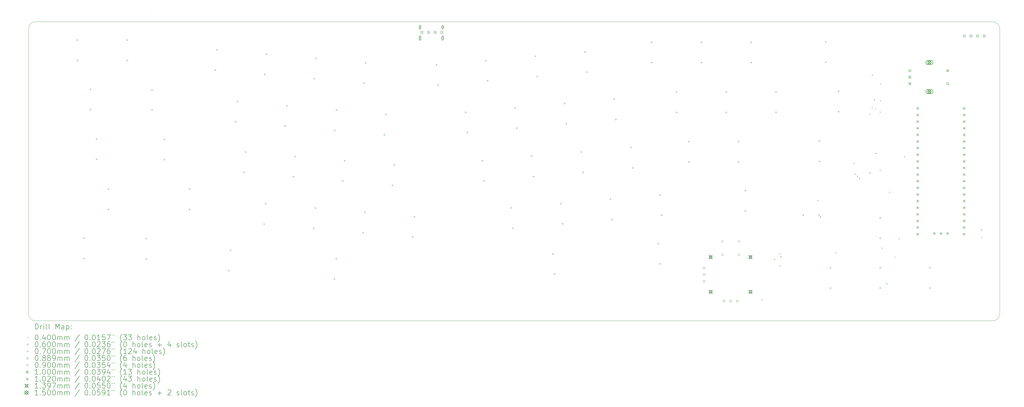
<source format=gbr>
%TF.GenerationSoftware,KiCad,Pcbnew,7.0.6*%
%TF.CreationDate,2023-09-01T00:55:20-07:00*%
%TF.ProjectId,alicida,616c6963-6964-4612-9e6b-696361645f70,rev?*%
%TF.SameCoordinates,Original*%
%TF.FileFunction,Drillmap*%
%TF.FilePolarity,Positive*%
%FSLAX45Y45*%
G04 Gerber Fmt 4.5, Leading zero omitted, Abs format (unit mm)*
G04 Created by KiCad (PCBNEW 7.0.6) date 2023-09-01 00:55:20*
%MOMM*%
%LPD*%
G01*
G04 APERTURE LIST*
%ADD10C,0.100000*%
%ADD11C,0.200000*%
%ADD12C,0.040000*%
%ADD13C,0.060000*%
%ADD14C,0.070000*%
%ADD15C,0.088900*%
%ADD16C,0.090000*%
%ADD17C,0.102000*%
%ADD18C,0.139700*%
%ADD19C,0.150000*%
G04 APERTURE END LIST*
D10*
X3420207Y-21558736D02*
X3420207Y-10601300D01*
X3674207Y-10347300D02*
G75*
G03*
X3420207Y-10601300I-2J-253998D01*
G01*
X3420214Y-21558736D02*
G75*
G03*
X3674207Y-21812736I253996J-4D01*
G01*
D11*
X8081968Y-9892810D02*
G75*
G03*
X8081968Y-9892810I0J0D01*
G01*
D10*
X40598313Y-10601300D02*
X40598313Y-21558736D01*
D11*
X8081968Y-20417810D02*
G75*
G03*
X8081968Y-20417810I0J0D01*
G01*
D10*
X3674207Y-10347300D02*
X40344313Y-10347300D01*
X40344313Y-21812743D02*
G75*
G03*
X40598313Y-21558736I7J253993D01*
G01*
X40598310Y-10601300D02*
G75*
G03*
X40344313Y-10347300I-254000J0D01*
G01*
X40344313Y-21812736D02*
X3674207Y-21812736D01*
D11*
D12*
X31477346Y-20981371D02*
X31517346Y-21021371D01*
X31517346Y-20981371D02*
X31477346Y-21021371D01*
X31952921Y-19433900D02*
X31992921Y-19473900D01*
X31992921Y-19433900D02*
X31952921Y-19473900D01*
X32156063Y-19227708D02*
X32196063Y-19267708D01*
X32196063Y-19227708D02*
X32156063Y-19267708D01*
X32171968Y-19684495D02*
X32211968Y-19724495D01*
X32211968Y-19684495D02*
X32171968Y-19724495D01*
X32199556Y-19340215D02*
X32239556Y-19380215D01*
X32239556Y-19340215D02*
X32199556Y-19380215D01*
X33055642Y-17736161D02*
X33095642Y-17776161D01*
X33095642Y-17736161D02*
X33055642Y-17776161D01*
X33610858Y-17180944D02*
X33650858Y-17220944D01*
X33650858Y-17180944D02*
X33610858Y-17220944D01*
X33657475Y-17734056D02*
X33697475Y-17774056D01*
X33697475Y-17734056D02*
X33657475Y-17774056D01*
X33716662Y-17810400D02*
X33756662Y-17850400D01*
X33756662Y-17810400D02*
X33716662Y-17850400D01*
X34293988Y-19186714D02*
X34333988Y-19226714D01*
X34333988Y-19186714D02*
X34293988Y-19226714D01*
X35008566Y-15754745D02*
X35048566Y-15794745D01*
X35048566Y-15754745D02*
X35008566Y-15794745D01*
X35039535Y-16162645D02*
X35079535Y-16202645D01*
X35079535Y-16162645D02*
X35039535Y-16202645D01*
X35131730Y-16249456D02*
X35171730Y-16289456D01*
X35171730Y-16249456D02*
X35131730Y-16289456D01*
X35208207Y-16336577D02*
X35248207Y-16376577D01*
X35248207Y-16336577D02*
X35208207Y-16376577D01*
X35613883Y-13877061D02*
X35653883Y-13917061D01*
X35653883Y-13877061D02*
X35613883Y-13917061D01*
X35616901Y-16125514D02*
X35656901Y-16165514D01*
X35656901Y-16125514D02*
X35616901Y-16165514D01*
X35697798Y-12382115D02*
X35737798Y-12422115D01*
X35737798Y-12382115D02*
X35697798Y-12422115D01*
X35703545Y-13621868D02*
X35743545Y-13661868D01*
X35743545Y-13621868D02*
X35703545Y-13661868D01*
X35781883Y-13310200D02*
X35821883Y-13350200D01*
X35821883Y-13310200D02*
X35781883Y-13350200D01*
X35832184Y-15372070D02*
X35872184Y-15412070D01*
X35872184Y-15372070D02*
X35832184Y-15412070D01*
X35832632Y-13670211D02*
X35872632Y-13710211D01*
X35872632Y-13670211D02*
X35832632Y-13710211D01*
X36005761Y-16024420D02*
X36045761Y-16064420D01*
X36045761Y-16024420D02*
X36005761Y-16064420D01*
X36007054Y-13793065D02*
X36047054Y-13833065D01*
X36047054Y-13793065D02*
X36007054Y-13833065D01*
X36011652Y-13351651D02*
X36051652Y-13391651D01*
X36051652Y-13351651D02*
X36011652Y-13391651D01*
X36014718Y-12710604D02*
X36054718Y-12750604D01*
X36054718Y-12710604D02*
X36014718Y-12750604D01*
X36084359Y-19008539D02*
X36124359Y-19048539D01*
X36124359Y-19008539D02*
X36084359Y-19048539D01*
X36254711Y-20370475D02*
X36294711Y-20410475D01*
X36294711Y-20370475D02*
X36254711Y-20410475D01*
X36362686Y-16867590D02*
X36402686Y-16907590D01*
X36402686Y-16867590D02*
X36362686Y-16907590D01*
X36585772Y-19359667D02*
X36625772Y-19399667D01*
X36625772Y-19359667D02*
X36585772Y-19399667D01*
X36725486Y-18646153D02*
X36765486Y-18686153D01*
X36765486Y-18646153D02*
X36725486Y-18686153D01*
X36934397Y-15493742D02*
X36974397Y-15533742D01*
X36974397Y-15493742D02*
X36934397Y-15533742D01*
X39878498Y-18303134D02*
X39918498Y-18343134D01*
X39918498Y-18303134D02*
X39878498Y-18343134D01*
X39885480Y-18592130D02*
X39925480Y-18632130D01*
X39925480Y-18592130D02*
X39885480Y-18632130D01*
D13*
X18439927Y-10557536D02*
G75*
G03*
X18439927Y-10557536I-30000J0D01*
G01*
D11*
X18379927Y-10517536D02*
X18379927Y-10597536D01*
X18379927Y-10597536D02*
G75*
G03*
X18439927Y-10597536I30000J0D01*
G01*
X18439927Y-10597536D02*
X18439927Y-10517536D01*
X18439927Y-10517536D02*
G75*
G03*
X18379927Y-10517536I-30000J0D01*
G01*
D13*
X18439927Y-10974536D02*
G75*
G03*
X18439927Y-10974536I-30000J0D01*
G01*
D11*
X18379927Y-10919536D02*
X18379927Y-11029536D01*
X18379927Y-11029536D02*
G75*
G03*
X18439927Y-11029536I30000J0D01*
G01*
X18439927Y-11029536D02*
X18439927Y-10919536D01*
X18439927Y-10919536D02*
G75*
G03*
X18379927Y-10919536I-30000J0D01*
G01*
D13*
X19303927Y-10557536D02*
G75*
G03*
X19303927Y-10557536I-30000J0D01*
G01*
D11*
X19243927Y-10517536D02*
X19243927Y-10597536D01*
X19243927Y-10597536D02*
G75*
G03*
X19303927Y-10597536I30000J0D01*
G01*
X19303927Y-10597536D02*
X19303927Y-10517536D01*
X19303927Y-10517536D02*
G75*
G03*
X19243927Y-10517536I-30000J0D01*
G01*
D13*
X19303927Y-10974536D02*
G75*
G03*
X19303927Y-10974536I-30000J0D01*
G01*
D11*
X19243927Y-10919536D02*
X19243927Y-11029536D01*
X19243927Y-11029536D02*
G75*
G03*
X19303927Y-11029536I30000J0D01*
G01*
X19303927Y-11029536D02*
X19303927Y-10919536D01*
X19303927Y-10919536D02*
G75*
G03*
X19243927Y-10919536I-30000J0D01*
G01*
D14*
X5282593Y-11014310D02*
X5282593Y-11084310D01*
X5247593Y-11049310D02*
X5317593Y-11049310D01*
X5282593Y-11794310D02*
X5282593Y-11864310D01*
X5247593Y-11829310D02*
X5317593Y-11829310D01*
X5538991Y-18607831D02*
X5538991Y-18677831D01*
X5503991Y-18642831D02*
X5573991Y-18642831D01*
X5538991Y-19387831D02*
X5538991Y-19457831D01*
X5503991Y-19422831D02*
X5573991Y-19422831D01*
X5776520Y-12903624D02*
X5776520Y-12973624D01*
X5741520Y-12938624D02*
X5811520Y-12938624D01*
X5776520Y-13683624D02*
X5776520Y-13753624D01*
X5741520Y-13718624D02*
X5811520Y-13718624D01*
X6015966Y-14803067D02*
X6015966Y-14873067D01*
X5980966Y-14838067D02*
X6050966Y-14838067D01*
X6015966Y-15583067D02*
X6015966Y-15653067D01*
X5980966Y-15618067D02*
X6050966Y-15618067D01*
X6469762Y-16728118D02*
X6469762Y-16798118D01*
X6434762Y-16763118D02*
X6504762Y-16763118D01*
X6469762Y-17508118D02*
X6469762Y-17578118D01*
X6434762Y-17543118D02*
X6504762Y-17543118D01*
X7187592Y-11014310D02*
X7187592Y-11084310D01*
X7152592Y-11049310D02*
X7222592Y-11049310D01*
X7187592Y-11794310D02*
X7187592Y-11864310D01*
X7152592Y-11829310D02*
X7222592Y-11829310D01*
X7917588Y-18620517D02*
X7917588Y-18690517D01*
X7882588Y-18655517D02*
X7952588Y-18655517D01*
X7917588Y-19400517D02*
X7917588Y-19470517D01*
X7882588Y-19435517D02*
X7952588Y-19435517D01*
X8140092Y-12919310D02*
X8140092Y-12989310D01*
X8105092Y-12954310D02*
X8175092Y-12954310D01*
X8140092Y-13699310D02*
X8140092Y-13769310D01*
X8105092Y-13734310D02*
X8175092Y-13734310D01*
X8616343Y-14824310D02*
X8616343Y-14894310D01*
X8581343Y-14859310D02*
X8651343Y-14859310D01*
X8616343Y-15604310D02*
X8616343Y-15674310D01*
X8581343Y-15639310D02*
X8651343Y-15639310D01*
X9568843Y-16729310D02*
X9568843Y-16799310D01*
X9533843Y-16764310D02*
X9603843Y-16764310D01*
X9568843Y-17509310D02*
X9568843Y-17579310D01*
X9533843Y-17544310D02*
X9603843Y-17544310D01*
X10558840Y-12162424D02*
X10558840Y-12232424D01*
X10523840Y-12197424D02*
X10593840Y-12197424D01*
X10626821Y-11385392D02*
X10626821Y-11455392D01*
X10591821Y-11420392D02*
X10661821Y-11420392D01*
X11076077Y-19850427D02*
X11076077Y-19920427D01*
X11041077Y-19885427D02*
X11111077Y-19885427D01*
X11144058Y-19073395D02*
X11144058Y-19143395D01*
X11109058Y-19108395D02*
X11179058Y-19108395D01*
X11341683Y-14143191D02*
X11341683Y-14213191D01*
X11306683Y-14178191D02*
X11376683Y-14178191D01*
X11409665Y-13366159D02*
X11409665Y-13436159D01*
X11374665Y-13401159D02*
X11444665Y-13401159D01*
X11650089Y-16082449D02*
X11650089Y-16152449D01*
X11615089Y-16117449D02*
X11685089Y-16117449D01*
X11718071Y-15305417D02*
X11718071Y-15375417D01*
X11683071Y-15340417D02*
X11753071Y-15340417D01*
X12432933Y-18063216D02*
X12432933Y-18133216D01*
X12397933Y-18098216D02*
X12467933Y-18098216D01*
X12456591Y-12328455D02*
X12456591Y-12398455D01*
X12421591Y-12363455D02*
X12491591Y-12363455D01*
X12500915Y-17286184D02*
X12500915Y-17356184D01*
X12465915Y-17321184D02*
X12535915Y-17321184D01*
X12524572Y-11551424D02*
X12524572Y-11621424D01*
X12489572Y-11586424D02*
X12559572Y-11586424D01*
X13239434Y-14309222D02*
X13239434Y-14379222D01*
X13204434Y-14344222D02*
X13274434Y-14344222D01*
X13307416Y-13532190D02*
X13307416Y-13602190D01*
X13272416Y-13567190D02*
X13342416Y-13567190D01*
X13547840Y-16248481D02*
X13547840Y-16318481D01*
X13512840Y-16283481D02*
X13582840Y-16283481D01*
X13615822Y-15471449D02*
X13615822Y-15541449D01*
X13580822Y-15506449D02*
X13650822Y-15506449D01*
X14330684Y-18229248D02*
X14330684Y-18299248D01*
X14295684Y-18264248D02*
X14365684Y-18264248D01*
X14354341Y-12494487D02*
X14354341Y-12564487D01*
X14319341Y-12529487D02*
X14389341Y-12529487D01*
X14398666Y-17452216D02*
X14398666Y-17522216D01*
X14363666Y-17487216D02*
X14433666Y-17487216D01*
X14422323Y-11717455D02*
X14422323Y-11787455D01*
X14387323Y-11752455D02*
X14457323Y-11752455D01*
X15128255Y-20172448D02*
X15128255Y-20242448D01*
X15093255Y-20207448D02*
X15163255Y-20207448D01*
X15137185Y-14475254D02*
X15137185Y-14545254D01*
X15102185Y-14510254D02*
X15172185Y-14510254D01*
X15196236Y-19395416D02*
X15196236Y-19465416D01*
X15161236Y-19430416D02*
X15231236Y-19430416D01*
X15205167Y-13698222D02*
X15205167Y-13768222D01*
X15170167Y-13733222D02*
X15240167Y-13733222D01*
X15445591Y-16414513D02*
X15445591Y-16484513D01*
X15410591Y-16449513D02*
X15480591Y-16449513D01*
X15513573Y-15637481D02*
X15513573Y-15707481D01*
X15478573Y-15672481D02*
X15548573Y-15672481D01*
X16228435Y-18395280D02*
X16228435Y-18465280D01*
X16193435Y-18430280D02*
X16263435Y-18430280D01*
X16252092Y-12660519D02*
X16252092Y-12730519D01*
X16217092Y-12695519D02*
X16287092Y-12695519D01*
X16296416Y-17618248D02*
X16296416Y-17688248D01*
X16261416Y-17653248D02*
X16331416Y-17653248D01*
X16320074Y-11883487D02*
X16320074Y-11953487D01*
X16285074Y-11918487D02*
X16355074Y-11918487D01*
X17034936Y-14641286D02*
X17034936Y-14711286D01*
X16999936Y-14676286D02*
X17069936Y-14676286D01*
X17102918Y-13864254D02*
X17102918Y-13934254D01*
X17067918Y-13899254D02*
X17137918Y-13899254D01*
X17343342Y-16580544D02*
X17343342Y-16650544D01*
X17308342Y-16615544D02*
X17378342Y-16615544D01*
X17411324Y-15803512D02*
X17411324Y-15873512D01*
X17376324Y-15838512D02*
X17446324Y-15838512D01*
X18126186Y-18561311D02*
X18126186Y-18631311D01*
X18091186Y-18596311D02*
X18161186Y-18596311D01*
X18194167Y-17784279D02*
X18194167Y-17854279D01*
X18159167Y-17819279D02*
X18229167Y-17819279D01*
X19028517Y-11963588D02*
X19028517Y-12033588D01*
X18993517Y-11998588D02*
X19063517Y-11998588D01*
X19096499Y-12740620D02*
X19096499Y-12810620D01*
X19061499Y-12775620D02*
X19131499Y-12775620D01*
X20143424Y-13778323D02*
X20143424Y-13848323D01*
X20108424Y-13813323D02*
X20178424Y-13813323D01*
X20211406Y-14555355D02*
X20211406Y-14625355D01*
X20176406Y-14590355D02*
X20246406Y-14590355D01*
X20783894Y-15634566D02*
X20783894Y-15704566D01*
X20748894Y-15669566D02*
X20818894Y-15669566D01*
X20851875Y-16411598D02*
X20851875Y-16481598D01*
X20816875Y-16446598D02*
X20886875Y-16446598D01*
X20926268Y-11797556D02*
X20926268Y-11867556D01*
X20891268Y-11832556D02*
X20961268Y-11832556D01*
X20994250Y-12574588D02*
X20994250Y-12644588D01*
X20959250Y-12609588D02*
X21029250Y-12609588D01*
X21898801Y-17449301D02*
X21898801Y-17519301D01*
X21863801Y-17484301D02*
X21933801Y-17484301D01*
X21966782Y-18226333D02*
X21966782Y-18296333D01*
X21931782Y-18261333D02*
X22001782Y-18261333D01*
X22041175Y-13612291D02*
X22041175Y-13682291D01*
X22006175Y-13647291D02*
X22076175Y-13647291D01*
X22109157Y-14389323D02*
X22109157Y-14459323D01*
X22074157Y-14424323D02*
X22144157Y-14424323D01*
X22681645Y-15468534D02*
X22681645Y-15538534D01*
X22646645Y-15503534D02*
X22716645Y-15503534D01*
X22749626Y-16245566D02*
X22749626Y-16315566D01*
X22714626Y-16280566D02*
X22784626Y-16280566D01*
X22824019Y-11631525D02*
X22824019Y-11701525D01*
X22789019Y-11666525D02*
X22859019Y-11666525D01*
X22892001Y-12408557D02*
X22892001Y-12478557D01*
X22857001Y-12443557D02*
X22927001Y-12443557D01*
X23492918Y-19211278D02*
X23492918Y-19281278D01*
X23457918Y-19246278D02*
X23527918Y-19246278D01*
X23560900Y-19988310D02*
X23560900Y-20058310D01*
X23525900Y-20023310D02*
X23595900Y-20023310D01*
X23796552Y-17283270D02*
X23796552Y-17353270D01*
X23761552Y-17318270D02*
X23831552Y-17318270D01*
X23864533Y-18060301D02*
X23864533Y-18130301D01*
X23829533Y-18095301D02*
X23899533Y-18095301D01*
X23938926Y-13446260D02*
X23938926Y-13516260D01*
X23903926Y-13481260D02*
X23973926Y-13481260D01*
X24006908Y-14223292D02*
X24006908Y-14293292D01*
X23971908Y-14258292D02*
X24041908Y-14258292D01*
X24579395Y-15302503D02*
X24579395Y-15372503D01*
X24544395Y-15337503D02*
X24614395Y-15337503D01*
X24647377Y-16079535D02*
X24647377Y-16149535D01*
X24612377Y-16114535D02*
X24682377Y-16114535D01*
X24721770Y-11465493D02*
X24721770Y-11535493D01*
X24686770Y-11500493D02*
X24756770Y-11500493D01*
X24789751Y-12242525D02*
X24789751Y-12312525D01*
X24754751Y-12277525D02*
X24824751Y-12277525D01*
X25694303Y-17117238D02*
X25694303Y-17187238D01*
X25659303Y-17152238D02*
X25729303Y-17152238D01*
X25762284Y-17894270D02*
X25762284Y-17964270D01*
X25727284Y-17929270D02*
X25797284Y-17929270D01*
X25836677Y-13280228D02*
X25836677Y-13350228D01*
X25801677Y-13315228D02*
X25871677Y-13315228D01*
X25904659Y-14057260D02*
X25904659Y-14127260D01*
X25869659Y-14092260D02*
X25939659Y-14092260D01*
X26477146Y-15136471D02*
X26477146Y-15206471D01*
X26442146Y-15171471D02*
X26512146Y-15171471D01*
X26545128Y-15913503D02*
X26545128Y-15983503D01*
X26510128Y-15948503D02*
X26580128Y-15948503D01*
X27271412Y-11097271D02*
X27271412Y-11167271D01*
X27236412Y-11132271D02*
X27306412Y-11132271D01*
X27271412Y-11877271D02*
X27271412Y-11947271D01*
X27236412Y-11912271D02*
X27306412Y-11912271D01*
X27520957Y-18816052D02*
X27520957Y-18886052D01*
X27485957Y-18851052D02*
X27555957Y-18851052D01*
X27588939Y-19593084D02*
X27588939Y-19663084D01*
X27553939Y-19628084D02*
X27623939Y-19628084D01*
X27592054Y-16951206D02*
X27592054Y-17021206D01*
X27557054Y-16986206D02*
X27627054Y-16986206D01*
X27660035Y-17728238D02*
X27660035Y-17798238D01*
X27625035Y-17763238D02*
X27695035Y-17763238D01*
X28223912Y-13002271D02*
X28223912Y-13072271D01*
X28188912Y-13037271D02*
X28258912Y-13037271D01*
X28223912Y-13782271D02*
X28223912Y-13852271D01*
X28188912Y-13817271D02*
X28258912Y-13817271D01*
X28700162Y-14907271D02*
X28700162Y-14977271D01*
X28665162Y-14942271D02*
X28735162Y-14942271D01*
X28700162Y-15687271D02*
X28700162Y-15757271D01*
X28665162Y-15722271D02*
X28735162Y-15722271D01*
X29176412Y-11097271D02*
X29176412Y-11167271D01*
X29141412Y-11132271D02*
X29211412Y-11132271D01*
X29176412Y-11877271D02*
X29176412Y-11947271D01*
X29141412Y-11912271D02*
X29211412Y-11912271D01*
X30128912Y-13002271D02*
X30128912Y-13072271D01*
X30093912Y-13037271D02*
X30163912Y-13037271D01*
X30128912Y-13782271D02*
X30128912Y-13852271D01*
X30093912Y-13817271D02*
X30163912Y-13817271D01*
X30605162Y-14907271D02*
X30605162Y-14977271D01*
X30570162Y-14942271D02*
X30640162Y-14942271D01*
X30605162Y-15687271D02*
X30605162Y-15757271D01*
X30570162Y-15722271D02*
X30640162Y-15722271D01*
X30853001Y-16783196D02*
X30853001Y-16853196D01*
X30818001Y-16818196D02*
X30888001Y-16818196D01*
X30853001Y-17563196D02*
X30853001Y-17633196D01*
X30818001Y-17598196D02*
X30888001Y-17598196D01*
X31081412Y-11097271D02*
X31081412Y-11167271D01*
X31046412Y-11132271D02*
X31116412Y-11132271D01*
X31081412Y-11877271D02*
X31081412Y-11947271D01*
X31046412Y-11912271D02*
X31116412Y-11912271D01*
X32033912Y-13002271D02*
X32033912Y-13072271D01*
X31998912Y-13037271D02*
X32068912Y-13037271D01*
X32033912Y-13782271D02*
X32033912Y-13852271D01*
X31998912Y-13817271D02*
X32068912Y-13817271D01*
X33697186Y-14886838D02*
X33697186Y-14956838D01*
X33662186Y-14921838D02*
X33732186Y-14921838D01*
X33697186Y-15666838D02*
X33697186Y-15736838D01*
X33662186Y-15701838D02*
X33732186Y-15701838D01*
X33936606Y-11077734D02*
X33936606Y-11147734D01*
X33901606Y-11112734D02*
X33971606Y-11112734D01*
X33936606Y-11857734D02*
X33936606Y-11927734D01*
X33901606Y-11892734D02*
X33971606Y-11892734D01*
X34117163Y-19738271D02*
X34117163Y-19808271D01*
X34082163Y-19773271D02*
X34152163Y-19773271D01*
X34117163Y-20518271D02*
X34117163Y-20588271D01*
X34082163Y-20553271D02*
X34152163Y-20553271D01*
X34427944Y-12978938D02*
X34427944Y-13048938D01*
X34392944Y-13013938D02*
X34462944Y-13013938D01*
X34427944Y-13758938D02*
X34427944Y-13828938D01*
X34392944Y-13793938D02*
X34462944Y-13793938D01*
X36022163Y-17833271D02*
X36022163Y-17903271D01*
X35987163Y-17868271D02*
X36057163Y-17868271D01*
X36022163Y-18613271D02*
X36022163Y-18683271D01*
X35987163Y-18648271D02*
X36057163Y-18648271D01*
X36022163Y-19738271D02*
X36022163Y-19808271D01*
X35987163Y-19773271D02*
X36057163Y-19773271D01*
X36022163Y-20518271D02*
X36022163Y-20588271D01*
X35987163Y-20553271D02*
X36057163Y-20553271D01*
X37927163Y-19738271D02*
X37927163Y-19808271D01*
X37892163Y-19773271D02*
X37962163Y-19773271D01*
X37927163Y-20518271D02*
X37927163Y-20588271D01*
X37892163Y-20553271D02*
X37962163Y-20553271D01*
D15*
X29312594Y-19815702D02*
X29312594Y-19752840D01*
X29249731Y-19752840D01*
X29249731Y-19815702D01*
X29312594Y-19815702D01*
X29312594Y-20069702D02*
X29312594Y-20006840D01*
X29249731Y-20006840D01*
X29249731Y-20069702D01*
X29312594Y-20069702D01*
X29312594Y-20323702D02*
X29312594Y-20260840D01*
X29249731Y-20260840D01*
X29249731Y-20323702D01*
X29312594Y-20323702D01*
X30074594Y-21085702D02*
X30074594Y-21022840D01*
X30011731Y-21022840D01*
X30011731Y-21085702D01*
X30074594Y-21085702D01*
X30328594Y-21085702D02*
X30328594Y-21022840D01*
X30265731Y-21022840D01*
X30265731Y-21085702D01*
X30328594Y-21085702D01*
X30582594Y-21085702D02*
X30582594Y-21022840D01*
X30519731Y-21022840D01*
X30519731Y-21085702D01*
X30582594Y-21085702D01*
D16*
X29979662Y-18813271D02*
X30024662Y-18768271D01*
X29979662Y-18723271D01*
X29934662Y-18768271D01*
X29979662Y-18813271D01*
X29979662Y-19321271D02*
X30024662Y-19276271D01*
X29979662Y-19231271D01*
X29934662Y-19276271D01*
X29979662Y-19321271D01*
X30614662Y-18813271D02*
X30659662Y-18768271D01*
X30614662Y-18723271D01*
X30569662Y-18768271D01*
X30614662Y-18813271D01*
X30614662Y-19321271D02*
X30659662Y-19276271D01*
X30614662Y-19231271D01*
X30569662Y-19276271D01*
X30614662Y-19321271D01*
D10*
X18426735Y-10703397D02*
X18526735Y-10803397D01*
X18526735Y-10703397D02*
X18426735Y-10803397D01*
X18526735Y-10753397D02*
G75*
G03*
X18526735Y-10753397I-50000J0D01*
G01*
X18680735Y-10703397D02*
X18780735Y-10803397D01*
X18780735Y-10703397D02*
X18680735Y-10803397D01*
X18780735Y-10753397D02*
G75*
G03*
X18780735Y-10753397I-50000J0D01*
G01*
X18934735Y-10703397D02*
X19034735Y-10803397D01*
X19034735Y-10703397D02*
X18934735Y-10803397D01*
X19034735Y-10753397D02*
G75*
G03*
X19034735Y-10753397I-50000J0D01*
G01*
X19188735Y-10703397D02*
X19288735Y-10803397D01*
X19288735Y-10703397D02*
X19188735Y-10803397D01*
X19288735Y-10753397D02*
G75*
G03*
X19288735Y-10753397I-50000J0D01*
G01*
X37110053Y-12170706D02*
X37210053Y-12270706D01*
X37210053Y-12170706D02*
X37110053Y-12270706D01*
X37210053Y-12220706D02*
G75*
G03*
X37210053Y-12220706I-50000J0D01*
G01*
X37110053Y-12420706D02*
X37210053Y-12520706D01*
X37210053Y-12420706D02*
X37110053Y-12520706D01*
X37210053Y-12470706D02*
G75*
G03*
X37210053Y-12470706I-50000J0D01*
G01*
X37110053Y-12670706D02*
X37210053Y-12770706D01*
X37210053Y-12670706D02*
X37110053Y-12770706D01*
X37210053Y-12720706D02*
G75*
G03*
X37210053Y-12720706I-50000J0D01*
G01*
X38560053Y-12170706D02*
X38660053Y-12270706D01*
X38660053Y-12170706D02*
X38560053Y-12270706D01*
X38660053Y-12220706D02*
G75*
G03*
X38660053Y-12220706I-50000J0D01*
G01*
X38560053Y-12670706D02*
X38660053Y-12770706D01*
X38660053Y-12670706D02*
X38560053Y-12770706D01*
X38660053Y-12720706D02*
G75*
G03*
X38660053Y-12720706I-50000J0D01*
G01*
X39194334Y-10843616D02*
X39294334Y-10943616D01*
X39294334Y-10843616D02*
X39194334Y-10943616D01*
X39294334Y-10893616D02*
G75*
G03*
X39294334Y-10893616I-50000J0D01*
G01*
X39448334Y-10843616D02*
X39548334Y-10943616D01*
X39548334Y-10843616D02*
X39448334Y-10943616D01*
X39548334Y-10893616D02*
G75*
G03*
X39548334Y-10893616I-50000J0D01*
G01*
X39702334Y-10843616D02*
X39802334Y-10943616D01*
X39802334Y-10843616D02*
X39702334Y-10943616D01*
X39802334Y-10893616D02*
G75*
G03*
X39802334Y-10893616I-50000J0D01*
G01*
X39956334Y-10843616D02*
X40056334Y-10943616D01*
X40056334Y-10843616D02*
X39956334Y-10943616D01*
X40056334Y-10893616D02*
G75*
G03*
X40056334Y-10893616I-50000J0D01*
G01*
D17*
X37408459Y-13612608D02*
X37510459Y-13714608D01*
X37510459Y-13612608D02*
X37408459Y-13714608D01*
X37459459Y-13612608D02*
X37459459Y-13714608D01*
X37408459Y-13663608D02*
X37510459Y-13663608D01*
X37408459Y-13866608D02*
X37510459Y-13968608D01*
X37510459Y-13866608D02*
X37408459Y-13968608D01*
X37459459Y-13866608D02*
X37459459Y-13968608D01*
X37408459Y-13917608D02*
X37510459Y-13917608D01*
X37408459Y-14120608D02*
X37510459Y-14222608D01*
X37510459Y-14120608D02*
X37408459Y-14222608D01*
X37459459Y-14120608D02*
X37459459Y-14222608D01*
X37408459Y-14171608D02*
X37510459Y-14171608D01*
X37408459Y-14374608D02*
X37510459Y-14476608D01*
X37510459Y-14374608D02*
X37408459Y-14476608D01*
X37459459Y-14374608D02*
X37459459Y-14476608D01*
X37408459Y-14425608D02*
X37510459Y-14425608D01*
X37408459Y-14628608D02*
X37510459Y-14730608D01*
X37510459Y-14628608D02*
X37408459Y-14730608D01*
X37459459Y-14628608D02*
X37459459Y-14730608D01*
X37408459Y-14679608D02*
X37510459Y-14679608D01*
X37408459Y-14882608D02*
X37510459Y-14984608D01*
X37510459Y-14882608D02*
X37408459Y-14984608D01*
X37459459Y-14882608D02*
X37459459Y-14984608D01*
X37408459Y-14933608D02*
X37510459Y-14933608D01*
X37408459Y-15136608D02*
X37510459Y-15238608D01*
X37510459Y-15136608D02*
X37408459Y-15238608D01*
X37459459Y-15136608D02*
X37459459Y-15238608D01*
X37408459Y-15187608D02*
X37510459Y-15187608D01*
X37408459Y-15390608D02*
X37510459Y-15492608D01*
X37510459Y-15390608D02*
X37408459Y-15492608D01*
X37459459Y-15390608D02*
X37459459Y-15492608D01*
X37408459Y-15441608D02*
X37510459Y-15441608D01*
X37408459Y-15644608D02*
X37510459Y-15746608D01*
X37510459Y-15644608D02*
X37408459Y-15746608D01*
X37459459Y-15644608D02*
X37459459Y-15746608D01*
X37408459Y-15695608D02*
X37510459Y-15695608D01*
X37408459Y-15898608D02*
X37510459Y-16000608D01*
X37510459Y-15898608D02*
X37408459Y-16000608D01*
X37459459Y-15898608D02*
X37459459Y-16000608D01*
X37408459Y-15949608D02*
X37510459Y-15949608D01*
X37408459Y-16152608D02*
X37510459Y-16254608D01*
X37510459Y-16152608D02*
X37408459Y-16254608D01*
X37459459Y-16152608D02*
X37459459Y-16254608D01*
X37408459Y-16203608D02*
X37510459Y-16203608D01*
X37408459Y-16406608D02*
X37510459Y-16508608D01*
X37510459Y-16406608D02*
X37408459Y-16508608D01*
X37459459Y-16406608D02*
X37459459Y-16508608D01*
X37408459Y-16457608D02*
X37510459Y-16457608D01*
X37408459Y-16660608D02*
X37510459Y-16762608D01*
X37510459Y-16660608D02*
X37408459Y-16762608D01*
X37459459Y-16660608D02*
X37459459Y-16762608D01*
X37408459Y-16711608D02*
X37510459Y-16711608D01*
X37408459Y-16914608D02*
X37510459Y-17016608D01*
X37510459Y-16914608D02*
X37408459Y-17016608D01*
X37459459Y-16914608D02*
X37459459Y-17016608D01*
X37408459Y-16965608D02*
X37510459Y-16965608D01*
X37408459Y-17168608D02*
X37510459Y-17270608D01*
X37510459Y-17168608D02*
X37408459Y-17270608D01*
X37459459Y-17168608D02*
X37459459Y-17270608D01*
X37408459Y-17219608D02*
X37510459Y-17219608D01*
X37408459Y-17422608D02*
X37510459Y-17524608D01*
X37510459Y-17422608D02*
X37408459Y-17524608D01*
X37459459Y-17422608D02*
X37459459Y-17524608D01*
X37408459Y-17473608D02*
X37510459Y-17473608D01*
X37408459Y-17676608D02*
X37510459Y-17778608D01*
X37510459Y-17676608D02*
X37408459Y-17778608D01*
X37459459Y-17676608D02*
X37459459Y-17778608D01*
X37408459Y-17727608D02*
X37510459Y-17727608D01*
X37408459Y-17930608D02*
X37510459Y-18032608D01*
X37510459Y-17930608D02*
X37408459Y-18032608D01*
X37459459Y-17930608D02*
X37459459Y-18032608D01*
X37408459Y-17981608D02*
X37510459Y-17981608D01*
X37408459Y-18184608D02*
X37510459Y-18286608D01*
X37510459Y-18184608D02*
X37408459Y-18286608D01*
X37459459Y-18184608D02*
X37459459Y-18286608D01*
X37408459Y-18235608D02*
X37510459Y-18235608D01*
X37408459Y-18438608D02*
X37510459Y-18540608D01*
X37510459Y-18438608D02*
X37408459Y-18540608D01*
X37459459Y-18438608D02*
X37459459Y-18540608D01*
X37408459Y-18489608D02*
X37510459Y-18489608D01*
X38043459Y-18415608D02*
X38145459Y-18517608D01*
X38145459Y-18415608D02*
X38043459Y-18517608D01*
X38094459Y-18415608D02*
X38094459Y-18517608D01*
X38043459Y-18466608D02*
X38145459Y-18466608D01*
X38297459Y-18415608D02*
X38399459Y-18517608D01*
X38399459Y-18415608D02*
X38297459Y-18517608D01*
X38348459Y-18415608D02*
X38348459Y-18517608D01*
X38297459Y-18466608D02*
X38399459Y-18466608D01*
X38551459Y-18415608D02*
X38653459Y-18517608D01*
X38653459Y-18415608D02*
X38551459Y-18517608D01*
X38602459Y-18415608D02*
X38602459Y-18517608D01*
X38551459Y-18466608D02*
X38653459Y-18466608D01*
X39186459Y-13612608D02*
X39288459Y-13714608D01*
X39288459Y-13612608D02*
X39186459Y-13714608D01*
X39237459Y-13612608D02*
X39237459Y-13714608D01*
X39186459Y-13663608D02*
X39288459Y-13663608D01*
X39186459Y-13866608D02*
X39288459Y-13968608D01*
X39288459Y-13866608D02*
X39186459Y-13968608D01*
X39237459Y-13866608D02*
X39237459Y-13968608D01*
X39186459Y-13917608D02*
X39288459Y-13917608D01*
X39186459Y-14120608D02*
X39288459Y-14222608D01*
X39288459Y-14120608D02*
X39186459Y-14222608D01*
X39237459Y-14120608D02*
X39237459Y-14222608D01*
X39186459Y-14171608D02*
X39288459Y-14171608D01*
X39186459Y-14374608D02*
X39288459Y-14476608D01*
X39288459Y-14374608D02*
X39186459Y-14476608D01*
X39237459Y-14374608D02*
X39237459Y-14476608D01*
X39186459Y-14425608D02*
X39288459Y-14425608D01*
X39186459Y-14628608D02*
X39288459Y-14730608D01*
X39288459Y-14628608D02*
X39186459Y-14730608D01*
X39237459Y-14628608D02*
X39237459Y-14730608D01*
X39186459Y-14679608D02*
X39288459Y-14679608D01*
X39186459Y-14882608D02*
X39288459Y-14984608D01*
X39288459Y-14882608D02*
X39186459Y-14984608D01*
X39237459Y-14882608D02*
X39237459Y-14984608D01*
X39186459Y-14933608D02*
X39288459Y-14933608D01*
X39186459Y-15136608D02*
X39288459Y-15238608D01*
X39288459Y-15136608D02*
X39186459Y-15238608D01*
X39237459Y-15136608D02*
X39237459Y-15238608D01*
X39186459Y-15187608D02*
X39288459Y-15187608D01*
X39186459Y-15390608D02*
X39288459Y-15492608D01*
X39288459Y-15390608D02*
X39186459Y-15492608D01*
X39237459Y-15390608D02*
X39237459Y-15492608D01*
X39186459Y-15441608D02*
X39288459Y-15441608D01*
X39186459Y-15644608D02*
X39288459Y-15746608D01*
X39288459Y-15644608D02*
X39186459Y-15746608D01*
X39237459Y-15644608D02*
X39237459Y-15746608D01*
X39186459Y-15695608D02*
X39288459Y-15695608D01*
X39186459Y-15898608D02*
X39288459Y-16000608D01*
X39288459Y-15898608D02*
X39186459Y-16000608D01*
X39237459Y-15898608D02*
X39237459Y-16000608D01*
X39186459Y-15949608D02*
X39288459Y-15949608D01*
X39186459Y-16152608D02*
X39288459Y-16254608D01*
X39288459Y-16152608D02*
X39186459Y-16254608D01*
X39237459Y-16152608D02*
X39237459Y-16254608D01*
X39186459Y-16203608D02*
X39288459Y-16203608D01*
X39186459Y-16406608D02*
X39288459Y-16508608D01*
X39288459Y-16406608D02*
X39186459Y-16508608D01*
X39237459Y-16406608D02*
X39237459Y-16508608D01*
X39186459Y-16457608D02*
X39288459Y-16457608D01*
X39186459Y-16660608D02*
X39288459Y-16762608D01*
X39288459Y-16660608D02*
X39186459Y-16762608D01*
X39237459Y-16660608D02*
X39237459Y-16762608D01*
X39186459Y-16711608D02*
X39288459Y-16711608D01*
X39186459Y-16914608D02*
X39288459Y-17016608D01*
X39288459Y-16914608D02*
X39186459Y-17016608D01*
X39237459Y-16914608D02*
X39237459Y-17016608D01*
X39186459Y-16965608D02*
X39288459Y-16965608D01*
X39186459Y-17168608D02*
X39288459Y-17270608D01*
X39288459Y-17168608D02*
X39186459Y-17270608D01*
X39237459Y-17168608D02*
X39237459Y-17270608D01*
X39186459Y-17219608D02*
X39288459Y-17219608D01*
X39186459Y-17422608D02*
X39288459Y-17524608D01*
X39288459Y-17422608D02*
X39186459Y-17524608D01*
X39237459Y-17422608D02*
X39237459Y-17524608D01*
X39186459Y-17473608D02*
X39288459Y-17473608D01*
X39186459Y-17676608D02*
X39288459Y-17778608D01*
X39288459Y-17676608D02*
X39186459Y-17778608D01*
X39237459Y-17676608D02*
X39237459Y-17778608D01*
X39186459Y-17727608D02*
X39288459Y-17727608D01*
X39186459Y-17930608D02*
X39288459Y-18032608D01*
X39288459Y-17930608D02*
X39186459Y-18032608D01*
X39237459Y-17930608D02*
X39237459Y-18032608D01*
X39186459Y-17981608D02*
X39288459Y-17981608D01*
X39186459Y-18184608D02*
X39288459Y-18286608D01*
X39288459Y-18184608D02*
X39186459Y-18286608D01*
X39237459Y-18184608D02*
X39237459Y-18286608D01*
X39186459Y-18235608D02*
X39288459Y-18235608D01*
X39186459Y-18438608D02*
X39288459Y-18540608D01*
X39288459Y-18438608D02*
X39186459Y-18540608D01*
X39237459Y-18438608D02*
X39237459Y-18540608D01*
X39186459Y-18489608D02*
X39288459Y-18489608D01*
D18*
X29465312Y-19301671D02*
X29605012Y-19441371D01*
X29605012Y-19301671D02*
X29465312Y-19441371D01*
X29584554Y-19420913D02*
X29584554Y-19322129D01*
X29485771Y-19322129D01*
X29485771Y-19420913D01*
X29584554Y-19420913D01*
X29465312Y-20635171D02*
X29605012Y-20774871D01*
X29605012Y-20635171D02*
X29465312Y-20774871D01*
X29584554Y-20754413D02*
X29584554Y-20655629D01*
X29485771Y-20655629D01*
X29485771Y-20754413D01*
X29584554Y-20754413D01*
X30989312Y-19301671D02*
X31129012Y-19441371D01*
X31129012Y-19301671D02*
X30989312Y-19441371D01*
X31108554Y-19420913D02*
X31108554Y-19322129D01*
X31009771Y-19322129D01*
X31009771Y-19420913D01*
X31108554Y-19420913D01*
X30989312Y-20635171D02*
X31129012Y-20774871D01*
X31129012Y-20635171D02*
X30989312Y-20774871D01*
X31108554Y-20754413D02*
X31108554Y-20655629D01*
X31009771Y-20655629D01*
X31009771Y-20754413D01*
X31108554Y-20754413D01*
D19*
X37835053Y-11835706D02*
X37985053Y-11985706D01*
X37985053Y-11835706D02*
X37835053Y-11985706D01*
X37910053Y-11985706D02*
X37985053Y-11910706D01*
X37910053Y-11835706D01*
X37835053Y-11910706D01*
X37910053Y-11985706D01*
D11*
X37845053Y-11985706D02*
X37975053Y-11985706D01*
X37975053Y-11985706D02*
G75*
G03*
X37975053Y-11835706I0J75000D01*
G01*
X37975053Y-11835706D02*
X37845053Y-11835706D01*
X37845053Y-11835706D02*
G75*
G03*
X37845053Y-11985706I0J-75000D01*
G01*
D19*
X37835053Y-12955706D02*
X37985053Y-13105706D01*
X37985053Y-12955706D02*
X37835053Y-13105706D01*
X37910053Y-13105706D02*
X37985053Y-13030706D01*
X37910053Y-12955706D01*
X37835053Y-13030706D01*
X37910053Y-13105706D01*
D11*
X37845053Y-13105706D02*
X37975053Y-13105706D01*
X37975053Y-13105706D02*
G75*
G03*
X37975053Y-12955706I0J75000D01*
G01*
X37975053Y-12955706D02*
X37845053Y-12955706D01*
X37845053Y-12955706D02*
G75*
G03*
X37845053Y-13105706I0J-75000D01*
G01*
X3675984Y-22129227D02*
X3675984Y-21929227D01*
X3675984Y-21929227D02*
X3723603Y-21929227D01*
X3723603Y-21929227D02*
X3752174Y-21938751D01*
X3752174Y-21938751D02*
X3771222Y-21957798D01*
X3771222Y-21957798D02*
X3780746Y-21976846D01*
X3780746Y-21976846D02*
X3790270Y-22014941D01*
X3790270Y-22014941D02*
X3790270Y-22043513D01*
X3790270Y-22043513D02*
X3780746Y-22081608D01*
X3780746Y-22081608D02*
X3771222Y-22100655D01*
X3771222Y-22100655D02*
X3752174Y-22119703D01*
X3752174Y-22119703D02*
X3723603Y-22129227D01*
X3723603Y-22129227D02*
X3675984Y-22129227D01*
X3875984Y-22129227D02*
X3875984Y-21995894D01*
X3875984Y-22033989D02*
X3885508Y-22014941D01*
X3885508Y-22014941D02*
X3895032Y-22005417D01*
X3895032Y-22005417D02*
X3914079Y-21995894D01*
X3914079Y-21995894D02*
X3933127Y-21995894D01*
X3999793Y-22129227D02*
X3999793Y-21995894D01*
X3999793Y-21929227D02*
X3990270Y-21938751D01*
X3990270Y-21938751D02*
X3999793Y-21948275D01*
X3999793Y-21948275D02*
X4009317Y-21938751D01*
X4009317Y-21938751D02*
X3999793Y-21929227D01*
X3999793Y-21929227D02*
X3999793Y-21948275D01*
X4123603Y-22129227D02*
X4104555Y-22119703D01*
X4104555Y-22119703D02*
X4095032Y-22100655D01*
X4095032Y-22100655D02*
X4095032Y-21929227D01*
X4228365Y-22129227D02*
X4209317Y-22119703D01*
X4209317Y-22119703D02*
X4199794Y-22100655D01*
X4199794Y-22100655D02*
X4199794Y-21929227D01*
X4456936Y-22129227D02*
X4456936Y-21929227D01*
X4456936Y-21929227D02*
X4523603Y-22072084D01*
X4523603Y-22072084D02*
X4590270Y-21929227D01*
X4590270Y-21929227D02*
X4590270Y-22129227D01*
X4771222Y-22129227D02*
X4771222Y-22024465D01*
X4771222Y-22024465D02*
X4761698Y-22005417D01*
X4761698Y-22005417D02*
X4742651Y-21995894D01*
X4742651Y-21995894D02*
X4704555Y-21995894D01*
X4704555Y-21995894D02*
X4685508Y-22005417D01*
X4771222Y-22119703D02*
X4752175Y-22129227D01*
X4752175Y-22129227D02*
X4704555Y-22129227D01*
X4704555Y-22129227D02*
X4685508Y-22119703D01*
X4685508Y-22119703D02*
X4675984Y-22100655D01*
X4675984Y-22100655D02*
X4675984Y-22081608D01*
X4675984Y-22081608D02*
X4685508Y-22062560D01*
X4685508Y-22062560D02*
X4704555Y-22053036D01*
X4704555Y-22053036D02*
X4752175Y-22053036D01*
X4752175Y-22053036D02*
X4771222Y-22043513D01*
X4866460Y-21995894D02*
X4866460Y-22195894D01*
X4866460Y-22005417D02*
X4885508Y-21995894D01*
X4885508Y-21995894D02*
X4923603Y-21995894D01*
X4923603Y-21995894D02*
X4942651Y-22005417D01*
X4942651Y-22005417D02*
X4952175Y-22014941D01*
X4952175Y-22014941D02*
X4961698Y-22033989D01*
X4961698Y-22033989D02*
X4961698Y-22091132D01*
X4961698Y-22091132D02*
X4952175Y-22110179D01*
X4952175Y-22110179D02*
X4942651Y-22119703D01*
X4942651Y-22119703D02*
X4923603Y-22129227D01*
X4923603Y-22129227D02*
X4885508Y-22129227D01*
X4885508Y-22129227D02*
X4866460Y-22119703D01*
X5047413Y-22110179D02*
X5056936Y-22119703D01*
X5056936Y-22119703D02*
X5047413Y-22129227D01*
X5047413Y-22129227D02*
X5037889Y-22119703D01*
X5037889Y-22119703D02*
X5047413Y-22110179D01*
X5047413Y-22110179D02*
X5047413Y-22129227D01*
X5047413Y-22005417D02*
X5056936Y-22014941D01*
X5056936Y-22014941D02*
X5047413Y-22024465D01*
X5047413Y-22024465D02*
X5037889Y-22014941D01*
X5037889Y-22014941D02*
X5047413Y-22005417D01*
X5047413Y-22005417D02*
X5047413Y-22024465D01*
D12*
X3375207Y-22437743D02*
X3415207Y-22477743D01*
X3415207Y-22437743D02*
X3375207Y-22477743D01*
D11*
X3714079Y-22349227D02*
X3733127Y-22349227D01*
X3733127Y-22349227D02*
X3752174Y-22358751D01*
X3752174Y-22358751D02*
X3761698Y-22368275D01*
X3761698Y-22368275D02*
X3771222Y-22387322D01*
X3771222Y-22387322D02*
X3780746Y-22425417D01*
X3780746Y-22425417D02*
X3780746Y-22473036D01*
X3780746Y-22473036D02*
X3771222Y-22511132D01*
X3771222Y-22511132D02*
X3761698Y-22530179D01*
X3761698Y-22530179D02*
X3752174Y-22539703D01*
X3752174Y-22539703D02*
X3733127Y-22549227D01*
X3733127Y-22549227D02*
X3714079Y-22549227D01*
X3714079Y-22549227D02*
X3695032Y-22539703D01*
X3695032Y-22539703D02*
X3685508Y-22530179D01*
X3685508Y-22530179D02*
X3675984Y-22511132D01*
X3675984Y-22511132D02*
X3666460Y-22473036D01*
X3666460Y-22473036D02*
X3666460Y-22425417D01*
X3666460Y-22425417D02*
X3675984Y-22387322D01*
X3675984Y-22387322D02*
X3685508Y-22368275D01*
X3685508Y-22368275D02*
X3695032Y-22358751D01*
X3695032Y-22358751D02*
X3714079Y-22349227D01*
X3866460Y-22530179D02*
X3875984Y-22539703D01*
X3875984Y-22539703D02*
X3866460Y-22549227D01*
X3866460Y-22549227D02*
X3856936Y-22539703D01*
X3856936Y-22539703D02*
X3866460Y-22530179D01*
X3866460Y-22530179D02*
X3866460Y-22549227D01*
X4047413Y-22415893D02*
X4047413Y-22549227D01*
X3999793Y-22339703D02*
X3952174Y-22482560D01*
X3952174Y-22482560D02*
X4075984Y-22482560D01*
X4190270Y-22349227D02*
X4209317Y-22349227D01*
X4209317Y-22349227D02*
X4228365Y-22358751D01*
X4228365Y-22358751D02*
X4237889Y-22368275D01*
X4237889Y-22368275D02*
X4247413Y-22387322D01*
X4247413Y-22387322D02*
X4256936Y-22425417D01*
X4256936Y-22425417D02*
X4256936Y-22473036D01*
X4256936Y-22473036D02*
X4247413Y-22511132D01*
X4247413Y-22511132D02*
X4237889Y-22530179D01*
X4237889Y-22530179D02*
X4228365Y-22539703D01*
X4228365Y-22539703D02*
X4209317Y-22549227D01*
X4209317Y-22549227D02*
X4190270Y-22549227D01*
X4190270Y-22549227D02*
X4171222Y-22539703D01*
X4171222Y-22539703D02*
X4161698Y-22530179D01*
X4161698Y-22530179D02*
X4152174Y-22511132D01*
X4152174Y-22511132D02*
X4142651Y-22473036D01*
X4142651Y-22473036D02*
X4142651Y-22425417D01*
X4142651Y-22425417D02*
X4152174Y-22387322D01*
X4152174Y-22387322D02*
X4161698Y-22368275D01*
X4161698Y-22368275D02*
X4171222Y-22358751D01*
X4171222Y-22358751D02*
X4190270Y-22349227D01*
X4380746Y-22349227D02*
X4399794Y-22349227D01*
X4399794Y-22349227D02*
X4418841Y-22358751D01*
X4418841Y-22358751D02*
X4428365Y-22368275D01*
X4428365Y-22368275D02*
X4437889Y-22387322D01*
X4437889Y-22387322D02*
X4447413Y-22425417D01*
X4447413Y-22425417D02*
X4447413Y-22473036D01*
X4447413Y-22473036D02*
X4437889Y-22511132D01*
X4437889Y-22511132D02*
X4428365Y-22530179D01*
X4428365Y-22530179D02*
X4418841Y-22539703D01*
X4418841Y-22539703D02*
X4399794Y-22549227D01*
X4399794Y-22549227D02*
X4380746Y-22549227D01*
X4380746Y-22549227D02*
X4361698Y-22539703D01*
X4361698Y-22539703D02*
X4352175Y-22530179D01*
X4352175Y-22530179D02*
X4342651Y-22511132D01*
X4342651Y-22511132D02*
X4333127Y-22473036D01*
X4333127Y-22473036D02*
X4333127Y-22425417D01*
X4333127Y-22425417D02*
X4342651Y-22387322D01*
X4342651Y-22387322D02*
X4352175Y-22368275D01*
X4352175Y-22368275D02*
X4361698Y-22358751D01*
X4361698Y-22358751D02*
X4380746Y-22349227D01*
X4533127Y-22549227D02*
X4533127Y-22415893D01*
X4533127Y-22434941D02*
X4542651Y-22425417D01*
X4542651Y-22425417D02*
X4561698Y-22415893D01*
X4561698Y-22415893D02*
X4590270Y-22415893D01*
X4590270Y-22415893D02*
X4609317Y-22425417D01*
X4609317Y-22425417D02*
X4618841Y-22444465D01*
X4618841Y-22444465D02*
X4618841Y-22549227D01*
X4618841Y-22444465D02*
X4628365Y-22425417D01*
X4628365Y-22425417D02*
X4647413Y-22415893D01*
X4647413Y-22415893D02*
X4675984Y-22415893D01*
X4675984Y-22415893D02*
X4695032Y-22425417D01*
X4695032Y-22425417D02*
X4704556Y-22444465D01*
X4704556Y-22444465D02*
X4704556Y-22549227D01*
X4799794Y-22549227D02*
X4799794Y-22415893D01*
X4799794Y-22434941D02*
X4809317Y-22425417D01*
X4809317Y-22425417D02*
X4828365Y-22415893D01*
X4828365Y-22415893D02*
X4856937Y-22415893D01*
X4856937Y-22415893D02*
X4875984Y-22425417D01*
X4875984Y-22425417D02*
X4885508Y-22444465D01*
X4885508Y-22444465D02*
X4885508Y-22549227D01*
X4885508Y-22444465D02*
X4895032Y-22425417D01*
X4895032Y-22425417D02*
X4914079Y-22415893D01*
X4914079Y-22415893D02*
X4942651Y-22415893D01*
X4942651Y-22415893D02*
X4961698Y-22425417D01*
X4961698Y-22425417D02*
X4971222Y-22444465D01*
X4971222Y-22444465D02*
X4971222Y-22549227D01*
X5361698Y-22339703D02*
X5190270Y-22596846D01*
X5618841Y-22349227D02*
X5637889Y-22349227D01*
X5637889Y-22349227D02*
X5656937Y-22358751D01*
X5656937Y-22358751D02*
X5666460Y-22368275D01*
X5666460Y-22368275D02*
X5675984Y-22387322D01*
X5675984Y-22387322D02*
X5685508Y-22425417D01*
X5685508Y-22425417D02*
X5685508Y-22473036D01*
X5685508Y-22473036D02*
X5675984Y-22511132D01*
X5675984Y-22511132D02*
X5666460Y-22530179D01*
X5666460Y-22530179D02*
X5656937Y-22539703D01*
X5656937Y-22539703D02*
X5637889Y-22549227D01*
X5637889Y-22549227D02*
X5618841Y-22549227D01*
X5618841Y-22549227D02*
X5599794Y-22539703D01*
X5599794Y-22539703D02*
X5590270Y-22530179D01*
X5590270Y-22530179D02*
X5580746Y-22511132D01*
X5580746Y-22511132D02*
X5571222Y-22473036D01*
X5571222Y-22473036D02*
X5571222Y-22425417D01*
X5571222Y-22425417D02*
X5580746Y-22387322D01*
X5580746Y-22387322D02*
X5590270Y-22368275D01*
X5590270Y-22368275D02*
X5599794Y-22358751D01*
X5599794Y-22358751D02*
X5618841Y-22349227D01*
X5771222Y-22530179D02*
X5780746Y-22539703D01*
X5780746Y-22539703D02*
X5771222Y-22549227D01*
X5771222Y-22549227D02*
X5761698Y-22539703D01*
X5761698Y-22539703D02*
X5771222Y-22530179D01*
X5771222Y-22530179D02*
X5771222Y-22549227D01*
X5904556Y-22349227D02*
X5923603Y-22349227D01*
X5923603Y-22349227D02*
X5942651Y-22358751D01*
X5942651Y-22358751D02*
X5952175Y-22368275D01*
X5952175Y-22368275D02*
X5961698Y-22387322D01*
X5961698Y-22387322D02*
X5971222Y-22425417D01*
X5971222Y-22425417D02*
X5971222Y-22473036D01*
X5971222Y-22473036D02*
X5961698Y-22511132D01*
X5961698Y-22511132D02*
X5952175Y-22530179D01*
X5952175Y-22530179D02*
X5942651Y-22539703D01*
X5942651Y-22539703D02*
X5923603Y-22549227D01*
X5923603Y-22549227D02*
X5904556Y-22549227D01*
X5904556Y-22549227D02*
X5885508Y-22539703D01*
X5885508Y-22539703D02*
X5875984Y-22530179D01*
X5875984Y-22530179D02*
X5866460Y-22511132D01*
X5866460Y-22511132D02*
X5856937Y-22473036D01*
X5856937Y-22473036D02*
X5856937Y-22425417D01*
X5856937Y-22425417D02*
X5866460Y-22387322D01*
X5866460Y-22387322D02*
X5875984Y-22368275D01*
X5875984Y-22368275D02*
X5885508Y-22358751D01*
X5885508Y-22358751D02*
X5904556Y-22349227D01*
X6161698Y-22549227D02*
X6047413Y-22549227D01*
X6104556Y-22549227D02*
X6104556Y-22349227D01*
X6104556Y-22349227D02*
X6085508Y-22377798D01*
X6085508Y-22377798D02*
X6066460Y-22396846D01*
X6066460Y-22396846D02*
X6047413Y-22406370D01*
X6342651Y-22349227D02*
X6247413Y-22349227D01*
X6247413Y-22349227D02*
X6237889Y-22444465D01*
X6237889Y-22444465D02*
X6247413Y-22434941D01*
X6247413Y-22434941D02*
X6266460Y-22425417D01*
X6266460Y-22425417D02*
X6314079Y-22425417D01*
X6314079Y-22425417D02*
X6333127Y-22434941D01*
X6333127Y-22434941D02*
X6342651Y-22444465D01*
X6342651Y-22444465D02*
X6352175Y-22463513D01*
X6352175Y-22463513D02*
X6352175Y-22511132D01*
X6352175Y-22511132D02*
X6342651Y-22530179D01*
X6342651Y-22530179D02*
X6333127Y-22539703D01*
X6333127Y-22539703D02*
X6314079Y-22549227D01*
X6314079Y-22549227D02*
X6266460Y-22549227D01*
X6266460Y-22549227D02*
X6247413Y-22539703D01*
X6247413Y-22539703D02*
X6237889Y-22530179D01*
X6418841Y-22349227D02*
X6552175Y-22349227D01*
X6552175Y-22349227D02*
X6466460Y-22549227D01*
X6618841Y-22349227D02*
X6618841Y-22387322D01*
X6695032Y-22349227D02*
X6695032Y-22387322D01*
X6990270Y-22625417D02*
X6980746Y-22615893D01*
X6980746Y-22615893D02*
X6961699Y-22587322D01*
X6961699Y-22587322D02*
X6952175Y-22568274D01*
X6952175Y-22568274D02*
X6942651Y-22539703D01*
X6942651Y-22539703D02*
X6933127Y-22492084D01*
X6933127Y-22492084D02*
X6933127Y-22453989D01*
X6933127Y-22453989D02*
X6942651Y-22406370D01*
X6942651Y-22406370D02*
X6952175Y-22377798D01*
X6952175Y-22377798D02*
X6961699Y-22358751D01*
X6961699Y-22358751D02*
X6980746Y-22330179D01*
X6980746Y-22330179D02*
X6990270Y-22320655D01*
X7047413Y-22349227D02*
X7171222Y-22349227D01*
X7171222Y-22349227D02*
X7104556Y-22425417D01*
X7104556Y-22425417D02*
X7133127Y-22425417D01*
X7133127Y-22425417D02*
X7152175Y-22434941D01*
X7152175Y-22434941D02*
X7161699Y-22444465D01*
X7161699Y-22444465D02*
X7171222Y-22463513D01*
X7171222Y-22463513D02*
X7171222Y-22511132D01*
X7171222Y-22511132D02*
X7161699Y-22530179D01*
X7161699Y-22530179D02*
X7152175Y-22539703D01*
X7152175Y-22539703D02*
X7133127Y-22549227D01*
X7133127Y-22549227D02*
X7075984Y-22549227D01*
X7075984Y-22549227D02*
X7056937Y-22539703D01*
X7056937Y-22539703D02*
X7047413Y-22530179D01*
X7237889Y-22349227D02*
X7361699Y-22349227D01*
X7361699Y-22349227D02*
X7295032Y-22425417D01*
X7295032Y-22425417D02*
X7323603Y-22425417D01*
X7323603Y-22425417D02*
X7342651Y-22434941D01*
X7342651Y-22434941D02*
X7352175Y-22444465D01*
X7352175Y-22444465D02*
X7361699Y-22463513D01*
X7361699Y-22463513D02*
X7361699Y-22511132D01*
X7361699Y-22511132D02*
X7352175Y-22530179D01*
X7352175Y-22530179D02*
X7342651Y-22539703D01*
X7342651Y-22539703D02*
X7323603Y-22549227D01*
X7323603Y-22549227D02*
X7266460Y-22549227D01*
X7266460Y-22549227D02*
X7247413Y-22539703D01*
X7247413Y-22539703D02*
X7237889Y-22530179D01*
X7599794Y-22549227D02*
X7599794Y-22349227D01*
X7685508Y-22549227D02*
X7685508Y-22444465D01*
X7685508Y-22444465D02*
X7675984Y-22425417D01*
X7675984Y-22425417D02*
X7656937Y-22415893D01*
X7656937Y-22415893D02*
X7628365Y-22415893D01*
X7628365Y-22415893D02*
X7609318Y-22425417D01*
X7609318Y-22425417D02*
X7599794Y-22434941D01*
X7809318Y-22549227D02*
X7790270Y-22539703D01*
X7790270Y-22539703D02*
X7780746Y-22530179D01*
X7780746Y-22530179D02*
X7771222Y-22511132D01*
X7771222Y-22511132D02*
X7771222Y-22453989D01*
X7771222Y-22453989D02*
X7780746Y-22434941D01*
X7780746Y-22434941D02*
X7790270Y-22425417D01*
X7790270Y-22425417D02*
X7809318Y-22415893D01*
X7809318Y-22415893D02*
X7837889Y-22415893D01*
X7837889Y-22415893D02*
X7856937Y-22425417D01*
X7856937Y-22425417D02*
X7866461Y-22434941D01*
X7866461Y-22434941D02*
X7875984Y-22453989D01*
X7875984Y-22453989D02*
X7875984Y-22511132D01*
X7875984Y-22511132D02*
X7866461Y-22530179D01*
X7866461Y-22530179D02*
X7856937Y-22539703D01*
X7856937Y-22539703D02*
X7837889Y-22549227D01*
X7837889Y-22549227D02*
X7809318Y-22549227D01*
X7990270Y-22549227D02*
X7971222Y-22539703D01*
X7971222Y-22539703D02*
X7961699Y-22520655D01*
X7961699Y-22520655D02*
X7961699Y-22349227D01*
X8142651Y-22539703D02*
X8123603Y-22549227D01*
X8123603Y-22549227D02*
X8085508Y-22549227D01*
X8085508Y-22549227D02*
X8066461Y-22539703D01*
X8066461Y-22539703D02*
X8056937Y-22520655D01*
X8056937Y-22520655D02*
X8056937Y-22444465D01*
X8056937Y-22444465D02*
X8066461Y-22425417D01*
X8066461Y-22425417D02*
X8085508Y-22415893D01*
X8085508Y-22415893D02*
X8123603Y-22415893D01*
X8123603Y-22415893D02*
X8142651Y-22425417D01*
X8142651Y-22425417D02*
X8152175Y-22444465D01*
X8152175Y-22444465D02*
X8152175Y-22463513D01*
X8152175Y-22463513D02*
X8056937Y-22482560D01*
X8228365Y-22539703D02*
X8247413Y-22549227D01*
X8247413Y-22549227D02*
X8285508Y-22549227D01*
X8285508Y-22549227D02*
X8304556Y-22539703D01*
X8304556Y-22539703D02*
X8314080Y-22520655D01*
X8314080Y-22520655D02*
X8314080Y-22511132D01*
X8314080Y-22511132D02*
X8304556Y-22492084D01*
X8304556Y-22492084D02*
X8285508Y-22482560D01*
X8285508Y-22482560D02*
X8256937Y-22482560D01*
X8256937Y-22482560D02*
X8237889Y-22473036D01*
X8237889Y-22473036D02*
X8228365Y-22453989D01*
X8228365Y-22453989D02*
X8228365Y-22444465D01*
X8228365Y-22444465D02*
X8237889Y-22425417D01*
X8237889Y-22425417D02*
X8256937Y-22415893D01*
X8256937Y-22415893D02*
X8285508Y-22415893D01*
X8285508Y-22415893D02*
X8304556Y-22425417D01*
X8380746Y-22625417D02*
X8390270Y-22615893D01*
X8390270Y-22615893D02*
X8409318Y-22587322D01*
X8409318Y-22587322D02*
X8418842Y-22568274D01*
X8418842Y-22568274D02*
X8428365Y-22539703D01*
X8428365Y-22539703D02*
X8437889Y-22492084D01*
X8437889Y-22492084D02*
X8437889Y-22453989D01*
X8437889Y-22453989D02*
X8428365Y-22406370D01*
X8428365Y-22406370D02*
X8418842Y-22377798D01*
X8418842Y-22377798D02*
X8409318Y-22358751D01*
X8409318Y-22358751D02*
X8390270Y-22330179D01*
X8390270Y-22330179D02*
X8380746Y-22320655D01*
D13*
X3415207Y-22721743D02*
G75*
G03*
X3415207Y-22721743I-30000J0D01*
G01*
D11*
X3714079Y-22613227D02*
X3733127Y-22613227D01*
X3733127Y-22613227D02*
X3752174Y-22622751D01*
X3752174Y-22622751D02*
X3761698Y-22632274D01*
X3761698Y-22632274D02*
X3771222Y-22651322D01*
X3771222Y-22651322D02*
X3780746Y-22689417D01*
X3780746Y-22689417D02*
X3780746Y-22737036D01*
X3780746Y-22737036D02*
X3771222Y-22775132D01*
X3771222Y-22775132D02*
X3761698Y-22794179D01*
X3761698Y-22794179D02*
X3752174Y-22803703D01*
X3752174Y-22803703D02*
X3733127Y-22813227D01*
X3733127Y-22813227D02*
X3714079Y-22813227D01*
X3714079Y-22813227D02*
X3695032Y-22803703D01*
X3695032Y-22803703D02*
X3685508Y-22794179D01*
X3685508Y-22794179D02*
X3675984Y-22775132D01*
X3675984Y-22775132D02*
X3666460Y-22737036D01*
X3666460Y-22737036D02*
X3666460Y-22689417D01*
X3666460Y-22689417D02*
X3675984Y-22651322D01*
X3675984Y-22651322D02*
X3685508Y-22632274D01*
X3685508Y-22632274D02*
X3695032Y-22622751D01*
X3695032Y-22622751D02*
X3714079Y-22613227D01*
X3866460Y-22794179D02*
X3875984Y-22803703D01*
X3875984Y-22803703D02*
X3866460Y-22813227D01*
X3866460Y-22813227D02*
X3856936Y-22803703D01*
X3856936Y-22803703D02*
X3866460Y-22794179D01*
X3866460Y-22794179D02*
X3866460Y-22813227D01*
X4047413Y-22613227D02*
X4009317Y-22613227D01*
X4009317Y-22613227D02*
X3990270Y-22622751D01*
X3990270Y-22622751D02*
X3980746Y-22632274D01*
X3980746Y-22632274D02*
X3961698Y-22660846D01*
X3961698Y-22660846D02*
X3952174Y-22698941D01*
X3952174Y-22698941D02*
X3952174Y-22775132D01*
X3952174Y-22775132D02*
X3961698Y-22794179D01*
X3961698Y-22794179D02*
X3971222Y-22803703D01*
X3971222Y-22803703D02*
X3990270Y-22813227D01*
X3990270Y-22813227D02*
X4028365Y-22813227D01*
X4028365Y-22813227D02*
X4047413Y-22803703D01*
X4047413Y-22803703D02*
X4056936Y-22794179D01*
X4056936Y-22794179D02*
X4066460Y-22775132D01*
X4066460Y-22775132D02*
X4066460Y-22727513D01*
X4066460Y-22727513D02*
X4056936Y-22708465D01*
X4056936Y-22708465D02*
X4047413Y-22698941D01*
X4047413Y-22698941D02*
X4028365Y-22689417D01*
X4028365Y-22689417D02*
X3990270Y-22689417D01*
X3990270Y-22689417D02*
X3971222Y-22698941D01*
X3971222Y-22698941D02*
X3961698Y-22708465D01*
X3961698Y-22708465D02*
X3952174Y-22727513D01*
X4190270Y-22613227D02*
X4209317Y-22613227D01*
X4209317Y-22613227D02*
X4228365Y-22622751D01*
X4228365Y-22622751D02*
X4237889Y-22632274D01*
X4237889Y-22632274D02*
X4247413Y-22651322D01*
X4247413Y-22651322D02*
X4256936Y-22689417D01*
X4256936Y-22689417D02*
X4256936Y-22737036D01*
X4256936Y-22737036D02*
X4247413Y-22775132D01*
X4247413Y-22775132D02*
X4237889Y-22794179D01*
X4237889Y-22794179D02*
X4228365Y-22803703D01*
X4228365Y-22803703D02*
X4209317Y-22813227D01*
X4209317Y-22813227D02*
X4190270Y-22813227D01*
X4190270Y-22813227D02*
X4171222Y-22803703D01*
X4171222Y-22803703D02*
X4161698Y-22794179D01*
X4161698Y-22794179D02*
X4152174Y-22775132D01*
X4152174Y-22775132D02*
X4142651Y-22737036D01*
X4142651Y-22737036D02*
X4142651Y-22689417D01*
X4142651Y-22689417D02*
X4152174Y-22651322D01*
X4152174Y-22651322D02*
X4161698Y-22632274D01*
X4161698Y-22632274D02*
X4171222Y-22622751D01*
X4171222Y-22622751D02*
X4190270Y-22613227D01*
X4380746Y-22613227D02*
X4399794Y-22613227D01*
X4399794Y-22613227D02*
X4418841Y-22622751D01*
X4418841Y-22622751D02*
X4428365Y-22632274D01*
X4428365Y-22632274D02*
X4437889Y-22651322D01*
X4437889Y-22651322D02*
X4447413Y-22689417D01*
X4447413Y-22689417D02*
X4447413Y-22737036D01*
X4447413Y-22737036D02*
X4437889Y-22775132D01*
X4437889Y-22775132D02*
X4428365Y-22794179D01*
X4428365Y-22794179D02*
X4418841Y-22803703D01*
X4418841Y-22803703D02*
X4399794Y-22813227D01*
X4399794Y-22813227D02*
X4380746Y-22813227D01*
X4380746Y-22813227D02*
X4361698Y-22803703D01*
X4361698Y-22803703D02*
X4352175Y-22794179D01*
X4352175Y-22794179D02*
X4342651Y-22775132D01*
X4342651Y-22775132D02*
X4333127Y-22737036D01*
X4333127Y-22737036D02*
X4333127Y-22689417D01*
X4333127Y-22689417D02*
X4342651Y-22651322D01*
X4342651Y-22651322D02*
X4352175Y-22632274D01*
X4352175Y-22632274D02*
X4361698Y-22622751D01*
X4361698Y-22622751D02*
X4380746Y-22613227D01*
X4533127Y-22813227D02*
X4533127Y-22679893D01*
X4533127Y-22698941D02*
X4542651Y-22689417D01*
X4542651Y-22689417D02*
X4561698Y-22679893D01*
X4561698Y-22679893D02*
X4590270Y-22679893D01*
X4590270Y-22679893D02*
X4609317Y-22689417D01*
X4609317Y-22689417D02*
X4618841Y-22708465D01*
X4618841Y-22708465D02*
X4618841Y-22813227D01*
X4618841Y-22708465D02*
X4628365Y-22689417D01*
X4628365Y-22689417D02*
X4647413Y-22679893D01*
X4647413Y-22679893D02*
X4675984Y-22679893D01*
X4675984Y-22679893D02*
X4695032Y-22689417D01*
X4695032Y-22689417D02*
X4704556Y-22708465D01*
X4704556Y-22708465D02*
X4704556Y-22813227D01*
X4799794Y-22813227D02*
X4799794Y-22679893D01*
X4799794Y-22698941D02*
X4809317Y-22689417D01*
X4809317Y-22689417D02*
X4828365Y-22679893D01*
X4828365Y-22679893D02*
X4856937Y-22679893D01*
X4856937Y-22679893D02*
X4875984Y-22689417D01*
X4875984Y-22689417D02*
X4885508Y-22708465D01*
X4885508Y-22708465D02*
X4885508Y-22813227D01*
X4885508Y-22708465D02*
X4895032Y-22689417D01*
X4895032Y-22689417D02*
X4914079Y-22679893D01*
X4914079Y-22679893D02*
X4942651Y-22679893D01*
X4942651Y-22679893D02*
X4961698Y-22689417D01*
X4961698Y-22689417D02*
X4971222Y-22708465D01*
X4971222Y-22708465D02*
X4971222Y-22813227D01*
X5361698Y-22603703D02*
X5190270Y-22860846D01*
X5618841Y-22613227D02*
X5637889Y-22613227D01*
X5637889Y-22613227D02*
X5656937Y-22622751D01*
X5656937Y-22622751D02*
X5666460Y-22632274D01*
X5666460Y-22632274D02*
X5675984Y-22651322D01*
X5675984Y-22651322D02*
X5685508Y-22689417D01*
X5685508Y-22689417D02*
X5685508Y-22737036D01*
X5685508Y-22737036D02*
X5675984Y-22775132D01*
X5675984Y-22775132D02*
X5666460Y-22794179D01*
X5666460Y-22794179D02*
X5656937Y-22803703D01*
X5656937Y-22803703D02*
X5637889Y-22813227D01*
X5637889Y-22813227D02*
X5618841Y-22813227D01*
X5618841Y-22813227D02*
X5599794Y-22803703D01*
X5599794Y-22803703D02*
X5590270Y-22794179D01*
X5590270Y-22794179D02*
X5580746Y-22775132D01*
X5580746Y-22775132D02*
X5571222Y-22737036D01*
X5571222Y-22737036D02*
X5571222Y-22689417D01*
X5571222Y-22689417D02*
X5580746Y-22651322D01*
X5580746Y-22651322D02*
X5590270Y-22632274D01*
X5590270Y-22632274D02*
X5599794Y-22622751D01*
X5599794Y-22622751D02*
X5618841Y-22613227D01*
X5771222Y-22794179D02*
X5780746Y-22803703D01*
X5780746Y-22803703D02*
X5771222Y-22813227D01*
X5771222Y-22813227D02*
X5761698Y-22803703D01*
X5761698Y-22803703D02*
X5771222Y-22794179D01*
X5771222Y-22794179D02*
X5771222Y-22813227D01*
X5904556Y-22613227D02*
X5923603Y-22613227D01*
X5923603Y-22613227D02*
X5942651Y-22622751D01*
X5942651Y-22622751D02*
X5952175Y-22632274D01*
X5952175Y-22632274D02*
X5961698Y-22651322D01*
X5961698Y-22651322D02*
X5971222Y-22689417D01*
X5971222Y-22689417D02*
X5971222Y-22737036D01*
X5971222Y-22737036D02*
X5961698Y-22775132D01*
X5961698Y-22775132D02*
X5952175Y-22794179D01*
X5952175Y-22794179D02*
X5942651Y-22803703D01*
X5942651Y-22803703D02*
X5923603Y-22813227D01*
X5923603Y-22813227D02*
X5904556Y-22813227D01*
X5904556Y-22813227D02*
X5885508Y-22803703D01*
X5885508Y-22803703D02*
X5875984Y-22794179D01*
X5875984Y-22794179D02*
X5866460Y-22775132D01*
X5866460Y-22775132D02*
X5856937Y-22737036D01*
X5856937Y-22737036D02*
X5856937Y-22689417D01*
X5856937Y-22689417D02*
X5866460Y-22651322D01*
X5866460Y-22651322D02*
X5875984Y-22632274D01*
X5875984Y-22632274D02*
X5885508Y-22622751D01*
X5885508Y-22622751D02*
X5904556Y-22613227D01*
X6047413Y-22632274D02*
X6056937Y-22622751D01*
X6056937Y-22622751D02*
X6075984Y-22613227D01*
X6075984Y-22613227D02*
X6123603Y-22613227D01*
X6123603Y-22613227D02*
X6142651Y-22622751D01*
X6142651Y-22622751D02*
X6152175Y-22632274D01*
X6152175Y-22632274D02*
X6161698Y-22651322D01*
X6161698Y-22651322D02*
X6161698Y-22670370D01*
X6161698Y-22670370D02*
X6152175Y-22698941D01*
X6152175Y-22698941D02*
X6037889Y-22813227D01*
X6037889Y-22813227D02*
X6161698Y-22813227D01*
X6228365Y-22613227D02*
X6352175Y-22613227D01*
X6352175Y-22613227D02*
X6285508Y-22689417D01*
X6285508Y-22689417D02*
X6314079Y-22689417D01*
X6314079Y-22689417D02*
X6333127Y-22698941D01*
X6333127Y-22698941D02*
X6342651Y-22708465D01*
X6342651Y-22708465D02*
X6352175Y-22727513D01*
X6352175Y-22727513D02*
X6352175Y-22775132D01*
X6352175Y-22775132D02*
X6342651Y-22794179D01*
X6342651Y-22794179D02*
X6333127Y-22803703D01*
X6333127Y-22803703D02*
X6314079Y-22813227D01*
X6314079Y-22813227D02*
X6256937Y-22813227D01*
X6256937Y-22813227D02*
X6237889Y-22803703D01*
X6237889Y-22803703D02*
X6228365Y-22794179D01*
X6523603Y-22613227D02*
X6485508Y-22613227D01*
X6485508Y-22613227D02*
X6466460Y-22622751D01*
X6466460Y-22622751D02*
X6456937Y-22632274D01*
X6456937Y-22632274D02*
X6437889Y-22660846D01*
X6437889Y-22660846D02*
X6428365Y-22698941D01*
X6428365Y-22698941D02*
X6428365Y-22775132D01*
X6428365Y-22775132D02*
X6437889Y-22794179D01*
X6437889Y-22794179D02*
X6447413Y-22803703D01*
X6447413Y-22803703D02*
X6466460Y-22813227D01*
X6466460Y-22813227D02*
X6504556Y-22813227D01*
X6504556Y-22813227D02*
X6523603Y-22803703D01*
X6523603Y-22803703D02*
X6533127Y-22794179D01*
X6533127Y-22794179D02*
X6542651Y-22775132D01*
X6542651Y-22775132D02*
X6542651Y-22727513D01*
X6542651Y-22727513D02*
X6533127Y-22708465D01*
X6533127Y-22708465D02*
X6523603Y-22698941D01*
X6523603Y-22698941D02*
X6504556Y-22689417D01*
X6504556Y-22689417D02*
X6466460Y-22689417D01*
X6466460Y-22689417D02*
X6447413Y-22698941D01*
X6447413Y-22698941D02*
X6437889Y-22708465D01*
X6437889Y-22708465D02*
X6428365Y-22727513D01*
X6618841Y-22613227D02*
X6618841Y-22651322D01*
X6695032Y-22613227D02*
X6695032Y-22651322D01*
X6990270Y-22889417D02*
X6980746Y-22879893D01*
X6980746Y-22879893D02*
X6961699Y-22851322D01*
X6961699Y-22851322D02*
X6952175Y-22832274D01*
X6952175Y-22832274D02*
X6942651Y-22803703D01*
X6942651Y-22803703D02*
X6933127Y-22756084D01*
X6933127Y-22756084D02*
X6933127Y-22717989D01*
X6933127Y-22717989D02*
X6942651Y-22670370D01*
X6942651Y-22670370D02*
X6952175Y-22641798D01*
X6952175Y-22641798D02*
X6961699Y-22622751D01*
X6961699Y-22622751D02*
X6980746Y-22594179D01*
X6980746Y-22594179D02*
X6990270Y-22584655D01*
X7104556Y-22613227D02*
X7123603Y-22613227D01*
X7123603Y-22613227D02*
X7142651Y-22622751D01*
X7142651Y-22622751D02*
X7152175Y-22632274D01*
X7152175Y-22632274D02*
X7161699Y-22651322D01*
X7161699Y-22651322D02*
X7171222Y-22689417D01*
X7171222Y-22689417D02*
X7171222Y-22737036D01*
X7171222Y-22737036D02*
X7161699Y-22775132D01*
X7161699Y-22775132D02*
X7152175Y-22794179D01*
X7152175Y-22794179D02*
X7142651Y-22803703D01*
X7142651Y-22803703D02*
X7123603Y-22813227D01*
X7123603Y-22813227D02*
X7104556Y-22813227D01*
X7104556Y-22813227D02*
X7085508Y-22803703D01*
X7085508Y-22803703D02*
X7075984Y-22794179D01*
X7075984Y-22794179D02*
X7066460Y-22775132D01*
X7066460Y-22775132D02*
X7056937Y-22737036D01*
X7056937Y-22737036D02*
X7056937Y-22689417D01*
X7056937Y-22689417D02*
X7066460Y-22651322D01*
X7066460Y-22651322D02*
X7075984Y-22632274D01*
X7075984Y-22632274D02*
X7085508Y-22622751D01*
X7085508Y-22622751D02*
X7104556Y-22613227D01*
X7409318Y-22813227D02*
X7409318Y-22613227D01*
X7495032Y-22813227D02*
X7495032Y-22708465D01*
X7495032Y-22708465D02*
X7485508Y-22689417D01*
X7485508Y-22689417D02*
X7466461Y-22679893D01*
X7466461Y-22679893D02*
X7437889Y-22679893D01*
X7437889Y-22679893D02*
X7418841Y-22689417D01*
X7418841Y-22689417D02*
X7409318Y-22698941D01*
X7618841Y-22813227D02*
X7599794Y-22803703D01*
X7599794Y-22803703D02*
X7590270Y-22794179D01*
X7590270Y-22794179D02*
X7580746Y-22775132D01*
X7580746Y-22775132D02*
X7580746Y-22717989D01*
X7580746Y-22717989D02*
X7590270Y-22698941D01*
X7590270Y-22698941D02*
X7599794Y-22689417D01*
X7599794Y-22689417D02*
X7618841Y-22679893D01*
X7618841Y-22679893D02*
X7647413Y-22679893D01*
X7647413Y-22679893D02*
X7666461Y-22689417D01*
X7666461Y-22689417D02*
X7675984Y-22698941D01*
X7675984Y-22698941D02*
X7685508Y-22717989D01*
X7685508Y-22717989D02*
X7685508Y-22775132D01*
X7685508Y-22775132D02*
X7675984Y-22794179D01*
X7675984Y-22794179D02*
X7666461Y-22803703D01*
X7666461Y-22803703D02*
X7647413Y-22813227D01*
X7647413Y-22813227D02*
X7618841Y-22813227D01*
X7799794Y-22813227D02*
X7780746Y-22803703D01*
X7780746Y-22803703D02*
X7771222Y-22784655D01*
X7771222Y-22784655D02*
X7771222Y-22613227D01*
X7952175Y-22803703D02*
X7933127Y-22813227D01*
X7933127Y-22813227D02*
X7895032Y-22813227D01*
X7895032Y-22813227D02*
X7875984Y-22803703D01*
X7875984Y-22803703D02*
X7866461Y-22784655D01*
X7866461Y-22784655D02*
X7866461Y-22708465D01*
X7866461Y-22708465D02*
X7875984Y-22689417D01*
X7875984Y-22689417D02*
X7895032Y-22679893D01*
X7895032Y-22679893D02*
X7933127Y-22679893D01*
X7933127Y-22679893D02*
X7952175Y-22689417D01*
X7952175Y-22689417D02*
X7961699Y-22708465D01*
X7961699Y-22708465D02*
X7961699Y-22727513D01*
X7961699Y-22727513D02*
X7866461Y-22746560D01*
X8037889Y-22803703D02*
X8056937Y-22813227D01*
X8056937Y-22813227D02*
X8095032Y-22813227D01*
X8095032Y-22813227D02*
X8114080Y-22803703D01*
X8114080Y-22803703D02*
X8123603Y-22784655D01*
X8123603Y-22784655D02*
X8123603Y-22775132D01*
X8123603Y-22775132D02*
X8114080Y-22756084D01*
X8114080Y-22756084D02*
X8095032Y-22746560D01*
X8095032Y-22746560D02*
X8066461Y-22746560D01*
X8066461Y-22746560D02*
X8047413Y-22737036D01*
X8047413Y-22737036D02*
X8037889Y-22717989D01*
X8037889Y-22717989D02*
X8037889Y-22708465D01*
X8037889Y-22708465D02*
X8047413Y-22689417D01*
X8047413Y-22689417D02*
X8066461Y-22679893D01*
X8066461Y-22679893D02*
X8095032Y-22679893D01*
X8095032Y-22679893D02*
X8114080Y-22689417D01*
X8361699Y-22737036D02*
X8514080Y-22737036D01*
X8437889Y-22813227D02*
X8437889Y-22660846D01*
X8847413Y-22679893D02*
X8847413Y-22813227D01*
X8799794Y-22603703D02*
X8752175Y-22746560D01*
X8752175Y-22746560D02*
X8875985Y-22746560D01*
X9095032Y-22803703D02*
X9114080Y-22813227D01*
X9114080Y-22813227D02*
X9152175Y-22813227D01*
X9152175Y-22813227D02*
X9171223Y-22803703D01*
X9171223Y-22803703D02*
X9180747Y-22784655D01*
X9180747Y-22784655D02*
X9180747Y-22775132D01*
X9180747Y-22775132D02*
X9171223Y-22756084D01*
X9171223Y-22756084D02*
X9152175Y-22746560D01*
X9152175Y-22746560D02*
X9123604Y-22746560D01*
X9123604Y-22746560D02*
X9104556Y-22737036D01*
X9104556Y-22737036D02*
X9095032Y-22717989D01*
X9095032Y-22717989D02*
X9095032Y-22708465D01*
X9095032Y-22708465D02*
X9104556Y-22689417D01*
X9104556Y-22689417D02*
X9123604Y-22679893D01*
X9123604Y-22679893D02*
X9152175Y-22679893D01*
X9152175Y-22679893D02*
X9171223Y-22689417D01*
X9295032Y-22813227D02*
X9275985Y-22803703D01*
X9275985Y-22803703D02*
X9266461Y-22784655D01*
X9266461Y-22784655D02*
X9266461Y-22613227D01*
X9399794Y-22813227D02*
X9380747Y-22803703D01*
X9380747Y-22803703D02*
X9371223Y-22794179D01*
X9371223Y-22794179D02*
X9361699Y-22775132D01*
X9361699Y-22775132D02*
X9361699Y-22717989D01*
X9361699Y-22717989D02*
X9371223Y-22698941D01*
X9371223Y-22698941D02*
X9380747Y-22689417D01*
X9380747Y-22689417D02*
X9399794Y-22679893D01*
X9399794Y-22679893D02*
X9428366Y-22679893D01*
X9428366Y-22679893D02*
X9447413Y-22689417D01*
X9447413Y-22689417D02*
X9456937Y-22698941D01*
X9456937Y-22698941D02*
X9466461Y-22717989D01*
X9466461Y-22717989D02*
X9466461Y-22775132D01*
X9466461Y-22775132D02*
X9456937Y-22794179D01*
X9456937Y-22794179D02*
X9447413Y-22803703D01*
X9447413Y-22803703D02*
X9428366Y-22813227D01*
X9428366Y-22813227D02*
X9399794Y-22813227D01*
X9523604Y-22679893D02*
X9599794Y-22679893D01*
X9552175Y-22613227D02*
X9552175Y-22784655D01*
X9552175Y-22784655D02*
X9561699Y-22803703D01*
X9561699Y-22803703D02*
X9580747Y-22813227D01*
X9580747Y-22813227D02*
X9599794Y-22813227D01*
X9656937Y-22803703D02*
X9675985Y-22813227D01*
X9675985Y-22813227D02*
X9714080Y-22813227D01*
X9714080Y-22813227D02*
X9733128Y-22803703D01*
X9733128Y-22803703D02*
X9742651Y-22784655D01*
X9742651Y-22784655D02*
X9742651Y-22775132D01*
X9742651Y-22775132D02*
X9733128Y-22756084D01*
X9733128Y-22756084D02*
X9714080Y-22746560D01*
X9714080Y-22746560D02*
X9685508Y-22746560D01*
X9685508Y-22746560D02*
X9666461Y-22737036D01*
X9666461Y-22737036D02*
X9656937Y-22717989D01*
X9656937Y-22717989D02*
X9656937Y-22708465D01*
X9656937Y-22708465D02*
X9666461Y-22689417D01*
X9666461Y-22689417D02*
X9685508Y-22679893D01*
X9685508Y-22679893D02*
X9714080Y-22679893D01*
X9714080Y-22679893D02*
X9733128Y-22689417D01*
X9809318Y-22889417D02*
X9818842Y-22879893D01*
X9818842Y-22879893D02*
X9837889Y-22851322D01*
X9837889Y-22851322D02*
X9847413Y-22832274D01*
X9847413Y-22832274D02*
X9856937Y-22803703D01*
X9856937Y-22803703D02*
X9866461Y-22756084D01*
X9866461Y-22756084D02*
X9866461Y-22717989D01*
X9866461Y-22717989D02*
X9856937Y-22670370D01*
X9856937Y-22670370D02*
X9847413Y-22641798D01*
X9847413Y-22641798D02*
X9837889Y-22622751D01*
X9837889Y-22622751D02*
X9818842Y-22594179D01*
X9818842Y-22594179D02*
X9809318Y-22584655D01*
D14*
X3380207Y-22950743D02*
X3380207Y-23020743D01*
X3345207Y-22985743D02*
X3415207Y-22985743D01*
D11*
X3714079Y-22877227D02*
X3733127Y-22877227D01*
X3733127Y-22877227D02*
X3752174Y-22886751D01*
X3752174Y-22886751D02*
X3761698Y-22896274D01*
X3761698Y-22896274D02*
X3771222Y-22915322D01*
X3771222Y-22915322D02*
X3780746Y-22953417D01*
X3780746Y-22953417D02*
X3780746Y-23001036D01*
X3780746Y-23001036D02*
X3771222Y-23039132D01*
X3771222Y-23039132D02*
X3761698Y-23058179D01*
X3761698Y-23058179D02*
X3752174Y-23067703D01*
X3752174Y-23067703D02*
X3733127Y-23077227D01*
X3733127Y-23077227D02*
X3714079Y-23077227D01*
X3714079Y-23077227D02*
X3695032Y-23067703D01*
X3695032Y-23067703D02*
X3685508Y-23058179D01*
X3685508Y-23058179D02*
X3675984Y-23039132D01*
X3675984Y-23039132D02*
X3666460Y-23001036D01*
X3666460Y-23001036D02*
X3666460Y-22953417D01*
X3666460Y-22953417D02*
X3675984Y-22915322D01*
X3675984Y-22915322D02*
X3685508Y-22896274D01*
X3685508Y-22896274D02*
X3695032Y-22886751D01*
X3695032Y-22886751D02*
X3714079Y-22877227D01*
X3866460Y-23058179D02*
X3875984Y-23067703D01*
X3875984Y-23067703D02*
X3866460Y-23077227D01*
X3866460Y-23077227D02*
X3856936Y-23067703D01*
X3856936Y-23067703D02*
X3866460Y-23058179D01*
X3866460Y-23058179D02*
X3866460Y-23077227D01*
X3942651Y-22877227D02*
X4075984Y-22877227D01*
X4075984Y-22877227D02*
X3990270Y-23077227D01*
X4190270Y-22877227D02*
X4209317Y-22877227D01*
X4209317Y-22877227D02*
X4228365Y-22886751D01*
X4228365Y-22886751D02*
X4237889Y-22896274D01*
X4237889Y-22896274D02*
X4247413Y-22915322D01*
X4247413Y-22915322D02*
X4256936Y-22953417D01*
X4256936Y-22953417D02*
X4256936Y-23001036D01*
X4256936Y-23001036D02*
X4247413Y-23039132D01*
X4247413Y-23039132D02*
X4237889Y-23058179D01*
X4237889Y-23058179D02*
X4228365Y-23067703D01*
X4228365Y-23067703D02*
X4209317Y-23077227D01*
X4209317Y-23077227D02*
X4190270Y-23077227D01*
X4190270Y-23077227D02*
X4171222Y-23067703D01*
X4171222Y-23067703D02*
X4161698Y-23058179D01*
X4161698Y-23058179D02*
X4152174Y-23039132D01*
X4152174Y-23039132D02*
X4142651Y-23001036D01*
X4142651Y-23001036D02*
X4142651Y-22953417D01*
X4142651Y-22953417D02*
X4152174Y-22915322D01*
X4152174Y-22915322D02*
X4161698Y-22896274D01*
X4161698Y-22896274D02*
X4171222Y-22886751D01*
X4171222Y-22886751D02*
X4190270Y-22877227D01*
X4380746Y-22877227D02*
X4399794Y-22877227D01*
X4399794Y-22877227D02*
X4418841Y-22886751D01*
X4418841Y-22886751D02*
X4428365Y-22896274D01*
X4428365Y-22896274D02*
X4437889Y-22915322D01*
X4437889Y-22915322D02*
X4447413Y-22953417D01*
X4447413Y-22953417D02*
X4447413Y-23001036D01*
X4447413Y-23001036D02*
X4437889Y-23039132D01*
X4437889Y-23039132D02*
X4428365Y-23058179D01*
X4428365Y-23058179D02*
X4418841Y-23067703D01*
X4418841Y-23067703D02*
X4399794Y-23077227D01*
X4399794Y-23077227D02*
X4380746Y-23077227D01*
X4380746Y-23077227D02*
X4361698Y-23067703D01*
X4361698Y-23067703D02*
X4352175Y-23058179D01*
X4352175Y-23058179D02*
X4342651Y-23039132D01*
X4342651Y-23039132D02*
X4333127Y-23001036D01*
X4333127Y-23001036D02*
X4333127Y-22953417D01*
X4333127Y-22953417D02*
X4342651Y-22915322D01*
X4342651Y-22915322D02*
X4352175Y-22896274D01*
X4352175Y-22896274D02*
X4361698Y-22886751D01*
X4361698Y-22886751D02*
X4380746Y-22877227D01*
X4533127Y-23077227D02*
X4533127Y-22943893D01*
X4533127Y-22962941D02*
X4542651Y-22953417D01*
X4542651Y-22953417D02*
X4561698Y-22943893D01*
X4561698Y-22943893D02*
X4590270Y-22943893D01*
X4590270Y-22943893D02*
X4609317Y-22953417D01*
X4609317Y-22953417D02*
X4618841Y-22972465D01*
X4618841Y-22972465D02*
X4618841Y-23077227D01*
X4618841Y-22972465D02*
X4628365Y-22953417D01*
X4628365Y-22953417D02*
X4647413Y-22943893D01*
X4647413Y-22943893D02*
X4675984Y-22943893D01*
X4675984Y-22943893D02*
X4695032Y-22953417D01*
X4695032Y-22953417D02*
X4704556Y-22972465D01*
X4704556Y-22972465D02*
X4704556Y-23077227D01*
X4799794Y-23077227D02*
X4799794Y-22943893D01*
X4799794Y-22962941D02*
X4809317Y-22953417D01*
X4809317Y-22953417D02*
X4828365Y-22943893D01*
X4828365Y-22943893D02*
X4856937Y-22943893D01*
X4856937Y-22943893D02*
X4875984Y-22953417D01*
X4875984Y-22953417D02*
X4885508Y-22972465D01*
X4885508Y-22972465D02*
X4885508Y-23077227D01*
X4885508Y-22972465D02*
X4895032Y-22953417D01*
X4895032Y-22953417D02*
X4914079Y-22943893D01*
X4914079Y-22943893D02*
X4942651Y-22943893D01*
X4942651Y-22943893D02*
X4961698Y-22953417D01*
X4961698Y-22953417D02*
X4971222Y-22972465D01*
X4971222Y-22972465D02*
X4971222Y-23077227D01*
X5361698Y-22867703D02*
X5190270Y-23124846D01*
X5618841Y-22877227D02*
X5637889Y-22877227D01*
X5637889Y-22877227D02*
X5656937Y-22886751D01*
X5656937Y-22886751D02*
X5666460Y-22896274D01*
X5666460Y-22896274D02*
X5675984Y-22915322D01*
X5675984Y-22915322D02*
X5685508Y-22953417D01*
X5685508Y-22953417D02*
X5685508Y-23001036D01*
X5685508Y-23001036D02*
X5675984Y-23039132D01*
X5675984Y-23039132D02*
X5666460Y-23058179D01*
X5666460Y-23058179D02*
X5656937Y-23067703D01*
X5656937Y-23067703D02*
X5637889Y-23077227D01*
X5637889Y-23077227D02*
X5618841Y-23077227D01*
X5618841Y-23077227D02*
X5599794Y-23067703D01*
X5599794Y-23067703D02*
X5590270Y-23058179D01*
X5590270Y-23058179D02*
X5580746Y-23039132D01*
X5580746Y-23039132D02*
X5571222Y-23001036D01*
X5571222Y-23001036D02*
X5571222Y-22953417D01*
X5571222Y-22953417D02*
X5580746Y-22915322D01*
X5580746Y-22915322D02*
X5590270Y-22896274D01*
X5590270Y-22896274D02*
X5599794Y-22886751D01*
X5599794Y-22886751D02*
X5618841Y-22877227D01*
X5771222Y-23058179D02*
X5780746Y-23067703D01*
X5780746Y-23067703D02*
X5771222Y-23077227D01*
X5771222Y-23077227D02*
X5761698Y-23067703D01*
X5761698Y-23067703D02*
X5771222Y-23058179D01*
X5771222Y-23058179D02*
X5771222Y-23077227D01*
X5904556Y-22877227D02*
X5923603Y-22877227D01*
X5923603Y-22877227D02*
X5942651Y-22886751D01*
X5942651Y-22886751D02*
X5952175Y-22896274D01*
X5952175Y-22896274D02*
X5961698Y-22915322D01*
X5961698Y-22915322D02*
X5971222Y-22953417D01*
X5971222Y-22953417D02*
X5971222Y-23001036D01*
X5971222Y-23001036D02*
X5961698Y-23039132D01*
X5961698Y-23039132D02*
X5952175Y-23058179D01*
X5952175Y-23058179D02*
X5942651Y-23067703D01*
X5942651Y-23067703D02*
X5923603Y-23077227D01*
X5923603Y-23077227D02*
X5904556Y-23077227D01*
X5904556Y-23077227D02*
X5885508Y-23067703D01*
X5885508Y-23067703D02*
X5875984Y-23058179D01*
X5875984Y-23058179D02*
X5866460Y-23039132D01*
X5866460Y-23039132D02*
X5856937Y-23001036D01*
X5856937Y-23001036D02*
X5856937Y-22953417D01*
X5856937Y-22953417D02*
X5866460Y-22915322D01*
X5866460Y-22915322D02*
X5875984Y-22896274D01*
X5875984Y-22896274D02*
X5885508Y-22886751D01*
X5885508Y-22886751D02*
X5904556Y-22877227D01*
X6047413Y-22896274D02*
X6056937Y-22886751D01*
X6056937Y-22886751D02*
X6075984Y-22877227D01*
X6075984Y-22877227D02*
X6123603Y-22877227D01*
X6123603Y-22877227D02*
X6142651Y-22886751D01*
X6142651Y-22886751D02*
X6152175Y-22896274D01*
X6152175Y-22896274D02*
X6161698Y-22915322D01*
X6161698Y-22915322D02*
X6161698Y-22934370D01*
X6161698Y-22934370D02*
X6152175Y-22962941D01*
X6152175Y-22962941D02*
X6037889Y-23077227D01*
X6037889Y-23077227D02*
X6161698Y-23077227D01*
X6228365Y-22877227D02*
X6361698Y-22877227D01*
X6361698Y-22877227D02*
X6275984Y-23077227D01*
X6523603Y-22877227D02*
X6485508Y-22877227D01*
X6485508Y-22877227D02*
X6466460Y-22886751D01*
X6466460Y-22886751D02*
X6456937Y-22896274D01*
X6456937Y-22896274D02*
X6437889Y-22924846D01*
X6437889Y-22924846D02*
X6428365Y-22962941D01*
X6428365Y-22962941D02*
X6428365Y-23039132D01*
X6428365Y-23039132D02*
X6437889Y-23058179D01*
X6437889Y-23058179D02*
X6447413Y-23067703D01*
X6447413Y-23067703D02*
X6466460Y-23077227D01*
X6466460Y-23077227D02*
X6504556Y-23077227D01*
X6504556Y-23077227D02*
X6523603Y-23067703D01*
X6523603Y-23067703D02*
X6533127Y-23058179D01*
X6533127Y-23058179D02*
X6542651Y-23039132D01*
X6542651Y-23039132D02*
X6542651Y-22991513D01*
X6542651Y-22991513D02*
X6533127Y-22972465D01*
X6533127Y-22972465D02*
X6523603Y-22962941D01*
X6523603Y-22962941D02*
X6504556Y-22953417D01*
X6504556Y-22953417D02*
X6466460Y-22953417D01*
X6466460Y-22953417D02*
X6447413Y-22962941D01*
X6447413Y-22962941D02*
X6437889Y-22972465D01*
X6437889Y-22972465D02*
X6428365Y-22991513D01*
X6618841Y-22877227D02*
X6618841Y-22915322D01*
X6695032Y-22877227D02*
X6695032Y-22915322D01*
X6990270Y-23153417D02*
X6980746Y-23143893D01*
X6980746Y-23143893D02*
X6961699Y-23115322D01*
X6961699Y-23115322D02*
X6952175Y-23096274D01*
X6952175Y-23096274D02*
X6942651Y-23067703D01*
X6942651Y-23067703D02*
X6933127Y-23020084D01*
X6933127Y-23020084D02*
X6933127Y-22981989D01*
X6933127Y-22981989D02*
X6942651Y-22934370D01*
X6942651Y-22934370D02*
X6952175Y-22905798D01*
X6952175Y-22905798D02*
X6961699Y-22886751D01*
X6961699Y-22886751D02*
X6980746Y-22858179D01*
X6980746Y-22858179D02*
X6990270Y-22848655D01*
X7171222Y-23077227D02*
X7056937Y-23077227D01*
X7114079Y-23077227D02*
X7114079Y-22877227D01*
X7114079Y-22877227D02*
X7095032Y-22905798D01*
X7095032Y-22905798D02*
X7075984Y-22924846D01*
X7075984Y-22924846D02*
X7056937Y-22934370D01*
X7247413Y-22896274D02*
X7256937Y-22886751D01*
X7256937Y-22886751D02*
X7275984Y-22877227D01*
X7275984Y-22877227D02*
X7323603Y-22877227D01*
X7323603Y-22877227D02*
X7342651Y-22886751D01*
X7342651Y-22886751D02*
X7352175Y-22896274D01*
X7352175Y-22896274D02*
X7361699Y-22915322D01*
X7361699Y-22915322D02*
X7361699Y-22934370D01*
X7361699Y-22934370D02*
X7352175Y-22962941D01*
X7352175Y-22962941D02*
X7237889Y-23077227D01*
X7237889Y-23077227D02*
X7361699Y-23077227D01*
X7533127Y-22943893D02*
X7533127Y-23077227D01*
X7485508Y-22867703D02*
X7437889Y-23010560D01*
X7437889Y-23010560D02*
X7561699Y-23010560D01*
X7790270Y-23077227D02*
X7790270Y-22877227D01*
X7875984Y-23077227D02*
X7875984Y-22972465D01*
X7875984Y-22972465D02*
X7866461Y-22953417D01*
X7866461Y-22953417D02*
X7847413Y-22943893D01*
X7847413Y-22943893D02*
X7818841Y-22943893D01*
X7818841Y-22943893D02*
X7799794Y-22953417D01*
X7799794Y-22953417D02*
X7790270Y-22962941D01*
X7999794Y-23077227D02*
X7980746Y-23067703D01*
X7980746Y-23067703D02*
X7971222Y-23058179D01*
X7971222Y-23058179D02*
X7961699Y-23039132D01*
X7961699Y-23039132D02*
X7961699Y-22981989D01*
X7961699Y-22981989D02*
X7971222Y-22962941D01*
X7971222Y-22962941D02*
X7980746Y-22953417D01*
X7980746Y-22953417D02*
X7999794Y-22943893D01*
X7999794Y-22943893D02*
X8028365Y-22943893D01*
X8028365Y-22943893D02*
X8047413Y-22953417D01*
X8047413Y-22953417D02*
X8056937Y-22962941D01*
X8056937Y-22962941D02*
X8066461Y-22981989D01*
X8066461Y-22981989D02*
X8066461Y-23039132D01*
X8066461Y-23039132D02*
X8056937Y-23058179D01*
X8056937Y-23058179D02*
X8047413Y-23067703D01*
X8047413Y-23067703D02*
X8028365Y-23077227D01*
X8028365Y-23077227D02*
X7999794Y-23077227D01*
X8180746Y-23077227D02*
X8161699Y-23067703D01*
X8161699Y-23067703D02*
X8152175Y-23048655D01*
X8152175Y-23048655D02*
X8152175Y-22877227D01*
X8333127Y-23067703D02*
X8314080Y-23077227D01*
X8314080Y-23077227D02*
X8275984Y-23077227D01*
X8275984Y-23077227D02*
X8256937Y-23067703D01*
X8256937Y-23067703D02*
X8247413Y-23048655D01*
X8247413Y-23048655D02*
X8247413Y-22972465D01*
X8247413Y-22972465D02*
X8256937Y-22953417D01*
X8256937Y-22953417D02*
X8275984Y-22943893D01*
X8275984Y-22943893D02*
X8314080Y-22943893D01*
X8314080Y-22943893D02*
X8333127Y-22953417D01*
X8333127Y-22953417D02*
X8342651Y-22972465D01*
X8342651Y-22972465D02*
X8342651Y-22991513D01*
X8342651Y-22991513D02*
X8247413Y-23010560D01*
X8418842Y-23067703D02*
X8437889Y-23077227D01*
X8437889Y-23077227D02*
X8475984Y-23077227D01*
X8475984Y-23077227D02*
X8495032Y-23067703D01*
X8495032Y-23067703D02*
X8504556Y-23048655D01*
X8504556Y-23048655D02*
X8504556Y-23039132D01*
X8504556Y-23039132D02*
X8495032Y-23020084D01*
X8495032Y-23020084D02*
X8475984Y-23010560D01*
X8475984Y-23010560D02*
X8447413Y-23010560D01*
X8447413Y-23010560D02*
X8428365Y-23001036D01*
X8428365Y-23001036D02*
X8418842Y-22981989D01*
X8418842Y-22981989D02*
X8418842Y-22972465D01*
X8418842Y-22972465D02*
X8428365Y-22953417D01*
X8428365Y-22953417D02*
X8447413Y-22943893D01*
X8447413Y-22943893D02*
X8475984Y-22943893D01*
X8475984Y-22943893D02*
X8495032Y-22953417D01*
X8571223Y-23153417D02*
X8580746Y-23143893D01*
X8580746Y-23143893D02*
X8599794Y-23115322D01*
X8599794Y-23115322D02*
X8609318Y-23096274D01*
X8609318Y-23096274D02*
X8618842Y-23067703D01*
X8618842Y-23067703D02*
X8628365Y-23020084D01*
X8628365Y-23020084D02*
X8628365Y-22981989D01*
X8628365Y-22981989D02*
X8618842Y-22934370D01*
X8618842Y-22934370D02*
X8609318Y-22905798D01*
X8609318Y-22905798D02*
X8599794Y-22886751D01*
X8599794Y-22886751D02*
X8580746Y-22858179D01*
X8580746Y-22858179D02*
X8571223Y-22848655D01*
D15*
X3402188Y-23281174D02*
X3402188Y-23218312D01*
X3339326Y-23218312D01*
X3339326Y-23281174D01*
X3402188Y-23281174D01*
D11*
X3714079Y-23141227D02*
X3733127Y-23141227D01*
X3733127Y-23141227D02*
X3752174Y-23150751D01*
X3752174Y-23150751D02*
X3761698Y-23160274D01*
X3761698Y-23160274D02*
X3771222Y-23179322D01*
X3771222Y-23179322D02*
X3780746Y-23217417D01*
X3780746Y-23217417D02*
X3780746Y-23265036D01*
X3780746Y-23265036D02*
X3771222Y-23303132D01*
X3771222Y-23303132D02*
X3761698Y-23322179D01*
X3761698Y-23322179D02*
X3752174Y-23331703D01*
X3752174Y-23331703D02*
X3733127Y-23341227D01*
X3733127Y-23341227D02*
X3714079Y-23341227D01*
X3714079Y-23341227D02*
X3695032Y-23331703D01*
X3695032Y-23331703D02*
X3685508Y-23322179D01*
X3685508Y-23322179D02*
X3675984Y-23303132D01*
X3675984Y-23303132D02*
X3666460Y-23265036D01*
X3666460Y-23265036D02*
X3666460Y-23217417D01*
X3666460Y-23217417D02*
X3675984Y-23179322D01*
X3675984Y-23179322D02*
X3685508Y-23160274D01*
X3685508Y-23160274D02*
X3695032Y-23150751D01*
X3695032Y-23150751D02*
X3714079Y-23141227D01*
X3866460Y-23322179D02*
X3875984Y-23331703D01*
X3875984Y-23331703D02*
X3866460Y-23341227D01*
X3866460Y-23341227D02*
X3856936Y-23331703D01*
X3856936Y-23331703D02*
X3866460Y-23322179D01*
X3866460Y-23322179D02*
X3866460Y-23341227D01*
X3990270Y-23226941D02*
X3971222Y-23217417D01*
X3971222Y-23217417D02*
X3961698Y-23207893D01*
X3961698Y-23207893D02*
X3952174Y-23188846D01*
X3952174Y-23188846D02*
X3952174Y-23179322D01*
X3952174Y-23179322D02*
X3961698Y-23160274D01*
X3961698Y-23160274D02*
X3971222Y-23150751D01*
X3971222Y-23150751D02*
X3990270Y-23141227D01*
X3990270Y-23141227D02*
X4028365Y-23141227D01*
X4028365Y-23141227D02*
X4047413Y-23150751D01*
X4047413Y-23150751D02*
X4056936Y-23160274D01*
X4056936Y-23160274D02*
X4066460Y-23179322D01*
X4066460Y-23179322D02*
X4066460Y-23188846D01*
X4066460Y-23188846D02*
X4056936Y-23207893D01*
X4056936Y-23207893D02*
X4047413Y-23217417D01*
X4047413Y-23217417D02*
X4028365Y-23226941D01*
X4028365Y-23226941D02*
X3990270Y-23226941D01*
X3990270Y-23226941D02*
X3971222Y-23236465D01*
X3971222Y-23236465D02*
X3961698Y-23245989D01*
X3961698Y-23245989D02*
X3952174Y-23265036D01*
X3952174Y-23265036D02*
X3952174Y-23303132D01*
X3952174Y-23303132D02*
X3961698Y-23322179D01*
X3961698Y-23322179D02*
X3971222Y-23331703D01*
X3971222Y-23331703D02*
X3990270Y-23341227D01*
X3990270Y-23341227D02*
X4028365Y-23341227D01*
X4028365Y-23341227D02*
X4047413Y-23331703D01*
X4047413Y-23331703D02*
X4056936Y-23322179D01*
X4056936Y-23322179D02*
X4066460Y-23303132D01*
X4066460Y-23303132D02*
X4066460Y-23265036D01*
X4066460Y-23265036D02*
X4056936Y-23245989D01*
X4056936Y-23245989D02*
X4047413Y-23236465D01*
X4047413Y-23236465D02*
X4028365Y-23226941D01*
X4180746Y-23226941D02*
X4161698Y-23217417D01*
X4161698Y-23217417D02*
X4152174Y-23207893D01*
X4152174Y-23207893D02*
X4142651Y-23188846D01*
X4142651Y-23188846D02*
X4142651Y-23179322D01*
X4142651Y-23179322D02*
X4152174Y-23160274D01*
X4152174Y-23160274D02*
X4161698Y-23150751D01*
X4161698Y-23150751D02*
X4180746Y-23141227D01*
X4180746Y-23141227D02*
X4218841Y-23141227D01*
X4218841Y-23141227D02*
X4237889Y-23150751D01*
X4237889Y-23150751D02*
X4247413Y-23160274D01*
X4247413Y-23160274D02*
X4256936Y-23179322D01*
X4256936Y-23179322D02*
X4256936Y-23188846D01*
X4256936Y-23188846D02*
X4247413Y-23207893D01*
X4247413Y-23207893D02*
X4237889Y-23217417D01*
X4237889Y-23217417D02*
X4218841Y-23226941D01*
X4218841Y-23226941D02*
X4180746Y-23226941D01*
X4180746Y-23226941D02*
X4161698Y-23236465D01*
X4161698Y-23236465D02*
X4152174Y-23245989D01*
X4152174Y-23245989D02*
X4142651Y-23265036D01*
X4142651Y-23265036D02*
X4142651Y-23303132D01*
X4142651Y-23303132D02*
X4152174Y-23322179D01*
X4152174Y-23322179D02*
X4161698Y-23331703D01*
X4161698Y-23331703D02*
X4180746Y-23341227D01*
X4180746Y-23341227D02*
X4218841Y-23341227D01*
X4218841Y-23341227D02*
X4237889Y-23331703D01*
X4237889Y-23331703D02*
X4247413Y-23322179D01*
X4247413Y-23322179D02*
X4256936Y-23303132D01*
X4256936Y-23303132D02*
X4256936Y-23265036D01*
X4256936Y-23265036D02*
X4247413Y-23245989D01*
X4247413Y-23245989D02*
X4237889Y-23236465D01*
X4237889Y-23236465D02*
X4218841Y-23226941D01*
X4352175Y-23341227D02*
X4390270Y-23341227D01*
X4390270Y-23341227D02*
X4409317Y-23331703D01*
X4409317Y-23331703D02*
X4418841Y-23322179D01*
X4418841Y-23322179D02*
X4437889Y-23293608D01*
X4437889Y-23293608D02*
X4447413Y-23255513D01*
X4447413Y-23255513D02*
X4447413Y-23179322D01*
X4447413Y-23179322D02*
X4437889Y-23160274D01*
X4437889Y-23160274D02*
X4428365Y-23150751D01*
X4428365Y-23150751D02*
X4409317Y-23141227D01*
X4409317Y-23141227D02*
X4371222Y-23141227D01*
X4371222Y-23141227D02*
X4352175Y-23150751D01*
X4352175Y-23150751D02*
X4342651Y-23160274D01*
X4342651Y-23160274D02*
X4333127Y-23179322D01*
X4333127Y-23179322D02*
X4333127Y-23226941D01*
X4333127Y-23226941D02*
X4342651Y-23245989D01*
X4342651Y-23245989D02*
X4352175Y-23255513D01*
X4352175Y-23255513D02*
X4371222Y-23265036D01*
X4371222Y-23265036D02*
X4409317Y-23265036D01*
X4409317Y-23265036D02*
X4428365Y-23255513D01*
X4428365Y-23255513D02*
X4437889Y-23245989D01*
X4437889Y-23245989D02*
X4447413Y-23226941D01*
X4533127Y-23341227D02*
X4533127Y-23207893D01*
X4533127Y-23226941D02*
X4542651Y-23217417D01*
X4542651Y-23217417D02*
X4561698Y-23207893D01*
X4561698Y-23207893D02*
X4590270Y-23207893D01*
X4590270Y-23207893D02*
X4609317Y-23217417D01*
X4609317Y-23217417D02*
X4618841Y-23236465D01*
X4618841Y-23236465D02*
X4618841Y-23341227D01*
X4618841Y-23236465D02*
X4628365Y-23217417D01*
X4628365Y-23217417D02*
X4647413Y-23207893D01*
X4647413Y-23207893D02*
X4675984Y-23207893D01*
X4675984Y-23207893D02*
X4695032Y-23217417D01*
X4695032Y-23217417D02*
X4704556Y-23236465D01*
X4704556Y-23236465D02*
X4704556Y-23341227D01*
X4799794Y-23341227D02*
X4799794Y-23207893D01*
X4799794Y-23226941D02*
X4809317Y-23217417D01*
X4809317Y-23217417D02*
X4828365Y-23207893D01*
X4828365Y-23207893D02*
X4856937Y-23207893D01*
X4856937Y-23207893D02*
X4875984Y-23217417D01*
X4875984Y-23217417D02*
X4885508Y-23236465D01*
X4885508Y-23236465D02*
X4885508Y-23341227D01*
X4885508Y-23236465D02*
X4895032Y-23217417D01*
X4895032Y-23217417D02*
X4914079Y-23207893D01*
X4914079Y-23207893D02*
X4942651Y-23207893D01*
X4942651Y-23207893D02*
X4961698Y-23217417D01*
X4961698Y-23217417D02*
X4971222Y-23236465D01*
X4971222Y-23236465D02*
X4971222Y-23341227D01*
X5361698Y-23131703D02*
X5190270Y-23388846D01*
X5618841Y-23141227D02*
X5637889Y-23141227D01*
X5637889Y-23141227D02*
X5656937Y-23150751D01*
X5656937Y-23150751D02*
X5666460Y-23160274D01*
X5666460Y-23160274D02*
X5675984Y-23179322D01*
X5675984Y-23179322D02*
X5685508Y-23217417D01*
X5685508Y-23217417D02*
X5685508Y-23265036D01*
X5685508Y-23265036D02*
X5675984Y-23303132D01*
X5675984Y-23303132D02*
X5666460Y-23322179D01*
X5666460Y-23322179D02*
X5656937Y-23331703D01*
X5656937Y-23331703D02*
X5637889Y-23341227D01*
X5637889Y-23341227D02*
X5618841Y-23341227D01*
X5618841Y-23341227D02*
X5599794Y-23331703D01*
X5599794Y-23331703D02*
X5590270Y-23322179D01*
X5590270Y-23322179D02*
X5580746Y-23303132D01*
X5580746Y-23303132D02*
X5571222Y-23265036D01*
X5571222Y-23265036D02*
X5571222Y-23217417D01*
X5571222Y-23217417D02*
X5580746Y-23179322D01*
X5580746Y-23179322D02*
X5590270Y-23160274D01*
X5590270Y-23160274D02*
X5599794Y-23150751D01*
X5599794Y-23150751D02*
X5618841Y-23141227D01*
X5771222Y-23322179D02*
X5780746Y-23331703D01*
X5780746Y-23331703D02*
X5771222Y-23341227D01*
X5771222Y-23341227D02*
X5761698Y-23331703D01*
X5761698Y-23331703D02*
X5771222Y-23322179D01*
X5771222Y-23322179D02*
X5771222Y-23341227D01*
X5904556Y-23141227D02*
X5923603Y-23141227D01*
X5923603Y-23141227D02*
X5942651Y-23150751D01*
X5942651Y-23150751D02*
X5952175Y-23160274D01*
X5952175Y-23160274D02*
X5961698Y-23179322D01*
X5961698Y-23179322D02*
X5971222Y-23217417D01*
X5971222Y-23217417D02*
X5971222Y-23265036D01*
X5971222Y-23265036D02*
X5961698Y-23303132D01*
X5961698Y-23303132D02*
X5952175Y-23322179D01*
X5952175Y-23322179D02*
X5942651Y-23331703D01*
X5942651Y-23331703D02*
X5923603Y-23341227D01*
X5923603Y-23341227D02*
X5904556Y-23341227D01*
X5904556Y-23341227D02*
X5885508Y-23331703D01*
X5885508Y-23331703D02*
X5875984Y-23322179D01*
X5875984Y-23322179D02*
X5866460Y-23303132D01*
X5866460Y-23303132D02*
X5856937Y-23265036D01*
X5856937Y-23265036D02*
X5856937Y-23217417D01*
X5856937Y-23217417D02*
X5866460Y-23179322D01*
X5866460Y-23179322D02*
X5875984Y-23160274D01*
X5875984Y-23160274D02*
X5885508Y-23150751D01*
X5885508Y-23150751D02*
X5904556Y-23141227D01*
X6037889Y-23141227D02*
X6161698Y-23141227D01*
X6161698Y-23141227D02*
X6095032Y-23217417D01*
X6095032Y-23217417D02*
X6123603Y-23217417D01*
X6123603Y-23217417D02*
X6142651Y-23226941D01*
X6142651Y-23226941D02*
X6152175Y-23236465D01*
X6152175Y-23236465D02*
X6161698Y-23255513D01*
X6161698Y-23255513D02*
X6161698Y-23303132D01*
X6161698Y-23303132D02*
X6152175Y-23322179D01*
X6152175Y-23322179D02*
X6142651Y-23331703D01*
X6142651Y-23331703D02*
X6123603Y-23341227D01*
X6123603Y-23341227D02*
X6066460Y-23341227D01*
X6066460Y-23341227D02*
X6047413Y-23331703D01*
X6047413Y-23331703D02*
X6037889Y-23322179D01*
X6342651Y-23141227D02*
X6247413Y-23141227D01*
X6247413Y-23141227D02*
X6237889Y-23236465D01*
X6237889Y-23236465D02*
X6247413Y-23226941D01*
X6247413Y-23226941D02*
X6266460Y-23217417D01*
X6266460Y-23217417D02*
X6314079Y-23217417D01*
X6314079Y-23217417D02*
X6333127Y-23226941D01*
X6333127Y-23226941D02*
X6342651Y-23236465D01*
X6342651Y-23236465D02*
X6352175Y-23255513D01*
X6352175Y-23255513D02*
X6352175Y-23303132D01*
X6352175Y-23303132D02*
X6342651Y-23322179D01*
X6342651Y-23322179D02*
X6333127Y-23331703D01*
X6333127Y-23331703D02*
X6314079Y-23341227D01*
X6314079Y-23341227D02*
X6266460Y-23341227D01*
X6266460Y-23341227D02*
X6247413Y-23331703D01*
X6247413Y-23331703D02*
X6237889Y-23322179D01*
X6475984Y-23141227D02*
X6495032Y-23141227D01*
X6495032Y-23141227D02*
X6514079Y-23150751D01*
X6514079Y-23150751D02*
X6523603Y-23160274D01*
X6523603Y-23160274D02*
X6533127Y-23179322D01*
X6533127Y-23179322D02*
X6542651Y-23217417D01*
X6542651Y-23217417D02*
X6542651Y-23265036D01*
X6542651Y-23265036D02*
X6533127Y-23303132D01*
X6533127Y-23303132D02*
X6523603Y-23322179D01*
X6523603Y-23322179D02*
X6514079Y-23331703D01*
X6514079Y-23331703D02*
X6495032Y-23341227D01*
X6495032Y-23341227D02*
X6475984Y-23341227D01*
X6475984Y-23341227D02*
X6456937Y-23331703D01*
X6456937Y-23331703D02*
X6447413Y-23322179D01*
X6447413Y-23322179D02*
X6437889Y-23303132D01*
X6437889Y-23303132D02*
X6428365Y-23265036D01*
X6428365Y-23265036D02*
X6428365Y-23217417D01*
X6428365Y-23217417D02*
X6437889Y-23179322D01*
X6437889Y-23179322D02*
X6447413Y-23160274D01*
X6447413Y-23160274D02*
X6456937Y-23150751D01*
X6456937Y-23150751D02*
X6475984Y-23141227D01*
X6618841Y-23141227D02*
X6618841Y-23179322D01*
X6695032Y-23141227D02*
X6695032Y-23179322D01*
X6990270Y-23417417D02*
X6980746Y-23407893D01*
X6980746Y-23407893D02*
X6961699Y-23379322D01*
X6961699Y-23379322D02*
X6952175Y-23360274D01*
X6952175Y-23360274D02*
X6942651Y-23331703D01*
X6942651Y-23331703D02*
X6933127Y-23284084D01*
X6933127Y-23284084D02*
X6933127Y-23245989D01*
X6933127Y-23245989D02*
X6942651Y-23198370D01*
X6942651Y-23198370D02*
X6952175Y-23169798D01*
X6952175Y-23169798D02*
X6961699Y-23150751D01*
X6961699Y-23150751D02*
X6980746Y-23122179D01*
X6980746Y-23122179D02*
X6990270Y-23112655D01*
X7152175Y-23141227D02*
X7114079Y-23141227D01*
X7114079Y-23141227D02*
X7095032Y-23150751D01*
X7095032Y-23150751D02*
X7085508Y-23160274D01*
X7085508Y-23160274D02*
X7066460Y-23188846D01*
X7066460Y-23188846D02*
X7056937Y-23226941D01*
X7056937Y-23226941D02*
X7056937Y-23303132D01*
X7056937Y-23303132D02*
X7066460Y-23322179D01*
X7066460Y-23322179D02*
X7075984Y-23331703D01*
X7075984Y-23331703D02*
X7095032Y-23341227D01*
X7095032Y-23341227D02*
X7133127Y-23341227D01*
X7133127Y-23341227D02*
X7152175Y-23331703D01*
X7152175Y-23331703D02*
X7161699Y-23322179D01*
X7161699Y-23322179D02*
X7171222Y-23303132D01*
X7171222Y-23303132D02*
X7171222Y-23255513D01*
X7171222Y-23255513D02*
X7161699Y-23236465D01*
X7161699Y-23236465D02*
X7152175Y-23226941D01*
X7152175Y-23226941D02*
X7133127Y-23217417D01*
X7133127Y-23217417D02*
X7095032Y-23217417D01*
X7095032Y-23217417D02*
X7075984Y-23226941D01*
X7075984Y-23226941D02*
X7066460Y-23236465D01*
X7066460Y-23236465D02*
X7056937Y-23255513D01*
X7409318Y-23341227D02*
X7409318Y-23141227D01*
X7495032Y-23341227D02*
X7495032Y-23236465D01*
X7495032Y-23236465D02*
X7485508Y-23217417D01*
X7485508Y-23217417D02*
X7466461Y-23207893D01*
X7466461Y-23207893D02*
X7437889Y-23207893D01*
X7437889Y-23207893D02*
X7418841Y-23217417D01*
X7418841Y-23217417D02*
X7409318Y-23226941D01*
X7618841Y-23341227D02*
X7599794Y-23331703D01*
X7599794Y-23331703D02*
X7590270Y-23322179D01*
X7590270Y-23322179D02*
X7580746Y-23303132D01*
X7580746Y-23303132D02*
X7580746Y-23245989D01*
X7580746Y-23245989D02*
X7590270Y-23226941D01*
X7590270Y-23226941D02*
X7599794Y-23217417D01*
X7599794Y-23217417D02*
X7618841Y-23207893D01*
X7618841Y-23207893D02*
X7647413Y-23207893D01*
X7647413Y-23207893D02*
X7666461Y-23217417D01*
X7666461Y-23217417D02*
X7675984Y-23226941D01*
X7675984Y-23226941D02*
X7685508Y-23245989D01*
X7685508Y-23245989D02*
X7685508Y-23303132D01*
X7685508Y-23303132D02*
X7675984Y-23322179D01*
X7675984Y-23322179D02*
X7666461Y-23331703D01*
X7666461Y-23331703D02*
X7647413Y-23341227D01*
X7647413Y-23341227D02*
X7618841Y-23341227D01*
X7799794Y-23341227D02*
X7780746Y-23331703D01*
X7780746Y-23331703D02*
X7771222Y-23312655D01*
X7771222Y-23312655D02*
X7771222Y-23141227D01*
X7952175Y-23331703D02*
X7933127Y-23341227D01*
X7933127Y-23341227D02*
X7895032Y-23341227D01*
X7895032Y-23341227D02*
X7875984Y-23331703D01*
X7875984Y-23331703D02*
X7866461Y-23312655D01*
X7866461Y-23312655D02*
X7866461Y-23236465D01*
X7866461Y-23236465D02*
X7875984Y-23217417D01*
X7875984Y-23217417D02*
X7895032Y-23207893D01*
X7895032Y-23207893D02*
X7933127Y-23207893D01*
X7933127Y-23207893D02*
X7952175Y-23217417D01*
X7952175Y-23217417D02*
X7961699Y-23236465D01*
X7961699Y-23236465D02*
X7961699Y-23255513D01*
X7961699Y-23255513D02*
X7866461Y-23274560D01*
X8037889Y-23331703D02*
X8056937Y-23341227D01*
X8056937Y-23341227D02*
X8095032Y-23341227D01*
X8095032Y-23341227D02*
X8114080Y-23331703D01*
X8114080Y-23331703D02*
X8123603Y-23312655D01*
X8123603Y-23312655D02*
X8123603Y-23303132D01*
X8123603Y-23303132D02*
X8114080Y-23284084D01*
X8114080Y-23284084D02*
X8095032Y-23274560D01*
X8095032Y-23274560D02*
X8066461Y-23274560D01*
X8066461Y-23274560D02*
X8047413Y-23265036D01*
X8047413Y-23265036D02*
X8037889Y-23245989D01*
X8037889Y-23245989D02*
X8037889Y-23236465D01*
X8037889Y-23236465D02*
X8047413Y-23217417D01*
X8047413Y-23217417D02*
X8066461Y-23207893D01*
X8066461Y-23207893D02*
X8095032Y-23207893D01*
X8095032Y-23207893D02*
X8114080Y-23217417D01*
X8190270Y-23417417D02*
X8199794Y-23407893D01*
X8199794Y-23407893D02*
X8218842Y-23379322D01*
X8218842Y-23379322D02*
X8228365Y-23360274D01*
X8228365Y-23360274D02*
X8237889Y-23331703D01*
X8237889Y-23331703D02*
X8247413Y-23284084D01*
X8247413Y-23284084D02*
X8247413Y-23245989D01*
X8247413Y-23245989D02*
X8237889Y-23198370D01*
X8237889Y-23198370D02*
X8228365Y-23169798D01*
X8228365Y-23169798D02*
X8218842Y-23150751D01*
X8218842Y-23150751D02*
X8199794Y-23122179D01*
X8199794Y-23122179D02*
X8190270Y-23112655D01*
D16*
X3370207Y-23558743D02*
X3415207Y-23513743D01*
X3370207Y-23468743D01*
X3325207Y-23513743D01*
X3370207Y-23558743D01*
D11*
X3714079Y-23405227D02*
X3733127Y-23405227D01*
X3733127Y-23405227D02*
X3752174Y-23414751D01*
X3752174Y-23414751D02*
X3761698Y-23424274D01*
X3761698Y-23424274D02*
X3771222Y-23443322D01*
X3771222Y-23443322D02*
X3780746Y-23481417D01*
X3780746Y-23481417D02*
X3780746Y-23529036D01*
X3780746Y-23529036D02*
X3771222Y-23567132D01*
X3771222Y-23567132D02*
X3761698Y-23586179D01*
X3761698Y-23586179D02*
X3752174Y-23595703D01*
X3752174Y-23595703D02*
X3733127Y-23605227D01*
X3733127Y-23605227D02*
X3714079Y-23605227D01*
X3714079Y-23605227D02*
X3695032Y-23595703D01*
X3695032Y-23595703D02*
X3685508Y-23586179D01*
X3685508Y-23586179D02*
X3675984Y-23567132D01*
X3675984Y-23567132D02*
X3666460Y-23529036D01*
X3666460Y-23529036D02*
X3666460Y-23481417D01*
X3666460Y-23481417D02*
X3675984Y-23443322D01*
X3675984Y-23443322D02*
X3685508Y-23424274D01*
X3685508Y-23424274D02*
X3695032Y-23414751D01*
X3695032Y-23414751D02*
X3714079Y-23405227D01*
X3866460Y-23586179D02*
X3875984Y-23595703D01*
X3875984Y-23595703D02*
X3866460Y-23605227D01*
X3866460Y-23605227D02*
X3856936Y-23595703D01*
X3856936Y-23595703D02*
X3866460Y-23586179D01*
X3866460Y-23586179D02*
X3866460Y-23605227D01*
X3971222Y-23605227D02*
X4009317Y-23605227D01*
X4009317Y-23605227D02*
X4028365Y-23595703D01*
X4028365Y-23595703D02*
X4037889Y-23586179D01*
X4037889Y-23586179D02*
X4056936Y-23557608D01*
X4056936Y-23557608D02*
X4066460Y-23519513D01*
X4066460Y-23519513D02*
X4066460Y-23443322D01*
X4066460Y-23443322D02*
X4056936Y-23424274D01*
X4056936Y-23424274D02*
X4047413Y-23414751D01*
X4047413Y-23414751D02*
X4028365Y-23405227D01*
X4028365Y-23405227D02*
X3990270Y-23405227D01*
X3990270Y-23405227D02*
X3971222Y-23414751D01*
X3971222Y-23414751D02*
X3961698Y-23424274D01*
X3961698Y-23424274D02*
X3952174Y-23443322D01*
X3952174Y-23443322D02*
X3952174Y-23490941D01*
X3952174Y-23490941D02*
X3961698Y-23509989D01*
X3961698Y-23509989D02*
X3971222Y-23519513D01*
X3971222Y-23519513D02*
X3990270Y-23529036D01*
X3990270Y-23529036D02*
X4028365Y-23529036D01*
X4028365Y-23529036D02*
X4047413Y-23519513D01*
X4047413Y-23519513D02*
X4056936Y-23509989D01*
X4056936Y-23509989D02*
X4066460Y-23490941D01*
X4190270Y-23405227D02*
X4209317Y-23405227D01*
X4209317Y-23405227D02*
X4228365Y-23414751D01*
X4228365Y-23414751D02*
X4237889Y-23424274D01*
X4237889Y-23424274D02*
X4247413Y-23443322D01*
X4247413Y-23443322D02*
X4256936Y-23481417D01*
X4256936Y-23481417D02*
X4256936Y-23529036D01*
X4256936Y-23529036D02*
X4247413Y-23567132D01*
X4247413Y-23567132D02*
X4237889Y-23586179D01*
X4237889Y-23586179D02*
X4228365Y-23595703D01*
X4228365Y-23595703D02*
X4209317Y-23605227D01*
X4209317Y-23605227D02*
X4190270Y-23605227D01*
X4190270Y-23605227D02*
X4171222Y-23595703D01*
X4171222Y-23595703D02*
X4161698Y-23586179D01*
X4161698Y-23586179D02*
X4152174Y-23567132D01*
X4152174Y-23567132D02*
X4142651Y-23529036D01*
X4142651Y-23529036D02*
X4142651Y-23481417D01*
X4142651Y-23481417D02*
X4152174Y-23443322D01*
X4152174Y-23443322D02*
X4161698Y-23424274D01*
X4161698Y-23424274D02*
X4171222Y-23414751D01*
X4171222Y-23414751D02*
X4190270Y-23405227D01*
X4380746Y-23405227D02*
X4399794Y-23405227D01*
X4399794Y-23405227D02*
X4418841Y-23414751D01*
X4418841Y-23414751D02*
X4428365Y-23424274D01*
X4428365Y-23424274D02*
X4437889Y-23443322D01*
X4437889Y-23443322D02*
X4447413Y-23481417D01*
X4447413Y-23481417D02*
X4447413Y-23529036D01*
X4447413Y-23529036D02*
X4437889Y-23567132D01*
X4437889Y-23567132D02*
X4428365Y-23586179D01*
X4428365Y-23586179D02*
X4418841Y-23595703D01*
X4418841Y-23595703D02*
X4399794Y-23605227D01*
X4399794Y-23605227D02*
X4380746Y-23605227D01*
X4380746Y-23605227D02*
X4361698Y-23595703D01*
X4361698Y-23595703D02*
X4352175Y-23586179D01*
X4352175Y-23586179D02*
X4342651Y-23567132D01*
X4342651Y-23567132D02*
X4333127Y-23529036D01*
X4333127Y-23529036D02*
X4333127Y-23481417D01*
X4333127Y-23481417D02*
X4342651Y-23443322D01*
X4342651Y-23443322D02*
X4352175Y-23424274D01*
X4352175Y-23424274D02*
X4361698Y-23414751D01*
X4361698Y-23414751D02*
X4380746Y-23405227D01*
X4533127Y-23605227D02*
X4533127Y-23471893D01*
X4533127Y-23490941D02*
X4542651Y-23481417D01*
X4542651Y-23481417D02*
X4561698Y-23471893D01*
X4561698Y-23471893D02*
X4590270Y-23471893D01*
X4590270Y-23471893D02*
X4609317Y-23481417D01*
X4609317Y-23481417D02*
X4618841Y-23500465D01*
X4618841Y-23500465D02*
X4618841Y-23605227D01*
X4618841Y-23500465D02*
X4628365Y-23481417D01*
X4628365Y-23481417D02*
X4647413Y-23471893D01*
X4647413Y-23471893D02*
X4675984Y-23471893D01*
X4675984Y-23471893D02*
X4695032Y-23481417D01*
X4695032Y-23481417D02*
X4704556Y-23500465D01*
X4704556Y-23500465D02*
X4704556Y-23605227D01*
X4799794Y-23605227D02*
X4799794Y-23471893D01*
X4799794Y-23490941D02*
X4809317Y-23481417D01*
X4809317Y-23481417D02*
X4828365Y-23471893D01*
X4828365Y-23471893D02*
X4856937Y-23471893D01*
X4856937Y-23471893D02*
X4875984Y-23481417D01*
X4875984Y-23481417D02*
X4885508Y-23500465D01*
X4885508Y-23500465D02*
X4885508Y-23605227D01*
X4885508Y-23500465D02*
X4895032Y-23481417D01*
X4895032Y-23481417D02*
X4914079Y-23471893D01*
X4914079Y-23471893D02*
X4942651Y-23471893D01*
X4942651Y-23471893D02*
X4961698Y-23481417D01*
X4961698Y-23481417D02*
X4971222Y-23500465D01*
X4971222Y-23500465D02*
X4971222Y-23605227D01*
X5361698Y-23395703D02*
X5190270Y-23652846D01*
X5618841Y-23405227D02*
X5637889Y-23405227D01*
X5637889Y-23405227D02*
X5656937Y-23414751D01*
X5656937Y-23414751D02*
X5666460Y-23424274D01*
X5666460Y-23424274D02*
X5675984Y-23443322D01*
X5675984Y-23443322D02*
X5685508Y-23481417D01*
X5685508Y-23481417D02*
X5685508Y-23529036D01*
X5685508Y-23529036D02*
X5675984Y-23567132D01*
X5675984Y-23567132D02*
X5666460Y-23586179D01*
X5666460Y-23586179D02*
X5656937Y-23595703D01*
X5656937Y-23595703D02*
X5637889Y-23605227D01*
X5637889Y-23605227D02*
X5618841Y-23605227D01*
X5618841Y-23605227D02*
X5599794Y-23595703D01*
X5599794Y-23595703D02*
X5590270Y-23586179D01*
X5590270Y-23586179D02*
X5580746Y-23567132D01*
X5580746Y-23567132D02*
X5571222Y-23529036D01*
X5571222Y-23529036D02*
X5571222Y-23481417D01*
X5571222Y-23481417D02*
X5580746Y-23443322D01*
X5580746Y-23443322D02*
X5590270Y-23424274D01*
X5590270Y-23424274D02*
X5599794Y-23414751D01*
X5599794Y-23414751D02*
X5618841Y-23405227D01*
X5771222Y-23586179D02*
X5780746Y-23595703D01*
X5780746Y-23595703D02*
X5771222Y-23605227D01*
X5771222Y-23605227D02*
X5761698Y-23595703D01*
X5761698Y-23595703D02*
X5771222Y-23586179D01*
X5771222Y-23586179D02*
X5771222Y-23605227D01*
X5904556Y-23405227D02*
X5923603Y-23405227D01*
X5923603Y-23405227D02*
X5942651Y-23414751D01*
X5942651Y-23414751D02*
X5952175Y-23424274D01*
X5952175Y-23424274D02*
X5961698Y-23443322D01*
X5961698Y-23443322D02*
X5971222Y-23481417D01*
X5971222Y-23481417D02*
X5971222Y-23529036D01*
X5971222Y-23529036D02*
X5961698Y-23567132D01*
X5961698Y-23567132D02*
X5952175Y-23586179D01*
X5952175Y-23586179D02*
X5942651Y-23595703D01*
X5942651Y-23595703D02*
X5923603Y-23605227D01*
X5923603Y-23605227D02*
X5904556Y-23605227D01*
X5904556Y-23605227D02*
X5885508Y-23595703D01*
X5885508Y-23595703D02*
X5875984Y-23586179D01*
X5875984Y-23586179D02*
X5866460Y-23567132D01*
X5866460Y-23567132D02*
X5856937Y-23529036D01*
X5856937Y-23529036D02*
X5856937Y-23481417D01*
X5856937Y-23481417D02*
X5866460Y-23443322D01*
X5866460Y-23443322D02*
X5875984Y-23424274D01*
X5875984Y-23424274D02*
X5885508Y-23414751D01*
X5885508Y-23414751D02*
X5904556Y-23405227D01*
X6037889Y-23405227D02*
X6161698Y-23405227D01*
X6161698Y-23405227D02*
X6095032Y-23481417D01*
X6095032Y-23481417D02*
X6123603Y-23481417D01*
X6123603Y-23481417D02*
X6142651Y-23490941D01*
X6142651Y-23490941D02*
X6152175Y-23500465D01*
X6152175Y-23500465D02*
X6161698Y-23519513D01*
X6161698Y-23519513D02*
X6161698Y-23567132D01*
X6161698Y-23567132D02*
X6152175Y-23586179D01*
X6152175Y-23586179D02*
X6142651Y-23595703D01*
X6142651Y-23595703D02*
X6123603Y-23605227D01*
X6123603Y-23605227D02*
X6066460Y-23605227D01*
X6066460Y-23605227D02*
X6047413Y-23595703D01*
X6047413Y-23595703D02*
X6037889Y-23586179D01*
X6342651Y-23405227D02*
X6247413Y-23405227D01*
X6247413Y-23405227D02*
X6237889Y-23500465D01*
X6237889Y-23500465D02*
X6247413Y-23490941D01*
X6247413Y-23490941D02*
X6266460Y-23481417D01*
X6266460Y-23481417D02*
X6314079Y-23481417D01*
X6314079Y-23481417D02*
X6333127Y-23490941D01*
X6333127Y-23490941D02*
X6342651Y-23500465D01*
X6342651Y-23500465D02*
X6352175Y-23519513D01*
X6352175Y-23519513D02*
X6352175Y-23567132D01*
X6352175Y-23567132D02*
X6342651Y-23586179D01*
X6342651Y-23586179D02*
X6333127Y-23595703D01*
X6333127Y-23595703D02*
X6314079Y-23605227D01*
X6314079Y-23605227D02*
X6266460Y-23605227D01*
X6266460Y-23605227D02*
X6247413Y-23595703D01*
X6247413Y-23595703D02*
X6237889Y-23586179D01*
X6523603Y-23471893D02*
X6523603Y-23605227D01*
X6475984Y-23395703D02*
X6428365Y-23538560D01*
X6428365Y-23538560D02*
X6552175Y-23538560D01*
X6618841Y-23405227D02*
X6618841Y-23443322D01*
X6695032Y-23405227D02*
X6695032Y-23443322D01*
X6990270Y-23681417D02*
X6980746Y-23671893D01*
X6980746Y-23671893D02*
X6961699Y-23643322D01*
X6961699Y-23643322D02*
X6952175Y-23624274D01*
X6952175Y-23624274D02*
X6942651Y-23595703D01*
X6942651Y-23595703D02*
X6933127Y-23548084D01*
X6933127Y-23548084D02*
X6933127Y-23509989D01*
X6933127Y-23509989D02*
X6942651Y-23462370D01*
X6942651Y-23462370D02*
X6952175Y-23433798D01*
X6952175Y-23433798D02*
X6961699Y-23414751D01*
X6961699Y-23414751D02*
X6980746Y-23386179D01*
X6980746Y-23386179D02*
X6990270Y-23376655D01*
X7152175Y-23471893D02*
X7152175Y-23605227D01*
X7104556Y-23395703D02*
X7056937Y-23538560D01*
X7056937Y-23538560D02*
X7180746Y-23538560D01*
X7409318Y-23605227D02*
X7409318Y-23405227D01*
X7495032Y-23605227D02*
X7495032Y-23500465D01*
X7495032Y-23500465D02*
X7485508Y-23481417D01*
X7485508Y-23481417D02*
X7466461Y-23471893D01*
X7466461Y-23471893D02*
X7437889Y-23471893D01*
X7437889Y-23471893D02*
X7418841Y-23481417D01*
X7418841Y-23481417D02*
X7409318Y-23490941D01*
X7618841Y-23605227D02*
X7599794Y-23595703D01*
X7599794Y-23595703D02*
X7590270Y-23586179D01*
X7590270Y-23586179D02*
X7580746Y-23567132D01*
X7580746Y-23567132D02*
X7580746Y-23509989D01*
X7580746Y-23509989D02*
X7590270Y-23490941D01*
X7590270Y-23490941D02*
X7599794Y-23481417D01*
X7599794Y-23481417D02*
X7618841Y-23471893D01*
X7618841Y-23471893D02*
X7647413Y-23471893D01*
X7647413Y-23471893D02*
X7666461Y-23481417D01*
X7666461Y-23481417D02*
X7675984Y-23490941D01*
X7675984Y-23490941D02*
X7685508Y-23509989D01*
X7685508Y-23509989D02*
X7685508Y-23567132D01*
X7685508Y-23567132D02*
X7675984Y-23586179D01*
X7675984Y-23586179D02*
X7666461Y-23595703D01*
X7666461Y-23595703D02*
X7647413Y-23605227D01*
X7647413Y-23605227D02*
X7618841Y-23605227D01*
X7799794Y-23605227D02*
X7780746Y-23595703D01*
X7780746Y-23595703D02*
X7771222Y-23576655D01*
X7771222Y-23576655D02*
X7771222Y-23405227D01*
X7952175Y-23595703D02*
X7933127Y-23605227D01*
X7933127Y-23605227D02*
X7895032Y-23605227D01*
X7895032Y-23605227D02*
X7875984Y-23595703D01*
X7875984Y-23595703D02*
X7866461Y-23576655D01*
X7866461Y-23576655D02*
X7866461Y-23500465D01*
X7866461Y-23500465D02*
X7875984Y-23481417D01*
X7875984Y-23481417D02*
X7895032Y-23471893D01*
X7895032Y-23471893D02*
X7933127Y-23471893D01*
X7933127Y-23471893D02*
X7952175Y-23481417D01*
X7952175Y-23481417D02*
X7961699Y-23500465D01*
X7961699Y-23500465D02*
X7961699Y-23519513D01*
X7961699Y-23519513D02*
X7866461Y-23538560D01*
X8037889Y-23595703D02*
X8056937Y-23605227D01*
X8056937Y-23605227D02*
X8095032Y-23605227D01*
X8095032Y-23605227D02*
X8114080Y-23595703D01*
X8114080Y-23595703D02*
X8123603Y-23576655D01*
X8123603Y-23576655D02*
X8123603Y-23567132D01*
X8123603Y-23567132D02*
X8114080Y-23548084D01*
X8114080Y-23548084D02*
X8095032Y-23538560D01*
X8095032Y-23538560D02*
X8066461Y-23538560D01*
X8066461Y-23538560D02*
X8047413Y-23529036D01*
X8047413Y-23529036D02*
X8037889Y-23509989D01*
X8037889Y-23509989D02*
X8037889Y-23500465D01*
X8037889Y-23500465D02*
X8047413Y-23481417D01*
X8047413Y-23481417D02*
X8066461Y-23471893D01*
X8066461Y-23471893D02*
X8095032Y-23471893D01*
X8095032Y-23471893D02*
X8114080Y-23481417D01*
X8190270Y-23681417D02*
X8199794Y-23671893D01*
X8199794Y-23671893D02*
X8218842Y-23643322D01*
X8218842Y-23643322D02*
X8228365Y-23624274D01*
X8228365Y-23624274D02*
X8237889Y-23595703D01*
X8237889Y-23595703D02*
X8247413Y-23548084D01*
X8247413Y-23548084D02*
X8247413Y-23509989D01*
X8247413Y-23509989D02*
X8237889Y-23462370D01*
X8237889Y-23462370D02*
X8228365Y-23433798D01*
X8228365Y-23433798D02*
X8218842Y-23414751D01*
X8218842Y-23414751D02*
X8199794Y-23386179D01*
X8199794Y-23386179D02*
X8190270Y-23376655D01*
D10*
X3315207Y-23727743D02*
X3415207Y-23827743D01*
X3415207Y-23727743D02*
X3315207Y-23827743D01*
X3415207Y-23777743D02*
G75*
G03*
X3415207Y-23777743I-50000J0D01*
G01*
D11*
X3780746Y-23869227D02*
X3666460Y-23869227D01*
X3723603Y-23869227D02*
X3723603Y-23669227D01*
X3723603Y-23669227D02*
X3704555Y-23697798D01*
X3704555Y-23697798D02*
X3685508Y-23716846D01*
X3685508Y-23716846D02*
X3666460Y-23726370D01*
X3866460Y-23850179D02*
X3875984Y-23859703D01*
X3875984Y-23859703D02*
X3866460Y-23869227D01*
X3866460Y-23869227D02*
X3856936Y-23859703D01*
X3856936Y-23859703D02*
X3866460Y-23850179D01*
X3866460Y-23850179D02*
X3866460Y-23869227D01*
X3999793Y-23669227D02*
X4018841Y-23669227D01*
X4018841Y-23669227D02*
X4037889Y-23678751D01*
X4037889Y-23678751D02*
X4047413Y-23688274D01*
X4047413Y-23688274D02*
X4056936Y-23707322D01*
X4056936Y-23707322D02*
X4066460Y-23745417D01*
X4066460Y-23745417D02*
X4066460Y-23793036D01*
X4066460Y-23793036D02*
X4056936Y-23831132D01*
X4056936Y-23831132D02*
X4047413Y-23850179D01*
X4047413Y-23850179D02*
X4037889Y-23859703D01*
X4037889Y-23859703D02*
X4018841Y-23869227D01*
X4018841Y-23869227D02*
X3999793Y-23869227D01*
X3999793Y-23869227D02*
X3980746Y-23859703D01*
X3980746Y-23859703D02*
X3971222Y-23850179D01*
X3971222Y-23850179D02*
X3961698Y-23831132D01*
X3961698Y-23831132D02*
X3952174Y-23793036D01*
X3952174Y-23793036D02*
X3952174Y-23745417D01*
X3952174Y-23745417D02*
X3961698Y-23707322D01*
X3961698Y-23707322D02*
X3971222Y-23688274D01*
X3971222Y-23688274D02*
X3980746Y-23678751D01*
X3980746Y-23678751D02*
X3999793Y-23669227D01*
X4190270Y-23669227D02*
X4209317Y-23669227D01*
X4209317Y-23669227D02*
X4228365Y-23678751D01*
X4228365Y-23678751D02*
X4237889Y-23688274D01*
X4237889Y-23688274D02*
X4247413Y-23707322D01*
X4247413Y-23707322D02*
X4256936Y-23745417D01*
X4256936Y-23745417D02*
X4256936Y-23793036D01*
X4256936Y-23793036D02*
X4247413Y-23831132D01*
X4247413Y-23831132D02*
X4237889Y-23850179D01*
X4237889Y-23850179D02*
X4228365Y-23859703D01*
X4228365Y-23859703D02*
X4209317Y-23869227D01*
X4209317Y-23869227D02*
X4190270Y-23869227D01*
X4190270Y-23869227D02*
X4171222Y-23859703D01*
X4171222Y-23859703D02*
X4161698Y-23850179D01*
X4161698Y-23850179D02*
X4152174Y-23831132D01*
X4152174Y-23831132D02*
X4142651Y-23793036D01*
X4142651Y-23793036D02*
X4142651Y-23745417D01*
X4142651Y-23745417D02*
X4152174Y-23707322D01*
X4152174Y-23707322D02*
X4161698Y-23688274D01*
X4161698Y-23688274D02*
X4171222Y-23678751D01*
X4171222Y-23678751D02*
X4190270Y-23669227D01*
X4380746Y-23669227D02*
X4399794Y-23669227D01*
X4399794Y-23669227D02*
X4418841Y-23678751D01*
X4418841Y-23678751D02*
X4428365Y-23688274D01*
X4428365Y-23688274D02*
X4437889Y-23707322D01*
X4437889Y-23707322D02*
X4447413Y-23745417D01*
X4447413Y-23745417D02*
X4447413Y-23793036D01*
X4447413Y-23793036D02*
X4437889Y-23831132D01*
X4437889Y-23831132D02*
X4428365Y-23850179D01*
X4428365Y-23850179D02*
X4418841Y-23859703D01*
X4418841Y-23859703D02*
X4399794Y-23869227D01*
X4399794Y-23869227D02*
X4380746Y-23869227D01*
X4380746Y-23869227D02*
X4361698Y-23859703D01*
X4361698Y-23859703D02*
X4352175Y-23850179D01*
X4352175Y-23850179D02*
X4342651Y-23831132D01*
X4342651Y-23831132D02*
X4333127Y-23793036D01*
X4333127Y-23793036D02*
X4333127Y-23745417D01*
X4333127Y-23745417D02*
X4342651Y-23707322D01*
X4342651Y-23707322D02*
X4352175Y-23688274D01*
X4352175Y-23688274D02*
X4361698Y-23678751D01*
X4361698Y-23678751D02*
X4380746Y-23669227D01*
X4533127Y-23869227D02*
X4533127Y-23735893D01*
X4533127Y-23754941D02*
X4542651Y-23745417D01*
X4542651Y-23745417D02*
X4561698Y-23735893D01*
X4561698Y-23735893D02*
X4590270Y-23735893D01*
X4590270Y-23735893D02*
X4609317Y-23745417D01*
X4609317Y-23745417D02*
X4618841Y-23764465D01*
X4618841Y-23764465D02*
X4618841Y-23869227D01*
X4618841Y-23764465D02*
X4628365Y-23745417D01*
X4628365Y-23745417D02*
X4647413Y-23735893D01*
X4647413Y-23735893D02*
X4675984Y-23735893D01*
X4675984Y-23735893D02*
X4695032Y-23745417D01*
X4695032Y-23745417D02*
X4704556Y-23764465D01*
X4704556Y-23764465D02*
X4704556Y-23869227D01*
X4799794Y-23869227D02*
X4799794Y-23735893D01*
X4799794Y-23754941D02*
X4809317Y-23745417D01*
X4809317Y-23745417D02*
X4828365Y-23735893D01*
X4828365Y-23735893D02*
X4856937Y-23735893D01*
X4856937Y-23735893D02*
X4875984Y-23745417D01*
X4875984Y-23745417D02*
X4885508Y-23764465D01*
X4885508Y-23764465D02*
X4885508Y-23869227D01*
X4885508Y-23764465D02*
X4895032Y-23745417D01*
X4895032Y-23745417D02*
X4914079Y-23735893D01*
X4914079Y-23735893D02*
X4942651Y-23735893D01*
X4942651Y-23735893D02*
X4961698Y-23745417D01*
X4961698Y-23745417D02*
X4971222Y-23764465D01*
X4971222Y-23764465D02*
X4971222Y-23869227D01*
X5361698Y-23659703D02*
X5190270Y-23916846D01*
X5618841Y-23669227D02*
X5637889Y-23669227D01*
X5637889Y-23669227D02*
X5656937Y-23678751D01*
X5656937Y-23678751D02*
X5666460Y-23688274D01*
X5666460Y-23688274D02*
X5675984Y-23707322D01*
X5675984Y-23707322D02*
X5685508Y-23745417D01*
X5685508Y-23745417D02*
X5685508Y-23793036D01*
X5685508Y-23793036D02*
X5675984Y-23831132D01*
X5675984Y-23831132D02*
X5666460Y-23850179D01*
X5666460Y-23850179D02*
X5656937Y-23859703D01*
X5656937Y-23859703D02*
X5637889Y-23869227D01*
X5637889Y-23869227D02*
X5618841Y-23869227D01*
X5618841Y-23869227D02*
X5599794Y-23859703D01*
X5599794Y-23859703D02*
X5590270Y-23850179D01*
X5590270Y-23850179D02*
X5580746Y-23831132D01*
X5580746Y-23831132D02*
X5571222Y-23793036D01*
X5571222Y-23793036D02*
X5571222Y-23745417D01*
X5571222Y-23745417D02*
X5580746Y-23707322D01*
X5580746Y-23707322D02*
X5590270Y-23688274D01*
X5590270Y-23688274D02*
X5599794Y-23678751D01*
X5599794Y-23678751D02*
X5618841Y-23669227D01*
X5771222Y-23850179D02*
X5780746Y-23859703D01*
X5780746Y-23859703D02*
X5771222Y-23869227D01*
X5771222Y-23869227D02*
X5761698Y-23859703D01*
X5761698Y-23859703D02*
X5771222Y-23850179D01*
X5771222Y-23850179D02*
X5771222Y-23869227D01*
X5904556Y-23669227D02*
X5923603Y-23669227D01*
X5923603Y-23669227D02*
X5942651Y-23678751D01*
X5942651Y-23678751D02*
X5952175Y-23688274D01*
X5952175Y-23688274D02*
X5961698Y-23707322D01*
X5961698Y-23707322D02*
X5971222Y-23745417D01*
X5971222Y-23745417D02*
X5971222Y-23793036D01*
X5971222Y-23793036D02*
X5961698Y-23831132D01*
X5961698Y-23831132D02*
X5952175Y-23850179D01*
X5952175Y-23850179D02*
X5942651Y-23859703D01*
X5942651Y-23859703D02*
X5923603Y-23869227D01*
X5923603Y-23869227D02*
X5904556Y-23869227D01*
X5904556Y-23869227D02*
X5885508Y-23859703D01*
X5885508Y-23859703D02*
X5875984Y-23850179D01*
X5875984Y-23850179D02*
X5866460Y-23831132D01*
X5866460Y-23831132D02*
X5856937Y-23793036D01*
X5856937Y-23793036D02*
X5856937Y-23745417D01*
X5856937Y-23745417D02*
X5866460Y-23707322D01*
X5866460Y-23707322D02*
X5875984Y-23688274D01*
X5875984Y-23688274D02*
X5885508Y-23678751D01*
X5885508Y-23678751D02*
X5904556Y-23669227D01*
X6037889Y-23669227D02*
X6161698Y-23669227D01*
X6161698Y-23669227D02*
X6095032Y-23745417D01*
X6095032Y-23745417D02*
X6123603Y-23745417D01*
X6123603Y-23745417D02*
X6142651Y-23754941D01*
X6142651Y-23754941D02*
X6152175Y-23764465D01*
X6152175Y-23764465D02*
X6161698Y-23783513D01*
X6161698Y-23783513D02*
X6161698Y-23831132D01*
X6161698Y-23831132D02*
X6152175Y-23850179D01*
X6152175Y-23850179D02*
X6142651Y-23859703D01*
X6142651Y-23859703D02*
X6123603Y-23869227D01*
X6123603Y-23869227D02*
X6066460Y-23869227D01*
X6066460Y-23869227D02*
X6047413Y-23859703D01*
X6047413Y-23859703D02*
X6037889Y-23850179D01*
X6256937Y-23869227D02*
X6295032Y-23869227D01*
X6295032Y-23869227D02*
X6314079Y-23859703D01*
X6314079Y-23859703D02*
X6323603Y-23850179D01*
X6323603Y-23850179D02*
X6342651Y-23821608D01*
X6342651Y-23821608D02*
X6352175Y-23783513D01*
X6352175Y-23783513D02*
X6352175Y-23707322D01*
X6352175Y-23707322D02*
X6342651Y-23688274D01*
X6342651Y-23688274D02*
X6333127Y-23678751D01*
X6333127Y-23678751D02*
X6314079Y-23669227D01*
X6314079Y-23669227D02*
X6275984Y-23669227D01*
X6275984Y-23669227D02*
X6256937Y-23678751D01*
X6256937Y-23678751D02*
X6247413Y-23688274D01*
X6247413Y-23688274D02*
X6237889Y-23707322D01*
X6237889Y-23707322D02*
X6237889Y-23754941D01*
X6237889Y-23754941D02*
X6247413Y-23773989D01*
X6247413Y-23773989D02*
X6256937Y-23783513D01*
X6256937Y-23783513D02*
X6275984Y-23793036D01*
X6275984Y-23793036D02*
X6314079Y-23793036D01*
X6314079Y-23793036D02*
X6333127Y-23783513D01*
X6333127Y-23783513D02*
X6342651Y-23773989D01*
X6342651Y-23773989D02*
X6352175Y-23754941D01*
X6523603Y-23735893D02*
X6523603Y-23869227D01*
X6475984Y-23659703D02*
X6428365Y-23802560D01*
X6428365Y-23802560D02*
X6552175Y-23802560D01*
X6618841Y-23669227D02*
X6618841Y-23707322D01*
X6695032Y-23669227D02*
X6695032Y-23707322D01*
X6990270Y-23945417D02*
X6980746Y-23935893D01*
X6980746Y-23935893D02*
X6961699Y-23907322D01*
X6961699Y-23907322D02*
X6952175Y-23888274D01*
X6952175Y-23888274D02*
X6942651Y-23859703D01*
X6942651Y-23859703D02*
X6933127Y-23812084D01*
X6933127Y-23812084D02*
X6933127Y-23773989D01*
X6933127Y-23773989D02*
X6942651Y-23726370D01*
X6942651Y-23726370D02*
X6952175Y-23697798D01*
X6952175Y-23697798D02*
X6961699Y-23678751D01*
X6961699Y-23678751D02*
X6980746Y-23650179D01*
X6980746Y-23650179D02*
X6990270Y-23640655D01*
X7171222Y-23869227D02*
X7056937Y-23869227D01*
X7114079Y-23869227D02*
X7114079Y-23669227D01*
X7114079Y-23669227D02*
X7095032Y-23697798D01*
X7095032Y-23697798D02*
X7075984Y-23716846D01*
X7075984Y-23716846D02*
X7056937Y-23726370D01*
X7237889Y-23669227D02*
X7361699Y-23669227D01*
X7361699Y-23669227D02*
X7295032Y-23745417D01*
X7295032Y-23745417D02*
X7323603Y-23745417D01*
X7323603Y-23745417D02*
X7342651Y-23754941D01*
X7342651Y-23754941D02*
X7352175Y-23764465D01*
X7352175Y-23764465D02*
X7361699Y-23783513D01*
X7361699Y-23783513D02*
X7361699Y-23831132D01*
X7361699Y-23831132D02*
X7352175Y-23850179D01*
X7352175Y-23850179D02*
X7342651Y-23859703D01*
X7342651Y-23859703D02*
X7323603Y-23869227D01*
X7323603Y-23869227D02*
X7266460Y-23869227D01*
X7266460Y-23869227D02*
X7247413Y-23859703D01*
X7247413Y-23859703D02*
X7237889Y-23850179D01*
X7599794Y-23869227D02*
X7599794Y-23669227D01*
X7685508Y-23869227D02*
X7685508Y-23764465D01*
X7685508Y-23764465D02*
X7675984Y-23745417D01*
X7675984Y-23745417D02*
X7656937Y-23735893D01*
X7656937Y-23735893D02*
X7628365Y-23735893D01*
X7628365Y-23735893D02*
X7609318Y-23745417D01*
X7609318Y-23745417D02*
X7599794Y-23754941D01*
X7809318Y-23869227D02*
X7790270Y-23859703D01*
X7790270Y-23859703D02*
X7780746Y-23850179D01*
X7780746Y-23850179D02*
X7771222Y-23831132D01*
X7771222Y-23831132D02*
X7771222Y-23773989D01*
X7771222Y-23773989D02*
X7780746Y-23754941D01*
X7780746Y-23754941D02*
X7790270Y-23745417D01*
X7790270Y-23745417D02*
X7809318Y-23735893D01*
X7809318Y-23735893D02*
X7837889Y-23735893D01*
X7837889Y-23735893D02*
X7856937Y-23745417D01*
X7856937Y-23745417D02*
X7866461Y-23754941D01*
X7866461Y-23754941D02*
X7875984Y-23773989D01*
X7875984Y-23773989D02*
X7875984Y-23831132D01*
X7875984Y-23831132D02*
X7866461Y-23850179D01*
X7866461Y-23850179D02*
X7856937Y-23859703D01*
X7856937Y-23859703D02*
X7837889Y-23869227D01*
X7837889Y-23869227D02*
X7809318Y-23869227D01*
X7990270Y-23869227D02*
X7971222Y-23859703D01*
X7971222Y-23859703D02*
X7961699Y-23840655D01*
X7961699Y-23840655D02*
X7961699Y-23669227D01*
X8142651Y-23859703D02*
X8123603Y-23869227D01*
X8123603Y-23869227D02*
X8085508Y-23869227D01*
X8085508Y-23869227D02*
X8066461Y-23859703D01*
X8066461Y-23859703D02*
X8056937Y-23840655D01*
X8056937Y-23840655D02*
X8056937Y-23764465D01*
X8056937Y-23764465D02*
X8066461Y-23745417D01*
X8066461Y-23745417D02*
X8085508Y-23735893D01*
X8085508Y-23735893D02*
X8123603Y-23735893D01*
X8123603Y-23735893D02*
X8142651Y-23745417D01*
X8142651Y-23745417D02*
X8152175Y-23764465D01*
X8152175Y-23764465D02*
X8152175Y-23783513D01*
X8152175Y-23783513D02*
X8056937Y-23802560D01*
X8228365Y-23859703D02*
X8247413Y-23869227D01*
X8247413Y-23869227D02*
X8285508Y-23869227D01*
X8285508Y-23869227D02*
X8304556Y-23859703D01*
X8304556Y-23859703D02*
X8314080Y-23840655D01*
X8314080Y-23840655D02*
X8314080Y-23831132D01*
X8314080Y-23831132D02*
X8304556Y-23812084D01*
X8304556Y-23812084D02*
X8285508Y-23802560D01*
X8285508Y-23802560D02*
X8256937Y-23802560D01*
X8256937Y-23802560D02*
X8237889Y-23793036D01*
X8237889Y-23793036D02*
X8228365Y-23773989D01*
X8228365Y-23773989D02*
X8228365Y-23764465D01*
X8228365Y-23764465D02*
X8237889Y-23745417D01*
X8237889Y-23745417D02*
X8256937Y-23735893D01*
X8256937Y-23735893D02*
X8285508Y-23735893D01*
X8285508Y-23735893D02*
X8304556Y-23745417D01*
X8380746Y-23945417D02*
X8390270Y-23935893D01*
X8390270Y-23935893D02*
X8409318Y-23907322D01*
X8409318Y-23907322D02*
X8418842Y-23888274D01*
X8418842Y-23888274D02*
X8428365Y-23859703D01*
X8428365Y-23859703D02*
X8437889Y-23812084D01*
X8437889Y-23812084D02*
X8437889Y-23773989D01*
X8437889Y-23773989D02*
X8428365Y-23726370D01*
X8428365Y-23726370D02*
X8418842Y-23697798D01*
X8418842Y-23697798D02*
X8409318Y-23678751D01*
X8409318Y-23678751D02*
X8390270Y-23650179D01*
X8390270Y-23650179D02*
X8380746Y-23640655D01*
D17*
X3313207Y-23990743D02*
X3415207Y-24092743D01*
X3415207Y-23990743D02*
X3313207Y-24092743D01*
X3364207Y-23990743D02*
X3364207Y-24092743D01*
X3313207Y-24041743D02*
X3415207Y-24041743D01*
D11*
X3780746Y-24133227D02*
X3666460Y-24133227D01*
X3723603Y-24133227D02*
X3723603Y-23933227D01*
X3723603Y-23933227D02*
X3704555Y-23961798D01*
X3704555Y-23961798D02*
X3685508Y-23980846D01*
X3685508Y-23980846D02*
X3666460Y-23990370D01*
X3866460Y-24114179D02*
X3875984Y-24123703D01*
X3875984Y-24123703D02*
X3866460Y-24133227D01*
X3866460Y-24133227D02*
X3856936Y-24123703D01*
X3856936Y-24123703D02*
X3866460Y-24114179D01*
X3866460Y-24114179D02*
X3866460Y-24133227D01*
X3999793Y-23933227D02*
X4018841Y-23933227D01*
X4018841Y-23933227D02*
X4037889Y-23942751D01*
X4037889Y-23942751D02*
X4047413Y-23952274D01*
X4047413Y-23952274D02*
X4056936Y-23971322D01*
X4056936Y-23971322D02*
X4066460Y-24009417D01*
X4066460Y-24009417D02*
X4066460Y-24057036D01*
X4066460Y-24057036D02*
X4056936Y-24095132D01*
X4056936Y-24095132D02*
X4047413Y-24114179D01*
X4047413Y-24114179D02*
X4037889Y-24123703D01*
X4037889Y-24123703D02*
X4018841Y-24133227D01*
X4018841Y-24133227D02*
X3999793Y-24133227D01*
X3999793Y-24133227D02*
X3980746Y-24123703D01*
X3980746Y-24123703D02*
X3971222Y-24114179D01*
X3971222Y-24114179D02*
X3961698Y-24095132D01*
X3961698Y-24095132D02*
X3952174Y-24057036D01*
X3952174Y-24057036D02*
X3952174Y-24009417D01*
X3952174Y-24009417D02*
X3961698Y-23971322D01*
X3961698Y-23971322D02*
X3971222Y-23952274D01*
X3971222Y-23952274D02*
X3980746Y-23942751D01*
X3980746Y-23942751D02*
X3999793Y-23933227D01*
X4142651Y-23952274D02*
X4152174Y-23942751D01*
X4152174Y-23942751D02*
X4171222Y-23933227D01*
X4171222Y-23933227D02*
X4218841Y-23933227D01*
X4218841Y-23933227D02*
X4237889Y-23942751D01*
X4237889Y-23942751D02*
X4247413Y-23952274D01*
X4247413Y-23952274D02*
X4256936Y-23971322D01*
X4256936Y-23971322D02*
X4256936Y-23990370D01*
X4256936Y-23990370D02*
X4247413Y-24018941D01*
X4247413Y-24018941D02*
X4133127Y-24133227D01*
X4133127Y-24133227D02*
X4256936Y-24133227D01*
X4380746Y-23933227D02*
X4399794Y-23933227D01*
X4399794Y-23933227D02*
X4418841Y-23942751D01*
X4418841Y-23942751D02*
X4428365Y-23952274D01*
X4428365Y-23952274D02*
X4437889Y-23971322D01*
X4437889Y-23971322D02*
X4447413Y-24009417D01*
X4447413Y-24009417D02*
X4447413Y-24057036D01*
X4447413Y-24057036D02*
X4437889Y-24095132D01*
X4437889Y-24095132D02*
X4428365Y-24114179D01*
X4428365Y-24114179D02*
X4418841Y-24123703D01*
X4418841Y-24123703D02*
X4399794Y-24133227D01*
X4399794Y-24133227D02*
X4380746Y-24133227D01*
X4380746Y-24133227D02*
X4361698Y-24123703D01*
X4361698Y-24123703D02*
X4352175Y-24114179D01*
X4352175Y-24114179D02*
X4342651Y-24095132D01*
X4342651Y-24095132D02*
X4333127Y-24057036D01*
X4333127Y-24057036D02*
X4333127Y-24009417D01*
X4333127Y-24009417D02*
X4342651Y-23971322D01*
X4342651Y-23971322D02*
X4352175Y-23952274D01*
X4352175Y-23952274D02*
X4361698Y-23942751D01*
X4361698Y-23942751D02*
X4380746Y-23933227D01*
X4533127Y-24133227D02*
X4533127Y-23999893D01*
X4533127Y-24018941D02*
X4542651Y-24009417D01*
X4542651Y-24009417D02*
X4561698Y-23999893D01*
X4561698Y-23999893D02*
X4590270Y-23999893D01*
X4590270Y-23999893D02*
X4609317Y-24009417D01*
X4609317Y-24009417D02*
X4618841Y-24028465D01*
X4618841Y-24028465D02*
X4618841Y-24133227D01*
X4618841Y-24028465D02*
X4628365Y-24009417D01*
X4628365Y-24009417D02*
X4647413Y-23999893D01*
X4647413Y-23999893D02*
X4675984Y-23999893D01*
X4675984Y-23999893D02*
X4695032Y-24009417D01*
X4695032Y-24009417D02*
X4704556Y-24028465D01*
X4704556Y-24028465D02*
X4704556Y-24133227D01*
X4799794Y-24133227D02*
X4799794Y-23999893D01*
X4799794Y-24018941D02*
X4809317Y-24009417D01*
X4809317Y-24009417D02*
X4828365Y-23999893D01*
X4828365Y-23999893D02*
X4856937Y-23999893D01*
X4856937Y-23999893D02*
X4875984Y-24009417D01*
X4875984Y-24009417D02*
X4885508Y-24028465D01*
X4885508Y-24028465D02*
X4885508Y-24133227D01*
X4885508Y-24028465D02*
X4895032Y-24009417D01*
X4895032Y-24009417D02*
X4914079Y-23999893D01*
X4914079Y-23999893D02*
X4942651Y-23999893D01*
X4942651Y-23999893D02*
X4961698Y-24009417D01*
X4961698Y-24009417D02*
X4971222Y-24028465D01*
X4971222Y-24028465D02*
X4971222Y-24133227D01*
X5361698Y-23923703D02*
X5190270Y-24180846D01*
X5618841Y-23933227D02*
X5637889Y-23933227D01*
X5637889Y-23933227D02*
X5656937Y-23942751D01*
X5656937Y-23942751D02*
X5666460Y-23952274D01*
X5666460Y-23952274D02*
X5675984Y-23971322D01*
X5675984Y-23971322D02*
X5685508Y-24009417D01*
X5685508Y-24009417D02*
X5685508Y-24057036D01*
X5685508Y-24057036D02*
X5675984Y-24095132D01*
X5675984Y-24095132D02*
X5666460Y-24114179D01*
X5666460Y-24114179D02*
X5656937Y-24123703D01*
X5656937Y-24123703D02*
X5637889Y-24133227D01*
X5637889Y-24133227D02*
X5618841Y-24133227D01*
X5618841Y-24133227D02*
X5599794Y-24123703D01*
X5599794Y-24123703D02*
X5590270Y-24114179D01*
X5590270Y-24114179D02*
X5580746Y-24095132D01*
X5580746Y-24095132D02*
X5571222Y-24057036D01*
X5571222Y-24057036D02*
X5571222Y-24009417D01*
X5571222Y-24009417D02*
X5580746Y-23971322D01*
X5580746Y-23971322D02*
X5590270Y-23952274D01*
X5590270Y-23952274D02*
X5599794Y-23942751D01*
X5599794Y-23942751D02*
X5618841Y-23933227D01*
X5771222Y-24114179D02*
X5780746Y-24123703D01*
X5780746Y-24123703D02*
X5771222Y-24133227D01*
X5771222Y-24133227D02*
X5761698Y-24123703D01*
X5761698Y-24123703D02*
X5771222Y-24114179D01*
X5771222Y-24114179D02*
X5771222Y-24133227D01*
X5904556Y-23933227D02*
X5923603Y-23933227D01*
X5923603Y-23933227D02*
X5942651Y-23942751D01*
X5942651Y-23942751D02*
X5952175Y-23952274D01*
X5952175Y-23952274D02*
X5961698Y-23971322D01*
X5961698Y-23971322D02*
X5971222Y-24009417D01*
X5971222Y-24009417D02*
X5971222Y-24057036D01*
X5971222Y-24057036D02*
X5961698Y-24095132D01*
X5961698Y-24095132D02*
X5952175Y-24114179D01*
X5952175Y-24114179D02*
X5942651Y-24123703D01*
X5942651Y-24123703D02*
X5923603Y-24133227D01*
X5923603Y-24133227D02*
X5904556Y-24133227D01*
X5904556Y-24133227D02*
X5885508Y-24123703D01*
X5885508Y-24123703D02*
X5875984Y-24114179D01*
X5875984Y-24114179D02*
X5866460Y-24095132D01*
X5866460Y-24095132D02*
X5856937Y-24057036D01*
X5856937Y-24057036D02*
X5856937Y-24009417D01*
X5856937Y-24009417D02*
X5866460Y-23971322D01*
X5866460Y-23971322D02*
X5875984Y-23952274D01*
X5875984Y-23952274D02*
X5885508Y-23942751D01*
X5885508Y-23942751D02*
X5904556Y-23933227D01*
X6142651Y-23999893D02*
X6142651Y-24133227D01*
X6095032Y-23923703D02*
X6047413Y-24066560D01*
X6047413Y-24066560D02*
X6171222Y-24066560D01*
X6285508Y-23933227D02*
X6304556Y-23933227D01*
X6304556Y-23933227D02*
X6323603Y-23942751D01*
X6323603Y-23942751D02*
X6333127Y-23952274D01*
X6333127Y-23952274D02*
X6342651Y-23971322D01*
X6342651Y-23971322D02*
X6352175Y-24009417D01*
X6352175Y-24009417D02*
X6352175Y-24057036D01*
X6352175Y-24057036D02*
X6342651Y-24095132D01*
X6342651Y-24095132D02*
X6333127Y-24114179D01*
X6333127Y-24114179D02*
X6323603Y-24123703D01*
X6323603Y-24123703D02*
X6304556Y-24133227D01*
X6304556Y-24133227D02*
X6285508Y-24133227D01*
X6285508Y-24133227D02*
X6266460Y-24123703D01*
X6266460Y-24123703D02*
X6256937Y-24114179D01*
X6256937Y-24114179D02*
X6247413Y-24095132D01*
X6247413Y-24095132D02*
X6237889Y-24057036D01*
X6237889Y-24057036D02*
X6237889Y-24009417D01*
X6237889Y-24009417D02*
X6247413Y-23971322D01*
X6247413Y-23971322D02*
X6256937Y-23952274D01*
X6256937Y-23952274D02*
X6266460Y-23942751D01*
X6266460Y-23942751D02*
X6285508Y-23933227D01*
X6428365Y-23952274D02*
X6437889Y-23942751D01*
X6437889Y-23942751D02*
X6456937Y-23933227D01*
X6456937Y-23933227D02*
X6504556Y-23933227D01*
X6504556Y-23933227D02*
X6523603Y-23942751D01*
X6523603Y-23942751D02*
X6533127Y-23952274D01*
X6533127Y-23952274D02*
X6542651Y-23971322D01*
X6542651Y-23971322D02*
X6542651Y-23990370D01*
X6542651Y-23990370D02*
X6533127Y-24018941D01*
X6533127Y-24018941D02*
X6418841Y-24133227D01*
X6418841Y-24133227D02*
X6542651Y-24133227D01*
X6618841Y-23933227D02*
X6618841Y-23971322D01*
X6695032Y-23933227D02*
X6695032Y-23971322D01*
X6990270Y-24209417D02*
X6980746Y-24199893D01*
X6980746Y-24199893D02*
X6961699Y-24171322D01*
X6961699Y-24171322D02*
X6952175Y-24152274D01*
X6952175Y-24152274D02*
X6942651Y-24123703D01*
X6942651Y-24123703D02*
X6933127Y-24076084D01*
X6933127Y-24076084D02*
X6933127Y-24037989D01*
X6933127Y-24037989D02*
X6942651Y-23990370D01*
X6942651Y-23990370D02*
X6952175Y-23961798D01*
X6952175Y-23961798D02*
X6961699Y-23942751D01*
X6961699Y-23942751D02*
X6980746Y-23914179D01*
X6980746Y-23914179D02*
X6990270Y-23904655D01*
X7152175Y-23999893D02*
X7152175Y-24133227D01*
X7104556Y-23923703D02*
X7056937Y-24066560D01*
X7056937Y-24066560D02*
X7180746Y-24066560D01*
X7237889Y-23933227D02*
X7361699Y-23933227D01*
X7361699Y-23933227D02*
X7295032Y-24009417D01*
X7295032Y-24009417D02*
X7323603Y-24009417D01*
X7323603Y-24009417D02*
X7342651Y-24018941D01*
X7342651Y-24018941D02*
X7352175Y-24028465D01*
X7352175Y-24028465D02*
X7361699Y-24047513D01*
X7361699Y-24047513D02*
X7361699Y-24095132D01*
X7361699Y-24095132D02*
X7352175Y-24114179D01*
X7352175Y-24114179D02*
X7342651Y-24123703D01*
X7342651Y-24123703D02*
X7323603Y-24133227D01*
X7323603Y-24133227D02*
X7266460Y-24133227D01*
X7266460Y-24133227D02*
X7247413Y-24123703D01*
X7247413Y-24123703D02*
X7237889Y-24114179D01*
X7599794Y-24133227D02*
X7599794Y-23933227D01*
X7685508Y-24133227D02*
X7685508Y-24028465D01*
X7685508Y-24028465D02*
X7675984Y-24009417D01*
X7675984Y-24009417D02*
X7656937Y-23999893D01*
X7656937Y-23999893D02*
X7628365Y-23999893D01*
X7628365Y-23999893D02*
X7609318Y-24009417D01*
X7609318Y-24009417D02*
X7599794Y-24018941D01*
X7809318Y-24133227D02*
X7790270Y-24123703D01*
X7790270Y-24123703D02*
X7780746Y-24114179D01*
X7780746Y-24114179D02*
X7771222Y-24095132D01*
X7771222Y-24095132D02*
X7771222Y-24037989D01*
X7771222Y-24037989D02*
X7780746Y-24018941D01*
X7780746Y-24018941D02*
X7790270Y-24009417D01*
X7790270Y-24009417D02*
X7809318Y-23999893D01*
X7809318Y-23999893D02*
X7837889Y-23999893D01*
X7837889Y-23999893D02*
X7856937Y-24009417D01*
X7856937Y-24009417D02*
X7866461Y-24018941D01*
X7866461Y-24018941D02*
X7875984Y-24037989D01*
X7875984Y-24037989D02*
X7875984Y-24095132D01*
X7875984Y-24095132D02*
X7866461Y-24114179D01*
X7866461Y-24114179D02*
X7856937Y-24123703D01*
X7856937Y-24123703D02*
X7837889Y-24133227D01*
X7837889Y-24133227D02*
X7809318Y-24133227D01*
X7990270Y-24133227D02*
X7971222Y-24123703D01*
X7971222Y-24123703D02*
X7961699Y-24104655D01*
X7961699Y-24104655D02*
X7961699Y-23933227D01*
X8142651Y-24123703D02*
X8123603Y-24133227D01*
X8123603Y-24133227D02*
X8085508Y-24133227D01*
X8085508Y-24133227D02*
X8066461Y-24123703D01*
X8066461Y-24123703D02*
X8056937Y-24104655D01*
X8056937Y-24104655D02*
X8056937Y-24028465D01*
X8056937Y-24028465D02*
X8066461Y-24009417D01*
X8066461Y-24009417D02*
X8085508Y-23999893D01*
X8085508Y-23999893D02*
X8123603Y-23999893D01*
X8123603Y-23999893D02*
X8142651Y-24009417D01*
X8142651Y-24009417D02*
X8152175Y-24028465D01*
X8152175Y-24028465D02*
X8152175Y-24047513D01*
X8152175Y-24047513D02*
X8056937Y-24066560D01*
X8228365Y-24123703D02*
X8247413Y-24133227D01*
X8247413Y-24133227D02*
X8285508Y-24133227D01*
X8285508Y-24133227D02*
X8304556Y-24123703D01*
X8304556Y-24123703D02*
X8314080Y-24104655D01*
X8314080Y-24104655D02*
X8314080Y-24095132D01*
X8314080Y-24095132D02*
X8304556Y-24076084D01*
X8304556Y-24076084D02*
X8285508Y-24066560D01*
X8285508Y-24066560D02*
X8256937Y-24066560D01*
X8256937Y-24066560D02*
X8237889Y-24057036D01*
X8237889Y-24057036D02*
X8228365Y-24037989D01*
X8228365Y-24037989D02*
X8228365Y-24028465D01*
X8228365Y-24028465D02*
X8237889Y-24009417D01*
X8237889Y-24009417D02*
X8256937Y-23999893D01*
X8256937Y-23999893D02*
X8285508Y-23999893D01*
X8285508Y-23999893D02*
X8304556Y-24009417D01*
X8380746Y-24209417D02*
X8390270Y-24199893D01*
X8390270Y-24199893D02*
X8409318Y-24171322D01*
X8409318Y-24171322D02*
X8418842Y-24152274D01*
X8418842Y-24152274D02*
X8428365Y-24123703D01*
X8428365Y-24123703D02*
X8437889Y-24076084D01*
X8437889Y-24076084D02*
X8437889Y-24037989D01*
X8437889Y-24037989D02*
X8428365Y-23990370D01*
X8428365Y-23990370D02*
X8418842Y-23961798D01*
X8418842Y-23961798D02*
X8409318Y-23942751D01*
X8409318Y-23942751D02*
X8390270Y-23914179D01*
X8390270Y-23914179D02*
X8380746Y-23904655D01*
D18*
X3275507Y-24235893D02*
X3415207Y-24375593D01*
X3415207Y-24235893D02*
X3275507Y-24375593D01*
X3394749Y-24355135D02*
X3394749Y-24256351D01*
X3295965Y-24256351D01*
X3295965Y-24355135D01*
X3394749Y-24355135D01*
D11*
X3780746Y-24397227D02*
X3666460Y-24397227D01*
X3723603Y-24397227D02*
X3723603Y-24197227D01*
X3723603Y-24197227D02*
X3704555Y-24225798D01*
X3704555Y-24225798D02*
X3685508Y-24244846D01*
X3685508Y-24244846D02*
X3666460Y-24254370D01*
X3866460Y-24378179D02*
X3875984Y-24387703D01*
X3875984Y-24387703D02*
X3866460Y-24397227D01*
X3866460Y-24397227D02*
X3856936Y-24387703D01*
X3856936Y-24387703D02*
X3866460Y-24378179D01*
X3866460Y-24378179D02*
X3866460Y-24397227D01*
X3942651Y-24197227D02*
X4066460Y-24197227D01*
X4066460Y-24197227D02*
X3999793Y-24273417D01*
X3999793Y-24273417D02*
X4028365Y-24273417D01*
X4028365Y-24273417D02*
X4047413Y-24282941D01*
X4047413Y-24282941D02*
X4056936Y-24292465D01*
X4056936Y-24292465D02*
X4066460Y-24311513D01*
X4066460Y-24311513D02*
X4066460Y-24359132D01*
X4066460Y-24359132D02*
X4056936Y-24378179D01*
X4056936Y-24378179D02*
X4047413Y-24387703D01*
X4047413Y-24387703D02*
X4028365Y-24397227D01*
X4028365Y-24397227D02*
X3971222Y-24397227D01*
X3971222Y-24397227D02*
X3952174Y-24387703D01*
X3952174Y-24387703D02*
X3942651Y-24378179D01*
X4161698Y-24397227D02*
X4199794Y-24397227D01*
X4199794Y-24397227D02*
X4218841Y-24387703D01*
X4218841Y-24387703D02*
X4228365Y-24378179D01*
X4228365Y-24378179D02*
X4247413Y-24349608D01*
X4247413Y-24349608D02*
X4256936Y-24311513D01*
X4256936Y-24311513D02*
X4256936Y-24235322D01*
X4256936Y-24235322D02*
X4247413Y-24216274D01*
X4247413Y-24216274D02*
X4237889Y-24206751D01*
X4237889Y-24206751D02*
X4218841Y-24197227D01*
X4218841Y-24197227D02*
X4180746Y-24197227D01*
X4180746Y-24197227D02*
X4161698Y-24206751D01*
X4161698Y-24206751D02*
X4152174Y-24216274D01*
X4152174Y-24216274D02*
X4142651Y-24235322D01*
X4142651Y-24235322D02*
X4142651Y-24282941D01*
X4142651Y-24282941D02*
X4152174Y-24301989D01*
X4152174Y-24301989D02*
X4161698Y-24311513D01*
X4161698Y-24311513D02*
X4180746Y-24321036D01*
X4180746Y-24321036D02*
X4218841Y-24321036D01*
X4218841Y-24321036D02*
X4237889Y-24311513D01*
X4237889Y-24311513D02*
X4247413Y-24301989D01*
X4247413Y-24301989D02*
X4256936Y-24282941D01*
X4323603Y-24197227D02*
X4456936Y-24197227D01*
X4456936Y-24197227D02*
X4371222Y-24397227D01*
X4533127Y-24397227D02*
X4533127Y-24263893D01*
X4533127Y-24282941D02*
X4542651Y-24273417D01*
X4542651Y-24273417D02*
X4561698Y-24263893D01*
X4561698Y-24263893D02*
X4590270Y-24263893D01*
X4590270Y-24263893D02*
X4609317Y-24273417D01*
X4609317Y-24273417D02*
X4618841Y-24292465D01*
X4618841Y-24292465D02*
X4618841Y-24397227D01*
X4618841Y-24292465D02*
X4628365Y-24273417D01*
X4628365Y-24273417D02*
X4647413Y-24263893D01*
X4647413Y-24263893D02*
X4675984Y-24263893D01*
X4675984Y-24263893D02*
X4695032Y-24273417D01*
X4695032Y-24273417D02*
X4704556Y-24292465D01*
X4704556Y-24292465D02*
X4704556Y-24397227D01*
X4799794Y-24397227D02*
X4799794Y-24263893D01*
X4799794Y-24282941D02*
X4809317Y-24273417D01*
X4809317Y-24273417D02*
X4828365Y-24263893D01*
X4828365Y-24263893D02*
X4856937Y-24263893D01*
X4856937Y-24263893D02*
X4875984Y-24273417D01*
X4875984Y-24273417D02*
X4885508Y-24292465D01*
X4885508Y-24292465D02*
X4885508Y-24397227D01*
X4885508Y-24292465D02*
X4895032Y-24273417D01*
X4895032Y-24273417D02*
X4914079Y-24263893D01*
X4914079Y-24263893D02*
X4942651Y-24263893D01*
X4942651Y-24263893D02*
X4961698Y-24273417D01*
X4961698Y-24273417D02*
X4971222Y-24292465D01*
X4971222Y-24292465D02*
X4971222Y-24397227D01*
X5361698Y-24187703D02*
X5190270Y-24444846D01*
X5618841Y-24197227D02*
X5637889Y-24197227D01*
X5637889Y-24197227D02*
X5656937Y-24206751D01*
X5656937Y-24206751D02*
X5666460Y-24216274D01*
X5666460Y-24216274D02*
X5675984Y-24235322D01*
X5675984Y-24235322D02*
X5685508Y-24273417D01*
X5685508Y-24273417D02*
X5685508Y-24321036D01*
X5685508Y-24321036D02*
X5675984Y-24359132D01*
X5675984Y-24359132D02*
X5666460Y-24378179D01*
X5666460Y-24378179D02*
X5656937Y-24387703D01*
X5656937Y-24387703D02*
X5637889Y-24397227D01*
X5637889Y-24397227D02*
X5618841Y-24397227D01*
X5618841Y-24397227D02*
X5599794Y-24387703D01*
X5599794Y-24387703D02*
X5590270Y-24378179D01*
X5590270Y-24378179D02*
X5580746Y-24359132D01*
X5580746Y-24359132D02*
X5571222Y-24321036D01*
X5571222Y-24321036D02*
X5571222Y-24273417D01*
X5571222Y-24273417D02*
X5580746Y-24235322D01*
X5580746Y-24235322D02*
X5590270Y-24216274D01*
X5590270Y-24216274D02*
X5599794Y-24206751D01*
X5599794Y-24206751D02*
X5618841Y-24197227D01*
X5771222Y-24378179D02*
X5780746Y-24387703D01*
X5780746Y-24387703D02*
X5771222Y-24397227D01*
X5771222Y-24397227D02*
X5761698Y-24387703D01*
X5761698Y-24387703D02*
X5771222Y-24378179D01*
X5771222Y-24378179D02*
X5771222Y-24397227D01*
X5904556Y-24197227D02*
X5923603Y-24197227D01*
X5923603Y-24197227D02*
X5942651Y-24206751D01*
X5942651Y-24206751D02*
X5952175Y-24216274D01*
X5952175Y-24216274D02*
X5961698Y-24235322D01*
X5961698Y-24235322D02*
X5971222Y-24273417D01*
X5971222Y-24273417D02*
X5971222Y-24321036D01*
X5971222Y-24321036D02*
X5961698Y-24359132D01*
X5961698Y-24359132D02*
X5952175Y-24378179D01*
X5952175Y-24378179D02*
X5942651Y-24387703D01*
X5942651Y-24387703D02*
X5923603Y-24397227D01*
X5923603Y-24397227D02*
X5904556Y-24397227D01*
X5904556Y-24397227D02*
X5885508Y-24387703D01*
X5885508Y-24387703D02*
X5875984Y-24378179D01*
X5875984Y-24378179D02*
X5866460Y-24359132D01*
X5866460Y-24359132D02*
X5856937Y-24321036D01*
X5856937Y-24321036D02*
X5856937Y-24273417D01*
X5856937Y-24273417D02*
X5866460Y-24235322D01*
X5866460Y-24235322D02*
X5875984Y-24216274D01*
X5875984Y-24216274D02*
X5885508Y-24206751D01*
X5885508Y-24206751D02*
X5904556Y-24197227D01*
X6152175Y-24197227D02*
X6056937Y-24197227D01*
X6056937Y-24197227D02*
X6047413Y-24292465D01*
X6047413Y-24292465D02*
X6056937Y-24282941D01*
X6056937Y-24282941D02*
X6075984Y-24273417D01*
X6075984Y-24273417D02*
X6123603Y-24273417D01*
X6123603Y-24273417D02*
X6142651Y-24282941D01*
X6142651Y-24282941D02*
X6152175Y-24292465D01*
X6152175Y-24292465D02*
X6161698Y-24311513D01*
X6161698Y-24311513D02*
X6161698Y-24359132D01*
X6161698Y-24359132D02*
X6152175Y-24378179D01*
X6152175Y-24378179D02*
X6142651Y-24387703D01*
X6142651Y-24387703D02*
X6123603Y-24397227D01*
X6123603Y-24397227D02*
X6075984Y-24397227D01*
X6075984Y-24397227D02*
X6056937Y-24387703D01*
X6056937Y-24387703D02*
X6047413Y-24378179D01*
X6342651Y-24197227D02*
X6247413Y-24197227D01*
X6247413Y-24197227D02*
X6237889Y-24292465D01*
X6237889Y-24292465D02*
X6247413Y-24282941D01*
X6247413Y-24282941D02*
X6266460Y-24273417D01*
X6266460Y-24273417D02*
X6314079Y-24273417D01*
X6314079Y-24273417D02*
X6333127Y-24282941D01*
X6333127Y-24282941D02*
X6342651Y-24292465D01*
X6342651Y-24292465D02*
X6352175Y-24311513D01*
X6352175Y-24311513D02*
X6352175Y-24359132D01*
X6352175Y-24359132D02*
X6342651Y-24378179D01*
X6342651Y-24378179D02*
X6333127Y-24387703D01*
X6333127Y-24387703D02*
X6314079Y-24397227D01*
X6314079Y-24397227D02*
X6266460Y-24397227D01*
X6266460Y-24397227D02*
X6247413Y-24387703D01*
X6247413Y-24387703D02*
X6237889Y-24378179D01*
X6475984Y-24197227D02*
X6495032Y-24197227D01*
X6495032Y-24197227D02*
X6514079Y-24206751D01*
X6514079Y-24206751D02*
X6523603Y-24216274D01*
X6523603Y-24216274D02*
X6533127Y-24235322D01*
X6533127Y-24235322D02*
X6542651Y-24273417D01*
X6542651Y-24273417D02*
X6542651Y-24321036D01*
X6542651Y-24321036D02*
X6533127Y-24359132D01*
X6533127Y-24359132D02*
X6523603Y-24378179D01*
X6523603Y-24378179D02*
X6514079Y-24387703D01*
X6514079Y-24387703D02*
X6495032Y-24397227D01*
X6495032Y-24397227D02*
X6475984Y-24397227D01*
X6475984Y-24397227D02*
X6456937Y-24387703D01*
X6456937Y-24387703D02*
X6447413Y-24378179D01*
X6447413Y-24378179D02*
X6437889Y-24359132D01*
X6437889Y-24359132D02*
X6428365Y-24321036D01*
X6428365Y-24321036D02*
X6428365Y-24273417D01*
X6428365Y-24273417D02*
X6437889Y-24235322D01*
X6437889Y-24235322D02*
X6447413Y-24216274D01*
X6447413Y-24216274D02*
X6456937Y-24206751D01*
X6456937Y-24206751D02*
X6475984Y-24197227D01*
X6618841Y-24197227D02*
X6618841Y-24235322D01*
X6695032Y-24197227D02*
X6695032Y-24235322D01*
X6990270Y-24473417D02*
X6980746Y-24463893D01*
X6980746Y-24463893D02*
X6961699Y-24435322D01*
X6961699Y-24435322D02*
X6952175Y-24416274D01*
X6952175Y-24416274D02*
X6942651Y-24387703D01*
X6942651Y-24387703D02*
X6933127Y-24340084D01*
X6933127Y-24340084D02*
X6933127Y-24301989D01*
X6933127Y-24301989D02*
X6942651Y-24254370D01*
X6942651Y-24254370D02*
X6952175Y-24225798D01*
X6952175Y-24225798D02*
X6961699Y-24206751D01*
X6961699Y-24206751D02*
X6980746Y-24178179D01*
X6980746Y-24178179D02*
X6990270Y-24168655D01*
X7152175Y-24263893D02*
X7152175Y-24397227D01*
X7104556Y-24187703D02*
X7056937Y-24330560D01*
X7056937Y-24330560D02*
X7180746Y-24330560D01*
X7409318Y-24397227D02*
X7409318Y-24197227D01*
X7495032Y-24397227D02*
X7495032Y-24292465D01*
X7495032Y-24292465D02*
X7485508Y-24273417D01*
X7485508Y-24273417D02*
X7466461Y-24263893D01*
X7466461Y-24263893D02*
X7437889Y-24263893D01*
X7437889Y-24263893D02*
X7418841Y-24273417D01*
X7418841Y-24273417D02*
X7409318Y-24282941D01*
X7618841Y-24397227D02*
X7599794Y-24387703D01*
X7599794Y-24387703D02*
X7590270Y-24378179D01*
X7590270Y-24378179D02*
X7580746Y-24359132D01*
X7580746Y-24359132D02*
X7580746Y-24301989D01*
X7580746Y-24301989D02*
X7590270Y-24282941D01*
X7590270Y-24282941D02*
X7599794Y-24273417D01*
X7599794Y-24273417D02*
X7618841Y-24263893D01*
X7618841Y-24263893D02*
X7647413Y-24263893D01*
X7647413Y-24263893D02*
X7666461Y-24273417D01*
X7666461Y-24273417D02*
X7675984Y-24282941D01*
X7675984Y-24282941D02*
X7685508Y-24301989D01*
X7685508Y-24301989D02*
X7685508Y-24359132D01*
X7685508Y-24359132D02*
X7675984Y-24378179D01*
X7675984Y-24378179D02*
X7666461Y-24387703D01*
X7666461Y-24387703D02*
X7647413Y-24397227D01*
X7647413Y-24397227D02*
X7618841Y-24397227D01*
X7799794Y-24397227D02*
X7780746Y-24387703D01*
X7780746Y-24387703D02*
X7771222Y-24368655D01*
X7771222Y-24368655D02*
X7771222Y-24197227D01*
X7952175Y-24387703D02*
X7933127Y-24397227D01*
X7933127Y-24397227D02*
X7895032Y-24397227D01*
X7895032Y-24397227D02*
X7875984Y-24387703D01*
X7875984Y-24387703D02*
X7866461Y-24368655D01*
X7866461Y-24368655D02*
X7866461Y-24292465D01*
X7866461Y-24292465D02*
X7875984Y-24273417D01*
X7875984Y-24273417D02*
X7895032Y-24263893D01*
X7895032Y-24263893D02*
X7933127Y-24263893D01*
X7933127Y-24263893D02*
X7952175Y-24273417D01*
X7952175Y-24273417D02*
X7961699Y-24292465D01*
X7961699Y-24292465D02*
X7961699Y-24311513D01*
X7961699Y-24311513D02*
X7866461Y-24330560D01*
X8037889Y-24387703D02*
X8056937Y-24397227D01*
X8056937Y-24397227D02*
X8095032Y-24397227D01*
X8095032Y-24397227D02*
X8114080Y-24387703D01*
X8114080Y-24387703D02*
X8123603Y-24368655D01*
X8123603Y-24368655D02*
X8123603Y-24359132D01*
X8123603Y-24359132D02*
X8114080Y-24340084D01*
X8114080Y-24340084D02*
X8095032Y-24330560D01*
X8095032Y-24330560D02*
X8066461Y-24330560D01*
X8066461Y-24330560D02*
X8047413Y-24321036D01*
X8047413Y-24321036D02*
X8037889Y-24301989D01*
X8037889Y-24301989D02*
X8037889Y-24292465D01*
X8037889Y-24292465D02*
X8047413Y-24273417D01*
X8047413Y-24273417D02*
X8066461Y-24263893D01*
X8066461Y-24263893D02*
X8095032Y-24263893D01*
X8095032Y-24263893D02*
X8114080Y-24273417D01*
X8190270Y-24473417D02*
X8199794Y-24463893D01*
X8199794Y-24463893D02*
X8218842Y-24435322D01*
X8218842Y-24435322D02*
X8228365Y-24416274D01*
X8228365Y-24416274D02*
X8237889Y-24387703D01*
X8237889Y-24387703D02*
X8247413Y-24340084D01*
X8247413Y-24340084D02*
X8247413Y-24301989D01*
X8247413Y-24301989D02*
X8237889Y-24254370D01*
X8237889Y-24254370D02*
X8228365Y-24225798D01*
X8228365Y-24225798D02*
X8218842Y-24206751D01*
X8218842Y-24206751D02*
X8199794Y-24178179D01*
X8199794Y-24178179D02*
X8190270Y-24168655D01*
D19*
X3265207Y-24494743D02*
X3415207Y-24644743D01*
X3415207Y-24494743D02*
X3265207Y-24644743D01*
X3340207Y-24644743D02*
X3415207Y-24569743D01*
X3340207Y-24494743D01*
X3265207Y-24569743D01*
X3340207Y-24644743D01*
D11*
X3780746Y-24661227D02*
X3666460Y-24661227D01*
X3723603Y-24661227D02*
X3723603Y-24461227D01*
X3723603Y-24461227D02*
X3704555Y-24489798D01*
X3704555Y-24489798D02*
X3685508Y-24508846D01*
X3685508Y-24508846D02*
X3666460Y-24518370D01*
X3866460Y-24642179D02*
X3875984Y-24651703D01*
X3875984Y-24651703D02*
X3866460Y-24661227D01*
X3866460Y-24661227D02*
X3856936Y-24651703D01*
X3856936Y-24651703D02*
X3866460Y-24642179D01*
X3866460Y-24642179D02*
X3866460Y-24661227D01*
X4056936Y-24461227D02*
X3961698Y-24461227D01*
X3961698Y-24461227D02*
X3952174Y-24556465D01*
X3952174Y-24556465D02*
X3961698Y-24546941D01*
X3961698Y-24546941D02*
X3980746Y-24537417D01*
X3980746Y-24537417D02*
X4028365Y-24537417D01*
X4028365Y-24537417D02*
X4047413Y-24546941D01*
X4047413Y-24546941D02*
X4056936Y-24556465D01*
X4056936Y-24556465D02*
X4066460Y-24575513D01*
X4066460Y-24575513D02*
X4066460Y-24623132D01*
X4066460Y-24623132D02*
X4056936Y-24642179D01*
X4056936Y-24642179D02*
X4047413Y-24651703D01*
X4047413Y-24651703D02*
X4028365Y-24661227D01*
X4028365Y-24661227D02*
X3980746Y-24661227D01*
X3980746Y-24661227D02*
X3961698Y-24651703D01*
X3961698Y-24651703D02*
X3952174Y-24642179D01*
X4190270Y-24461227D02*
X4209317Y-24461227D01*
X4209317Y-24461227D02*
X4228365Y-24470751D01*
X4228365Y-24470751D02*
X4237889Y-24480274D01*
X4237889Y-24480274D02*
X4247413Y-24499322D01*
X4247413Y-24499322D02*
X4256936Y-24537417D01*
X4256936Y-24537417D02*
X4256936Y-24585036D01*
X4256936Y-24585036D02*
X4247413Y-24623132D01*
X4247413Y-24623132D02*
X4237889Y-24642179D01*
X4237889Y-24642179D02*
X4228365Y-24651703D01*
X4228365Y-24651703D02*
X4209317Y-24661227D01*
X4209317Y-24661227D02*
X4190270Y-24661227D01*
X4190270Y-24661227D02*
X4171222Y-24651703D01*
X4171222Y-24651703D02*
X4161698Y-24642179D01*
X4161698Y-24642179D02*
X4152174Y-24623132D01*
X4152174Y-24623132D02*
X4142651Y-24585036D01*
X4142651Y-24585036D02*
X4142651Y-24537417D01*
X4142651Y-24537417D02*
X4152174Y-24499322D01*
X4152174Y-24499322D02*
X4161698Y-24480274D01*
X4161698Y-24480274D02*
X4171222Y-24470751D01*
X4171222Y-24470751D02*
X4190270Y-24461227D01*
X4380746Y-24461227D02*
X4399794Y-24461227D01*
X4399794Y-24461227D02*
X4418841Y-24470751D01*
X4418841Y-24470751D02*
X4428365Y-24480274D01*
X4428365Y-24480274D02*
X4437889Y-24499322D01*
X4437889Y-24499322D02*
X4447413Y-24537417D01*
X4447413Y-24537417D02*
X4447413Y-24585036D01*
X4447413Y-24585036D02*
X4437889Y-24623132D01*
X4437889Y-24623132D02*
X4428365Y-24642179D01*
X4428365Y-24642179D02*
X4418841Y-24651703D01*
X4418841Y-24651703D02*
X4399794Y-24661227D01*
X4399794Y-24661227D02*
X4380746Y-24661227D01*
X4380746Y-24661227D02*
X4361698Y-24651703D01*
X4361698Y-24651703D02*
X4352175Y-24642179D01*
X4352175Y-24642179D02*
X4342651Y-24623132D01*
X4342651Y-24623132D02*
X4333127Y-24585036D01*
X4333127Y-24585036D02*
X4333127Y-24537417D01*
X4333127Y-24537417D02*
X4342651Y-24499322D01*
X4342651Y-24499322D02*
X4352175Y-24480274D01*
X4352175Y-24480274D02*
X4361698Y-24470751D01*
X4361698Y-24470751D02*
X4380746Y-24461227D01*
X4533127Y-24661227D02*
X4533127Y-24527893D01*
X4533127Y-24546941D02*
X4542651Y-24537417D01*
X4542651Y-24537417D02*
X4561698Y-24527893D01*
X4561698Y-24527893D02*
X4590270Y-24527893D01*
X4590270Y-24527893D02*
X4609317Y-24537417D01*
X4609317Y-24537417D02*
X4618841Y-24556465D01*
X4618841Y-24556465D02*
X4618841Y-24661227D01*
X4618841Y-24556465D02*
X4628365Y-24537417D01*
X4628365Y-24537417D02*
X4647413Y-24527893D01*
X4647413Y-24527893D02*
X4675984Y-24527893D01*
X4675984Y-24527893D02*
X4695032Y-24537417D01*
X4695032Y-24537417D02*
X4704556Y-24556465D01*
X4704556Y-24556465D02*
X4704556Y-24661227D01*
X4799794Y-24661227D02*
X4799794Y-24527893D01*
X4799794Y-24546941D02*
X4809317Y-24537417D01*
X4809317Y-24537417D02*
X4828365Y-24527893D01*
X4828365Y-24527893D02*
X4856937Y-24527893D01*
X4856937Y-24527893D02*
X4875984Y-24537417D01*
X4875984Y-24537417D02*
X4885508Y-24556465D01*
X4885508Y-24556465D02*
X4885508Y-24661227D01*
X4885508Y-24556465D02*
X4895032Y-24537417D01*
X4895032Y-24537417D02*
X4914079Y-24527893D01*
X4914079Y-24527893D02*
X4942651Y-24527893D01*
X4942651Y-24527893D02*
X4961698Y-24537417D01*
X4961698Y-24537417D02*
X4971222Y-24556465D01*
X4971222Y-24556465D02*
X4971222Y-24661227D01*
X5361698Y-24451703D02*
X5190270Y-24708846D01*
X5618841Y-24461227D02*
X5637889Y-24461227D01*
X5637889Y-24461227D02*
X5656937Y-24470751D01*
X5656937Y-24470751D02*
X5666460Y-24480274D01*
X5666460Y-24480274D02*
X5675984Y-24499322D01*
X5675984Y-24499322D02*
X5685508Y-24537417D01*
X5685508Y-24537417D02*
X5685508Y-24585036D01*
X5685508Y-24585036D02*
X5675984Y-24623132D01*
X5675984Y-24623132D02*
X5666460Y-24642179D01*
X5666460Y-24642179D02*
X5656937Y-24651703D01*
X5656937Y-24651703D02*
X5637889Y-24661227D01*
X5637889Y-24661227D02*
X5618841Y-24661227D01*
X5618841Y-24661227D02*
X5599794Y-24651703D01*
X5599794Y-24651703D02*
X5590270Y-24642179D01*
X5590270Y-24642179D02*
X5580746Y-24623132D01*
X5580746Y-24623132D02*
X5571222Y-24585036D01*
X5571222Y-24585036D02*
X5571222Y-24537417D01*
X5571222Y-24537417D02*
X5580746Y-24499322D01*
X5580746Y-24499322D02*
X5590270Y-24480274D01*
X5590270Y-24480274D02*
X5599794Y-24470751D01*
X5599794Y-24470751D02*
X5618841Y-24461227D01*
X5771222Y-24642179D02*
X5780746Y-24651703D01*
X5780746Y-24651703D02*
X5771222Y-24661227D01*
X5771222Y-24661227D02*
X5761698Y-24651703D01*
X5761698Y-24651703D02*
X5771222Y-24642179D01*
X5771222Y-24642179D02*
X5771222Y-24661227D01*
X5904556Y-24461227D02*
X5923603Y-24461227D01*
X5923603Y-24461227D02*
X5942651Y-24470751D01*
X5942651Y-24470751D02*
X5952175Y-24480274D01*
X5952175Y-24480274D02*
X5961698Y-24499322D01*
X5961698Y-24499322D02*
X5971222Y-24537417D01*
X5971222Y-24537417D02*
X5971222Y-24585036D01*
X5971222Y-24585036D02*
X5961698Y-24623132D01*
X5961698Y-24623132D02*
X5952175Y-24642179D01*
X5952175Y-24642179D02*
X5942651Y-24651703D01*
X5942651Y-24651703D02*
X5923603Y-24661227D01*
X5923603Y-24661227D02*
X5904556Y-24661227D01*
X5904556Y-24661227D02*
X5885508Y-24651703D01*
X5885508Y-24651703D02*
X5875984Y-24642179D01*
X5875984Y-24642179D02*
X5866460Y-24623132D01*
X5866460Y-24623132D02*
X5856937Y-24585036D01*
X5856937Y-24585036D02*
X5856937Y-24537417D01*
X5856937Y-24537417D02*
X5866460Y-24499322D01*
X5866460Y-24499322D02*
X5875984Y-24480274D01*
X5875984Y-24480274D02*
X5885508Y-24470751D01*
X5885508Y-24470751D02*
X5904556Y-24461227D01*
X6152175Y-24461227D02*
X6056937Y-24461227D01*
X6056937Y-24461227D02*
X6047413Y-24556465D01*
X6047413Y-24556465D02*
X6056937Y-24546941D01*
X6056937Y-24546941D02*
X6075984Y-24537417D01*
X6075984Y-24537417D02*
X6123603Y-24537417D01*
X6123603Y-24537417D02*
X6142651Y-24546941D01*
X6142651Y-24546941D02*
X6152175Y-24556465D01*
X6152175Y-24556465D02*
X6161698Y-24575513D01*
X6161698Y-24575513D02*
X6161698Y-24623132D01*
X6161698Y-24623132D02*
X6152175Y-24642179D01*
X6152175Y-24642179D02*
X6142651Y-24651703D01*
X6142651Y-24651703D02*
X6123603Y-24661227D01*
X6123603Y-24661227D02*
X6075984Y-24661227D01*
X6075984Y-24661227D02*
X6056937Y-24651703D01*
X6056937Y-24651703D02*
X6047413Y-24642179D01*
X6256937Y-24661227D02*
X6295032Y-24661227D01*
X6295032Y-24661227D02*
X6314079Y-24651703D01*
X6314079Y-24651703D02*
X6323603Y-24642179D01*
X6323603Y-24642179D02*
X6342651Y-24613608D01*
X6342651Y-24613608D02*
X6352175Y-24575513D01*
X6352175Y-24575513D02*
X6352175Y-24499322D01*
X6352175Y-24499322D02*
X6342651Y-24480274D01*
X6342651Y-24480274D02*
X6333127Y-24470751D01*
X6333127Y-24470751D02*
X6314079Y-24461227D01*
X6314079Y-24461227D02*
X6275984Y-24461227D01*
X6275984Y-24461227D02*
X6256937Y-24470751D01*
X6256937Y-24470751D02*
X6247413Y-24480274D01*
X6247413Y-24480274D02*
X6237889Y-24499322D01*
X6237889Y-24499322D02*
X6237889Y-24546941D01*
X6237889Y-24546941D02*
X6247413Y-24565989D01*
X6247413Y-24565989D02*
X6256937Y-24575513D01*
X6256937Y-24575513D02*
X6275984Y-24585036D01*
X6275984Y-24585036D02*
X6314079Y-24585036D01*
X6314079Y-24585036D02*
X6333127Y-24575513D01*
X6333127Y-24575513D02*
X6342651Y-24565989D01*
X6342651Y-24565989D02*
X6352175Y-24546941D01*
X6542651Y-24661227D02*
X6428365Y-24661227D01*
X6485508Y-24661227D02*
X6485508Y-24461227D01*
X6485508Y-24461227D02*
X6466460Y-24489798D01*
X6466460Y-24489798D02*
X6447413Y-24508846D01*
X6447413Y-24508846D02*
X6428365Y-24518370D01*
X6618841Y-24461227D02*
X6618841Y-24499322D01*
X6695032Y-24461227D02*
X6695032Y-24499322D01*
X6990270Y-24737417D02*
X6980746Y-24727893D01*
X6980746Y-24727893D02*
X6961699Y-24699322D01*
X6961699Y-24699322D02*
X6952175Y-24680274D01*
X6952175Y-24680274D02*
X6942651Y-24651703D01*
X6942651Y-24651703D02*
X6933127Y-24604084D01*
X6933127Y-24604084D02*
X6933127Y-24565989D01*
X6933127Y-24565989D02*
X6942651Y-24518370D01*
X6942651Y-24518370D02*
X6952175Y-24489798D01*
X6952175Y-24489798D02*
X6961699Y-24470751D01*
X6961699Y-24470751D02*
X6980746Y-24442179D01*
X6980746Y-24442179D02*
X6990270Y-24432655D01*
X7104556Y-24461227D02*
X7123603Y-24461227D01*
X7123603Y-24461227D02*
X7142651Y-24470751D01*
X7142651Y-24470751D02*
X7152175Y-24480274D01*
X7152175Y-24480274D02*
X7161699Y-24499322D01*
X7161699Y-24499322D02*
X7171222Y-24537417D01*
X7171222Y-24537417D02*
X7171222Y-24585036D01*
X7171222Y-24585036D02*
X7161699Y-24623132D01*
X7161699Y-24623132D02*
X7152175Y-24642179D01*
X7152175Y-24642179D02*
X7142651Y-24651703D01*
X7142651Y-24651703D02*
X7123603Y-24661227D01*
X7123603Y-24661227D02*
X7104556Y-24661227D01*
X7104556Y-24661227D02*
X7085508Y-24651703D01*
X7085508Y-24651703D02*
X7075984Y-24642179D01*
X7075984Y-24642179D02*
X7066460Y-24623132D01*
X7066460Y-24623132D02*
X7056937Y-24585036D01*
X7056937Y-24585036D02*
X7056937Y-24537417D01*
X7056937Y-24537417D02*
X7066460Y-24499322D01*
X7066460Y-24499322D02*
X7075984Y-24480274D01*
X7075984Y-24480274D02*
X7085508Y-24470751D01*
X7085508Y-24470751D02*
X7104556Y-24461227D01*
X7409318Y-24661227D02*
X7409318Y-24461227D01*
X7495032Y-24661227D02*
X7495032Y-24556465D01*
X7495032Y-24556465D02*
X7485508Y-24537417D01*
X7485508Y-24537417D02*
X7466461Y-24527893D01*
X7466461Y-24527893D02*
X7437889Y-24527893D01*
X7437889Y-24527893D02*
X7418841Y-24537417D01*
X7418841Y-24537417D02*
X7409318Y-24546941D01*
X7618841Y-24661227D02*
X7599794Y-24651703D01*
X7599794Y-24651703D02*
X7590270Y-24642179D01*
X7590270Y-24642179D02*
X7580746Y-24623132D01*
X7580746Y-24623132D02*
X7580746Y-24565989D01*
X7580746Y-24565989D02*
X7590270Y-24546941D01*
X7590270Y-24546941D02*
X7599794Y-24537417D01*
X7599794Y-24537417D02*
X7618841Y-24527893D01*
X7618841Y-24527893D02*
X7647413Y-24527893D01*
X7647413Y-24527893D02*
X7666461Y-24537417D01*
X7666461Y-24537417D02*
X7675984Y-24546941D01*
X7675984Y-24546941D02*
X7685508Y-24565989D01*
X7685508Y-24565989D02*
X7685508Y-24623132D01*
X7685508Y-24623132D02*
X7675984Y-24642179D01*
X7675984Y-24642179D02*
X7666461Y-24651703D01*
X7666461Y-24651703D02*
X7647413Y-24661227D01*
X7647413Y-24661227D02*
X7618841Y-24661227D01*
X7799794Y-24661227D02*
X7780746Y-24651703D01*
X7780746Y-24651703D02*
X7771222Y-24632655D01*
X7771222Y-24632655D02*
X7771222Y-24461227D01*
X7952175Y-24651703D02*
X7933127Y-24661227D01*
X7933127Y-24661227D02*
X7895032Y-24661227D01*
X7895032Y-24661227D02*
X7875984Y-24651703D01*
X7875984Y-24651703D02*
X7866461Y-24632655D01*
X7866461Y-24632655D02*
X7866461Y-24556465D01*
X7866461Y-24556465D02*
X7875984Y-24537417D01*
X7875984Y-24537417D02*
X7895032Y-24527893D01*
X7895032Y-24527893D02*
X7933127Y-24527893D01*
X7933127Y-24527893D02*
X7952175Y-24537417D01*
X7952175Y-24537417D02*
X7961699Y-24556465D01*
X7961699Y-24556465D02*
X7961699Y-24575513D01*
X7961699Y-24575513D02*
X7866461Y-24594560D01*
X8037889Y-24651703D02*
X8056937Y-24661227D01*
X8056937Y-24661227D02*
X8095032Y-24661227D01*
X8095032Y-24661227D02*
X8114080Y-24651703D01*
X8114080Y-24651703D02*
X8123603Y-24632655D01*
X8123603Y-24632655D02*
X8123603Y-24623132D01*
X8123603Y-24623132D02*
X8114080Y-24604084D01*
X8114080Y-24604084D02*
X8095032Y-24594560D01*
X8095032Y-24594560D02*
X8066461Y-24594560D01*
X8066461Y-24594560D02*
X8047413Y-24585036D01*
X8047413Y-24585036D02*
X8037889Y-24565989D01*
X8037889Y-24565989D02*
X8037889Y-24556465D01*
X8037889Y-24556465D02*
X8047413Y-24537417D01*
X8047413Y-24537417D02*
X8066461Y-24527893D01*
X8066461Y-24527893D02*
X8095032Y-24527893D01*
X8095032Y-24527893D02*
X8114080Y-24537417D01*
X8361699Y-24585036D02*
X8514080Y-24585036D01*
X8437889Y-24661227D02*
X8437889Y-24508846D01*
X8752175Y-24480274D02*
X8761699Y-24470751D01*
X8761699Y-24470751D02*
X8780746Y-24461227D01*
X8780746Y-24461227D02*
X8828366Y-24461227D01*
X8828366Y-24461227D02*
X8847413Y-24470751D01*
X8847413Y-24470751D02*
X8856937Y-24480274D01*
X8856937Y-24480274D02*
X8866461Y-24499322D01*
X8866461Y-24499322D02*
X8866461Y-24518370D01*
X8866461Y-24518370D02*
X8856937Y-24546941D01*
X8856937Y-24546941D02*
X8742651Y-24661227D01*
X8742651Y-24661227D02*
X8866461Y-24661227D01*
X9095032Y-24651703D02*
X9114080Y-24661227D01*
X9114080Y-24661227D02*
X9152175Y-24661227D01*
X9152175Y-24661227D02*
X9171223Y-24651703D01*
X9171223Y-24651703D02*
X9180747Y-24632655D01*
X9180747Y-24632655D02*
X9180747Y-24623132D01*
X9180747Y-24623132D02*
X9171223Y-24604084D01*
X9171223Y-24604084D02*
X9152175Y-24594560D01*
X9152175Y-24594560D02*
X9123604Y-24594560D01*
X9123604Y-24594560D02*
X9104556Y-24585036D01*
X9104556Y-24585036D02*
X9095032Y-24565989D01*
X9095032Y-24565989D02*
X9095032Y-24556465D01*
X9095032Y-24556465D02*
X9104556Y-24537417D01*
X9104556Y-24537417D02*
X9123604Y-24527893D01*
X9123604Y-24527893D02*
X9152175Y-24527893D01*
X9152175Y-24527893D02*
X9171223Y-24537417D01*
X9295032Y-24661227D02*
X9275985Y-24651703D01*
X9275985Y-24651703D02*
X9266461Y-24632655D01*
X9266461Y-24632655D02*
X9266461Y-24461227D01*
X9399794Y-24661227D02*
X9380747Y-24651703D01*
X9380747Y-24651703D02*
X9371223Y-24642179D01*
X9371223Y-24642179D02*
X9361699Y-24623132D01*
X9361699Y-24623132D02*
X9361699Y-24565989D01*
X9361699Y-24565989D02*
X9371223Y-24546941D01*
X9371223Y-24546941D02*
X9380747Y-24537417D01*
X9380747Y-24537417D02*
X9399794Y-24527893D01*
X9399794Y-24527893D02*
X9428366Y-24527893D01*
X9428366Y-24527893D02*
X9447413Y-24537417D01*
X9447413Y-24537417D02*
X9456937Y-24546941D01*
X9456937Y-24546941D02*
X9466461Y-24565989D01*
X9466461Y-24565989D02*
X9466461Y-24623132D01*
X9466461Y-24623132D02*
X9456937Y-24642179D01*
X9456937Y-24642179D02*
X9447413Y-24651703D01*
X9447413Y-24651703D02*
X9428366Y-24661227D01*
X9428366Y-24661227D02*
X9399794Y-24661227D01*
X9523604Y-24527893D02*
X9599794Y-24527893D01*
X9552175Y-24461227D02*
X9552175Y-24632655D01*
X9552175Y-24632655D02*
X9561699Y-24651703D01*
X9561699Y-24651703D02*
X9580747Y-24661227D01*
X9580747Y-24661227D02*
X9599794Y-24661227D01*
X9656937Y-24651703D02*
X9675985Y-24661227D01*
X9675985Y-24661227D02*
X9714080Y-24661227D01*
X9714080Y-24661227D02*
X9733128Y-24651703D01*
X9733128Y-24651703D02*
X9742651Y-24632655D01*
X9742651Y-24632655D02*
X9742651Y-24623132D01*
X9742651Y-24623132D02*
X9733128Y-24604084D01*
X9733128Y-24604084D02*
X9714080Y-24594560D01*
X9714080Y-24594560D02*
X9685508Y-24594560D01*
X9685508Y-24594560D02*
X9666461Y-24585036D01*
X9666461Y-24585036D02*
X9656937Y-24565989D01*
X9656937Y-24565989D02*
X9656937Y-24556465D01*
X9656937Y-24556465D02*
X9666461Y-24537417D01*
X9666461Y-24537417D02*
X9685508Y-24527893D01*
X9685508Y-24527893D02*
X9714080Y-24527893D01*
X9714080Y-24527893D02*
X9733128Y-24537417D01*
X9809318Y-24737417D02*
X9818842Y-24727893D01*
X9818842Y-24727893D02*
X9837889Y-24699322D01*
X9837889Y-24699322D02*
X9847413Y-24680274D01*
X9847413Y-24680274D02*
X9856937Y-24651703D01*
X9856937Y-24651703D02*
X9866461Y-24604084D01*
X9866461Y-24604084D02*
X9866461Y-24565989D01*
X9866461Y-24565989D02*
X9856937Y-24518370D01*
X9856937Y-24518370D02*
X9847413Y-24489798D01*
X9847413Y-24489798D02*
X9837889Y-24470751D01*
X9837889Y-24470751D02*
X9818842Y-24442179D01*
X9818842Y-24442179D02*
X9809318Y-24432655D01*
M02*

</source>
